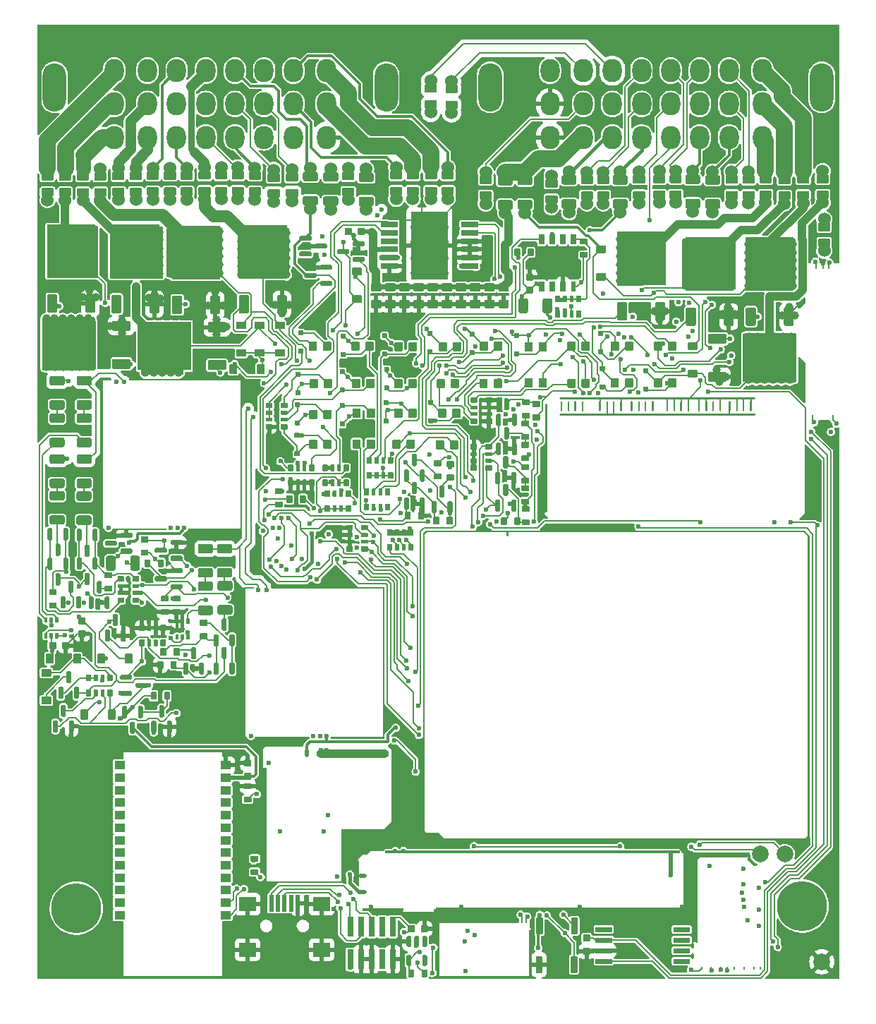
<source format=gtl>
G04 #@! TF.GenerationSoftware,KiCad,Pcbnew,(6.0.1)*
G04 #@! TF.CreationDate,2022-06-11T20:25:15+03:00*
G04 #@! TF.ProjectId,alphax_4ch,616c7068-6178-45f3-9463-682e6b696361,a*
G04 #@! TF.SameCoordinates,PX141f5e0PYa2cace0*
G04 #@! TF.FileFunction,Copper,L1,Top*
G04 #@! TF.FilePolarity,Positive*
%FSLAX46Y46*%
G04 Gerber Fmt 4.6, Leading zero omitted, Abs format (unit mm)*
G04 Created by KiCad (PCBNEW (6.0.1)) date 2022-06-11 20:25:15*
%MOMM*%
%LPD*%
G01*
G04 APERTURE LIST*
G04 #@! TA.AperFunction,SMDPad,CuDef*
%ADD10O,0.250000X10.200000*%
G04 #@! TD*
G04 #@! TA.AperFunction,SMDPad,CuDef*
%ADD11O,5.800001X0.250000*%
G04 #@! TD*
G04 #@! TA.AperFunction,SMDPad,CuDef*
%ADD12O,0.200000X0.399999*%
G04 #@! TD*
G04 #@! TA.AperFunction,ComponentPad*
%ADD13C,0.599999*%
G04 #@! TD*
G04 #@! TA.AperFunction,ComponentPad*
%ADD14C,1.524000*%
G04 #@! TD*
G04 #@! TA.AperFunction,ComponentPad*
%ADD15C,6.000000*%
G04 #@! TD*
G04 #@! TA.AperFunction,SMDPad,CuDef*
%ADD16C,2.000000*%
G04 #@! TD*
G04 #@! TA.AperFunction,SMDPad,CuDef*
%ADD17R,5.800000X6.400000*%
G04 #@! TD*
G04 #@! TA.AperFunction,ComponentPad*
%ADD18O,2.800000X5.800000*%
G04 #@! TD*
G04 #@! TA.AperFunction,ComponentPad*
%ADD19O,2.300000X2.800000*%
G04 #@! TD*
G04 #@! TA.AperFunction,SMDPad,CuDef*
%ADD20R,0.500000X2.000000*%
G04 #@! TD*
G04 #@! TA.AperFunction,SMDPad,CuDef*
%ADD21R,2.000000X1.700000*%
G04 #@! TD*
G04 #@! TA.AperFunction,SMDPad,CuDef*
%ADD22R,6.400000X5.800000*%
G04 #@! TD*
G04 #@! TA.AperFunction,SMDPad,CuDef*
%ADD23R,2.000000X0.650000*%
G04 #@! TD*
G04 #@! TA.AperFunction,SMDPad,CuDef*
%ADD24R,4.500000X8.100000*%
G04 #@! TD*
G04 #@! TA.AperFunction,SMDPad,CuDef*
%ADD25O,0.250000X0.499999*%
G04 #@! TD*
G04 #@! TA.AperFunction,SMDPad,CuDef*
%ADD26O,0.200000X5.669999*%
G04 #@! TD*
G04 #@! TA.AperFunction,SMDPad,CuDef*
%ADD27O,11.100001X0.200000*%
G04 #@! TD*
G04 #@! TA.AperFunction,SMDPad,CuDef*
%ADD28O,0.499999X0.250000*%
G04 #@! TD*
G04 #@! TA.AperFunction,SMDPad,CuDef*
%ADD29O,0.200000X6.799999*%
G04 #@! TD*
G04 #@! TA.AperFunction,SMDPad,CuDef*
%ADD30O,9.800001X0.399999*%
G04 #@! TD*
G04 #@! TA.AperFunction,SMDPad,CuDef*
%ADD31O,0.499999X1.000001*%
G04 #@! TD*
G04 #@! TA.AperFunction,SMDPad,CuDef*
%ADD32O,8.744829X1.000001*%
G04 #@! TD*
G04 #@! TA.AperFunction,SMDPad,CuDef*
%ADD33O,0.399999X9.000000*%
G04 #@! TD*
G04 #@! TA.AperFunction,SMDPad,CuDef*
%ADD34O,5.399999X0.399999*%
G04 #@! TD*
G04 #@! TA.AperFunction,SMDPad,CuDef*
%ADD35O,0.200000X6.500000*%
G04 #@! TD*
G04 #@! TA.AperFunction,SMDPad,CuDef*
%ADD36O,0.200000X13.800000*%
G04 #@! TD*
G04 #@! TA.AperFunction,SMDPad,CuDef*
%ADD37O,0.499999X0.200000*%
G04 #@! TD*
G04 #@! TA.AperFunction,SMDPad,CuDef*
%ADD38O,9.199999X0.200000*%
G04 #@! TD*
G04 #@! TA.AperFunction,SMDPad,CuDef*
%ADD39R,0.250000X18.200000*%
G04 #@! TD*
G04 #@! TA.AperFunction,SMDPad,CuDef*
%ADD40R,6.500000X0.250000*%
G04 #@! TD*
G04 #@! TA.AperFunction,SMDPad,CuDef*
%ADD41R,6.450000X0.250000*%
G04 #@! TD*
G04 #@! TA.AperFunction,SMDPad,CuDef*
%ADD42R,1.250000X0.250000*%
G04 #@! TD*
G04 #@! TA.AperFunction,SMDPad,CuDef*
%ADD43R,13.650000X0.250000*%
G04 #@! TD*
G04 #@! TA.AperFunction,SMDPad,CuDef*
%ADD44R,0.350000X0.250000*%
G04 #@! TD*
G04 #@! TA.AperFunction,SMDPad,CuDef*
%ADD45R,0.650000X1.310000*%
G04 #@! TD*
G04 #@! TA.AperFunction,SMDPad,CuDef*
%ADD46R,0.600000X1.310000*%
G04 #@! TD*
G04 #@! TA.AperFunction,SMDPad,CuDef*
%ADD47R,1.500000X1.325000*%
G04 #@! TD*
G04 #@! TA.AperFunction,SMDPad,CuDef*
%ADD48R,1.300000X1.000000*%
G04 #@! TD*
G04 #@! TA.AperFunction,SMDPad,CuDef*
%ADD49O,5.000000X0.399999*%
G04 #@! TD*
G04 #@! TA.AperFunction,SMDPad,CuDef*
%ADD50O,0.399999X7.200001*%
G04 #@! TD*
G04 #@! TA.AperFunction,SMDPad,CuDef*
%ADD51O,30.000001X0.399999*%
G04 #@! TD*
G04 #@! TA.AperFunction,SMDPad,CuDef*
%ADD52O,1.000001X0.499999*%
G04 #@! TD*
G04 #@! TA.AperFunction,SMDPad,CuDef*
%ADD53O,0.200000X3.099999*%
G04 #@! TD*
G04 #@! TA.AperFunction,SMDPad,CuDef*
%ADD54O,0.499999X2.999999*%
G04 #@! TD*
G04 #@! TA.AperFunction,SMDPad,CuDef*
%ADD55O,35.400000X0.399999*%
G04 #@! TD*
G04 #@! TA.AperFunction,SMDPad,CuDef*
%ADD56R,0.740000X2.400000*%
G04 #@! TD*
G04 #@! TA.AperFunction,ViaPad*
%ADD57C,1.500000*%
G04 #@! TD*
G04 #@! TA.AperFunction,ViaPad*
%ADD58C,0.600000*%
G04 #@! TD*
G04 #@! TA.AperFunction,ViaPad*
%ADD59C,1.000000*%
G04 #@! TD*
G04 #@! TA.AperFunction,Conductor*
%ADD60C,0.200000*%
G04 #@! TD*
G04 #@! TA.AperFunction,Conductor*
%ADD61C,0.400000*%
G04 #@! TD*
G04 #@! TA.AperFunction,Conductor*
%ADD62C,1.000000*%
G04 #@! TD*
G04 #@! TA.AperFunction,Conductor*
%ADD63C,0.600000*%
G04 #@! TD*
G04 #@! TA.AperFunction,Conductor*
%ADD64C,0.500000*%
G04 #@! TD*
G04 #@! TA.AperFunction,Conductor*
%ADD65C,0.300000*%
G04 #@! TD*
G04 #@! TA.AperFunction,Conductor*
%ADD66C,0.203200*%
G04 #@! TD*
G04 #@! TA.AperFunction,Conductor*
%ADD67C,2.000000*%
G04 #@! TD*
G04 #@! TA.AperFunction,Conductor*
%ADD68C,1.400000*%
G04 #@! TD*
G04 #@! TA.AperFunction,Conductor*
%ADD69C,1.300000*%
G04 #@! TD*
G04 #@! TA.AperFunction,Conductor*
%ADD70C,1.800000*%
G04 #@! TD*
G04 #@! TA.AperFunction,Conductor*
%ADD71C,0.800000*%
G04 #@! TD*
G04 #@! TA.AperFunction,Conductor*
%ADD72C,1.200000*%
G04 #@! TD*
G04 APERTURE END LIST*
D10*
G04 #@! TO.P,M4,G,GND*
G04 #@! TO.N,GND*
X79279889Y9500001D03*
D11*
X82392389Y14749996D03*
G04 #@! TA.AperFunction,SMDPad,CuDef*
G36*
G01*
X79200084Y14370187D02*
X79200084Y14370187D01*
G75*
G02*
X79200084Y14546963I88388J88388D01*
G01*
X79482926Y14829805D01*
G75*
G02*
X79659702Y14829805I88388J-88388D01*
G01*
X79659702Y14829805D01*
G75*
G02*
X79659702Y14653029I-88388J-88388D01*
G01*
X79376860Y14370187D01*
G75*
G02*
X79200084Y14370187I-88388J88388D01*
G01*
G37*
G04 #@! TD.AperFunction*
D12*
G04 #@! TO.P,M4,S1,OUT_IGN8*
G04 #@! TO.N,unconnected-(M4-PadS1)*
X86904837Y1375379D03*
G04 #@! TO.P,M4,S2,OUT_IGN7*
G04 #@! TO.N,unconnected-(M4-PadS2)*
X86144858Y1375379D03*
G04 #@! TO.P,M4,S3,OUT_IGN6*
G04 #@! TO.N,unconnected-(M4-PadS3)*
X84969865Y1375379D03*
G04 #@! TO.P,M4,S4,OUT_IGN5*
G04 #@! TO.N,unconnected-(M4-PadS4)*
X83794878Y1375379D03*
G04 #@! TO.P,M4,S5,OUT_IGN4*
G04 #@! TO.N,/OUT_IGN4*
X82954966Y1375379D03*
G04 #@! TO.P,M4,S6,OUT_IGN3*
G04 #@! TO.N,/OUT_IGN3*
X82204894Y1375379D03*
G04 #@! TO.P,M4,S7,OUT_IGN2*
G04 #@! TO.N,/OUT_IGN2*
X81029883Y1375379D03*
G04 #@! TO.P,M4,S8,OUT_IGN1*
G04 #@! TO.N,/OUT_IGN1*
X79854886Y1375379D03*
D13*
G04 #@! TO.P,M4,V1,IGN8*
G04 #@! TO.N,GND*
X84894889Y11474986D03*
G04 #@! TO.P,M4,V2,IGN7*
X86729899Y11049978D03*
G04 #@! TO.P,M4,V3,IGN6*
X84679891Y10499981D03*
G04 #@! TO.P,M4,V4,IGN5*
X84894886Y9625022D03*
G04 #@! TO.P,M4,V5,IGN4*
G04 #@! TO.N,/IGN4*
X84969893Y8774999D03*
G04 #@! TO.P,M4,V6,IGN3*
G04 #@! TO.N,/IGN3*
X86729899Y8449983D03*
G04 #@! TO.P,M4,V7,IGN2*
G04 #@! TO.N,/IGN2*
X85419899Y7150016D03*
G04 #@! TO.P,M4,V8,IGN1*
G04 #@! TO.N,/IGN1*
X86729899Y6499999D03*
G04 #@! TO.P,M4,V9,VCC*
G04 #@! TO.N,+5V_IGN*
X80804884Y13675002D03*
G04 #@! TO.P,M4,V10,V33*
G04 #@! TO.N,+3V3_IGN*
X84879890Y13375000D03*
G04 #@! TD*
G04 #@! TO.P,D53,1,K*
G04 #@! TO.N,+12V_RAW*
G04 #@! TA.AperFunction,SMDPad,CuDef*
G36*
G01*
X25110000Y74805000D02*
X24090000Y74805000D01*
G75*
G02*
X24000000Y74895000I0J90000D01*
G01*
X24000000Y75615000D01*
G75*
G02*
X24090000Y75705000I90000J0D01*
G01*
X25110000Y75705000D01*
G75*
G02*
X25200000Y75615000I0J-90000D01*
G01*
X25200000Y74895000D01*
G75*
G02*
X25110000Y74805000I-90000J0D01*
G01*
G37*
G04 #@! TD.AperFunction*
G04 #@! TO.P,D53,2,A*
G04 #@! TO.N,/OUT_VVT1*
G04 #@! TA.AperFunction,SMDPad,CuDef*
G36*
G01*
X25110000Y78105000D02*
X24090000Y78105000D01*
G75*
G02*
X24000000Y78195000I0J90000D01*
G01*
X24000000Y78915000D01*
G75*
G02*
X24090000Y79005000I90000J0D01*
G01*
X25110000Y79005000D01*
G75*
G02*
X25200000Y78915000I0J-90000D01*
G01*
X25200000Y78195000D01*
G75*
G02*
X25110000Y78105000I-90000J0D01*
G01*
G37*
G04 #@! TD.AperFunction*
G04 #@! TD*
G04 #@! TO.P,R8,1,1*
G04 #@! TO.N,/CAN-*
G04 #@! TA.AperFunction,SMDPad,CuDef*
G36*
G01*
X77375000Y93699999D02*
X76125000Y93699999D01*
G75*
G02*
X76025000Y93799999I0J100000D01*
G01*
X76025000Y94599999D01*
G75*
G02*
X76125000Y94699999I100000J0D01*
G01*
X77375000Y94699999D01*
G75*
G02*
X77475000Y94599999I0J-100000D01*
G01*
X77475000Y93799999D01*
G75*
G02*
X77375000Y93699999I-100000J0D01*
G01*
G37*
G04 #@! TD.AperFunction*
D14*
X76750000Y93245000D03*
G04 #@! TO.P,R8,2,2*
G04 #@! TO.N,/C6*
G04 #@! TA.AperFunction,SMDPad,CuDef*
G36*
G01*
X77375000Y95600021D02*
X76125000Y95600021D01*
G75*
G02*
X76025000Y95700021I0J100000D01*
G01*
X76025000Y96500021D01*
G75*
G02*
X76125000Y96600021I100000J0D01*
G01*
X77375000Y96600021D01*
G75*
G02*
X77475000Y96500021I0J-100000D01*
G01*
X77475000Y95700021D01*
G75*
G02*
X77375000Y95600021I-100000J0D01*
G01*
G37*
G04 #@! TD.AperFunction*
X76750000Y97055000D03*
G04 #@! TD*
G04 #@! TO.P,R29,1*
G04 #@! TO.N,Net-(Q20-Pad2)*
G04 #@! TA.AperFunction,SMDPad,CuDef*
G36*
G01*
X12610000Y53200010D02*
X13390000Y53200010D01*
G75*
G02*
X13460000Y53130010I0J-70000D01*
G01*
X13460000Y52570010D01*
G75*
G02*
X13390000Y52500010I-70000J0D01*
G01*
X12610000Y52500010D01*
G75*
G02*
X12540000Y52570010I0J70000D01*
G01*
X12540000Y53130010D01*
G75*
G02*
X12610000Y53200010I70000J0D01*
G01*
G37*
G04 #@! TD.AperFunction*
G04 #@! TO.P,R29,2*
G04 #@! TO.N,+5VAS*
G04 #@! TA.AperFunction,SMDPad,CuDef*
G36*
G01*
X12610000Y51600010D02*
X13390000Y51600010D01*
G75*
G02*
X13460000Y51530010I0J-70000D01*
G01*
X13460000Y50970010D01*
G75*
G02*
X13390000Y50900010I-70000J0D01*
G01*
X12610000Y50900010D01*
G75*
G02*
X12540000Y50970010I0J70000D01*
G01*
X12540000Y51530010D01*
G75*
G02*
X12610000Y51600010I70000J0D01*
G01*
G37*
G04 #@! TD.AperFunction*
G04 #@! TD*
G04 #@! TO.P,R90,1*
G04 #@! TO.N,+3V3*
G04 #@! TA.AperFunction,SMDPad,CuDef*
G36*
G01*
X25810000Y14900000D02*
X26590000Y14900000D01*
G75*
G02*
X26660000Y14830000I0J-70000D01*
G01*
X26660000Y14270000D01*
G75*
G02*
X26590000Y14200000I-70000J0D01*
G01*
X25810000Y14200000D01*
G75*
G02*
X25740000Y14270000I0J70000D01*
G01*
X25740000Y14830000D01*
G75*
G02*
X25810000Y14900000I70000J0D01*
G01*
G37*
G04 #@! TD.AperFunction*
G04 #@! TO.P,R90,2*
G04 #@! TO.N,/ETB_DIS*
G04 #@! TA.AperFunction,SMDPad,CuDef*
G36*
G01*
X25810000Y13300000D02*
X26590000Y13300000D01*
G75*
G02*
X26660000Y13230000I0J-70000D01*
G01*
X26660000Y12670000D01*
G75*
G02*
X26590000Y12600000I-70000J0D01*
G01*
X25810000Y12600000D01*
G75*
G02*
X25740000Y12670000I0J70000D01*
G01*
X25740000Y13230000D01*
G75*
G02*
X25810000Y13300000I70000J0D01*
G01*
G37*
G04 #@! TD.AperFunction*
G04 #@! TD*
G04 #@! TO.P,R2,1*
G04 #@! TO.N,+12V*
G04 #@! TA.AperFunction,SMDPad,CuDef*
G36*
G01*
X34600000Y56215000D02*
X34600000Y56885000D01*
G75*
G02*
X34665000Y56950000I65000J0D01*
G01*
X35185000Y56950000D01*
G75*
G02*
X35250000Y56885000I0J-65000D01*
G01*
X35250000Y56215000D01*
G75*
G02*
X35185000Y56150000I-65000J0D01*
G01*
X34665000Y56150000D01*
G75*
G02*
X34600000Y56215000I0J65000D01*
G01*
G37*
G04 #@! TD.AperFunction*
G04 #@! TO.P,R2,2*
G04 #@! TA.AperFunction,SMDPad,CuDef*
G36*
G01*
X35575000Y56195000D02*
X35575000Y56905000D01*
G75*
G02*
X35620000Y56950000I45000J0D01*
G01*
X35980000Y56950000D01*
G75*
G02*
X36025000Y56905000I0J-45000D01*
G01*
X36025000Y56195000D01*
G75*
G02*
X35980000Y56150000I-45000J0D01*
G01*
X35620000Y56150000D01*
G75*
G02*
X35575000Y56195000I0J45000D01*
G01*
G37*
G04 #@! TD.AperFunction*
G04 #@! TO.P,R2,3*
G04 #@! TA.AperFunction,SMDPad,CuDef*
G36*
G01*
X36375000Y56195000D02*
X36375000Y56905000D01*
G75*
G02*
X36420000Y56950000I45000J0D01*
G01*
X36780000Y56950000D01*
G75*
G02*
X36825000Y56905000I0J-45000D01*
G01*
X36825000Y56195000D01*
G75*
G02*
X36780000Y56150000I-45000J0D01*
G01*
X36420000Y56150000D01*
G75*
G02*
X36375000Y56195000I0J45000D01*
G01*
G37*
G04 #@! TD.AperFunction*
G04 #@! TO.P,R2,4*
G04 #@! TA.AperFunction,SMDPad,CuDef*
G36*
G01*
X37150000Y56215000D02*
X37150000Y56885000D01*
G75*
G02*
X37215000Y56950000I65000J0D01*
G01*
X37735000Y56950000D01*
G75*
G02*
X37800000Y56885000I0J-65000D01*
G01*
X37800000Y56215000D01*
G75*
G02*
X37735000Y56150000I-65000J0D01*
G01*
X37215000Y56150000D01*
G75*
G02*
X37150000Y56215000I0J65000D01*
G01*
G37*
G04 #@! TD.AperFunction*
G04 #@! TO.P,R2,5*
G04 #@! TO.N,Net-(D3-Pad1)*
G04 #@! TA.AperFunction,SMDPad,CuDef*
G36*
G01*
X37150000Y58015000D02*
X37150000Y58685000D01*
G75*
G02*
X37215000Y58750000I65000J0D01*
G01*
X37735000Y58750000D01*
G75*
G02*
X37800000Y58685000I0J-65000D01*
G01*
X37800000Y58015000D01*
G75*
G02*
X37735000Y57950000I-65000J0D01*
G01*
X37215000Y57950000D01*
G75*
G02*
X37150000Y58015000I0J65000D01*
G01*
G37*
G04 #@! TD.AperFunction*
G04 #@! TO.P,R2,6*
G04 #@! TO.N,Net-(D2-Pad1)*
G04 #@! TA.AperFunction,SMDPad,CuDef*
G36*
G01*
X36375000Y57995000D02*
X36375000Y58705000D01*
G75*
G02*
X36420000Y58750000I45000J0D01*
G01*
X36780000Y58750000D01*
G75*
G02*
X36825000Y58705000I0J-45000D01*
G01*
X36825000Y57995000D01*
G75*
G02*
X36780000Y57950000I-45000J0D01*
G01*
X36420000Y57950000D01*
G75*
G02*
X36375000Y57995000I0J45000D01*
G01*
G37*
G04 #@! TD.AperFunction*
G04 #@! TO.P,R2,7*
G04 #@! TO.N,Net-(D14-Pad1)*
G04 #@! TA.AperFunction,SMDPad,CuDef*
G36*
G01*
X35575000Y57995000D02*
X35575000Y58705000D01*
G75*
G02*
X35620000Y58750000I45000J0D01*
G01*
X35980000Y58750000D01*
G75*
G02*
X36025000Y58705000I0J-45000D01*
G01*
X36025000Y57995000D01*
G75*
G02*
X35980000Y57950000I-45000J0D01*
G01*
X35620000Y57950000D01*
G75*
G02*
X35575000Y57995000I0J45000D01*
G01*
G37*
G04 #@! TD.AperFunction*
G04 #@! TO.P,R2,8*
G04 #@! TO.N,Net-(D13-Pad1)*
G04 #@! TA.AperFunction,SMDPad,CuDef*
G36*
G01*
X34600000Y58015000D02*
X34600000Y58685000D01*
G75*
G02*
X34665000Y58750000I65000J0D01*
G01*
X35185000Y58750000D01*
G75*
G02*
X35250000Y58685000I0J-65000D01*
G01*
X35250000Y58015000D01*
G75*
G02*
X35185000Y57950000I-65000J0D01*
G01*
X34665000Y57950000D01*
G75*
G02*
X34600000Y58015000I0J65000D01*
G01*
G37*
G04 #@! TD.AperFunction*
G04 #@! TD*
G04 #@! TO.P,D36,1,A*
G04 #@! TO.N,Net-(D36-Pad1)*
G04 #@! TA.AperFunction,SMDPad,CuDef*
G36*
G01*
X50649999Y64649998D02*
X50649999Y63749998D01*
G75*
G02*
X50549999Y63649998I-100000J0D01*
G01*
X49749999Y63649998D01*
G75*
G02*
X49649999Y63749998I0J100000D01*
G01*
X49649999Y64649998D01*
G75*
G02*
X49749999Y64749998I100000J0D01*
G01*
X50549999Y64749998D01*
G75*
G02*
X50649999Y64649998I0J-100000D01*
G01*
G37*
G04 #@! TD.AperFunction*
G04 #@! TO.P,D36,2,K*
G04 #@! TO.N,/HALL3*
G04 #@! TA.AperFunction,SMDPad,CuDef*
G36*
G01*
X48949999Y64649998D02*
X48949999Y63749998D01*
G75*
G02*
X48849999Y63649998I-100000J0D01*
G01*
X48049999Y63649998D01*
G75*
G02*
X47949999Y63749998I0J100000D01*
G01*
X47949999Y64649998D01*
G75*
G02*
X48049999Y64749998I100000J0D01*
G01*
X48849999Y64749998D01*
G75*
G02*
X48949999Y64649998I0J-100000D01*
G01*
G37*
G04 #@! TD.AperFunction*
G04 #@! TD*
G04 #@! TO.P,R4,1*
G04 #@! TO.N,GND*
G04 #@! TA.AperFunction,SMDPad,CuDef*
G36*
G01*
X54685000Y66700000D02*
X54015000Y66700000D01*
G75*
G02*
X53950000Y66765000I0J65000D01*
G01*
X53950000Y67285000D01*
G75*
G02*
X54015000Y67350000I65000J0D01*
G01*
X54685000Y67350000D01*
G75*
G02*
X54750000Y67285000I0J-65000D01*
G01*
X54750000Y66765000D01*
G75*
G02*
X54685000Y66700000I-65000J0D01*
G01*
G37*
G04 #@! TD.AperFunction*
G04 #@! TO.P,R4,2*
G04 #@! TA.AperFunction,SMDPad,CuDef*
G36*
G01*
X54705000Y67675000D02*
X53995000Y67675000D01*
G75*
G02*
X53950000Y67720000I0J45000D01*
G01*
X53950000Y68080000D01*
G75*
G02*
X53995000Y68125000I45000J0D01*
G01*
X54705000Y68125000D01*
G75*
G02*
X54750000Y68080000I0J-45000D01*
G01*
X54750000Y67720000D01*
G75*
G02*
X54705000Y67675000I-45000J0D01*
G01*
G37*
G04 #@! TD.AperFunction*
G04 #@! TO.P,R4,3*
G04 #@! TA.AperFunction,SMDPad,CuDef*
G36*
G01*
X54705000Y68475000D02*
X53995000Y68475000D01*
G75*
G02*
X53950000Y68520000I0J45000D01*
G01*
X53950000Y68880000D01*
G75*
G02*
X53995000Y68925000I45000J0D01*
G01*
X54705000Y68925000D01*
G75*
G02*
X54750000Y68880000I0J-45000D01*
G01*
X54750000Y68520000D01*
G75*
G02*
X54705000Y68475000I-45000J0D01*
G01*
G37*
G04 #@! TD.AperFunction*
G04 #@! TO.P,R4,4*
G04 #@! TA.AperFunction,SMDPad,CuDef*
G36*
G01*
X54685000Y69250000D02*
X54015000Y69250000D01*
G75*
G02*
X53950000Y69315000I0J65000D01*
G01*
X53950000Y69835000D01*
G75*
G02*
X54015000Y69900000I65000J0D01*
G01*
X54685000Y69900000D01*
G75*
G02*
X54750000Y69835000I0J-65000D01*
G01*
X54750000Y69315000D01*
G75*
G02*
X54685000Y69250000I-65000J0D01*
G01*
G37*
G04 #@! TD.AperFunction*
G04 #@! TO.P,R4,5*
G04 #@! TO.N,Net-(D24-Pad2)*
G04 #@! TA.AperFunction,SMDPad,CuDef*
G36*
G01*
X52885000Y69250000D02*
X52215000Y69250000D01*
G75*
G02*
X52150000Y69315000I0J65000D01*
G01*
X52150000Y69835000D01*
G75*
G02*
X52215000Y69900000I65000J0D01*
G01*
X52885000Y69900000D01*
G75*
G02*
X52950000Y69835000I0J-65000D01*
G01*
X52950000Y69315000D01*
G75*
G02*
X52885000Y69250000I-65000J0D01*
G01*
G37*
G04 #@! TD.AperFunction*
G04 #@! TO.P,R4,6*
G04 #@! TO.N,Net-(D23-Pad2)*
G04 #@! TA.AperFunction,SMDPad,CuDef*
G36*
G01*
X52905000Y68475000D02*
X52195000Y68475000D01*
G75*
G02*
X52150000Y68520000I0J45000D01*
G01*
X52150000Y68880000D01*
G75*
G02*
X52195000Y68925000I45000J0D01*
G01*
X52905000Y68925000D01*
G75*
G02*
X52950000Y68880000I0J-45000D01*
G01*
X52950000Y68520000D01*
G75*
G02*
X52905000Y68475000I-45000J0D01*
G01*
G37*
G04 #@! TD.AperFunction*
G04 #@! TO.P,R4,7*
G04 #@! TO.N,Net-(D19-Pad2)*
G04 #@! TA.AperFunction,SMDPad,CuDef*
G36*
G01*
X52905000Y67675000D02*
X52195000Y67675000D01*
G75*
G02*
X52150000Y67720000I0J45000D01*
G01*
X52150000Y68080000D01*
G75*
G02*
X52195000Y68125000I45000J0D01*
G01*
X52905000Y68125000D01*
G75*
G02*
X52950000Y68080000I0J-45000D01*
G01*
X52950000Y67720000D01*
G75*
G02*
X52905000Y67675000I-45000J0D01*
G01*
G37*
G04 #@! TD.AperFunction*
G04 #@! TO.P,R4,8*
G04 #@! TO.N,Net-(D18-Pad2)*
G04 #@! TA.AperFunction,SMDPad,CuDef*
G36*
G01*
X52885000Y66700000D02*
X52215000Y66700000D01*
G75*
G02*
X52150000Y66765000I0J65000D01*
G01*
X52150000Y67285000D01*
G75*
G02*
X52215000Y67350000I65000J0D01*
G01*
X52885000Y67350000D01*
G75*
G02*
X52950000Y67285000I0J-65000D01*
G01*
X52950000Y66765000D01*
G75*
G02*
X52885000Y66700000I-65000J0D01*
G01*
G37*
G04 #@! TD.AperFunction*
G04 #@! TD*
G04 #@! TO.P,D30,1,K*
G04 #@! TO.N,Net-(D11-Pad1)*
G04 #@! TA.AperFunction,SMDPad,CuDef*
G36*
G01*
X67450000Y75111499D02*
X67450000Y75591499D01*
G75*
G02*
X67510000Y75651499I60000J0D01*
G01*
X67990000Y75651499D01*
G75*
G02*
X68050000Y75591499I0J-60000D01*
G01*
X68050000Y75111499D01*
G75*
G02*
X67990000Y75051499I-60000J0D01*
G01*
X67510000Y75051499D01*
G75*
G02*
X67450000Y75111499I0J60000D01*
G01*
G37*
G04 #@! TD.AperFunction*
G04 #@! TO.P,D30,2,A*
G04 #@! TO.N,/IN_CAM_HALL*
G04 #@! TA.AperFunction,SMDPad,CuDef*
G36*
G01*
X67450000Y77311499D02*
X67450000Y77791499D01*
G75*
G02*
X67510000Y77851499I60000J0D01*
G01*
X67990000Y77851499D01*
G75*
G02*
X68050000Y77791499I0J-60000D01*
G01*
X68050000Y77311499D01*
G75*
G02*
X67990000Y77251499I-60000J0D01*
G01*
X67510000Y77251499D01*
G75*
G02*
X67450000Y77311499I0J60000D01*
G01*
G37*
G04 #@! TD.AperFunction*
G04 #@! TD*
G04 #@! TO.P,C3,1*
G04 #@! TO.N,GND*
G04 #@! TA.AperFunction,SMDPad,CuDef*
G36*
G01*
X25060000Y26435001D02*
X25740000Y26435001D01*
G75*
G02*
X25825000Y26350001I0J-85000D01*
G01*
X25825000Y25670001D01*
G75*
G02*
X25740000Y25585001I-85000J0D01*
G01*
X25060000Y25585001D01*
G75*
G02*
X24975000Y25670001I0J85000D01*
G01*
X24975000Y26350001D01*
G75*
G02*
X25060000Y26435001I85000J0D01*
G01*
G37*
G04 #@! TD.AperFunction*
G04 #@! TO.P,C3,2*
G04 #@! TO.N,/BT_3V3*
G04 #@! TA.AperFunction,SMDPad,CuDef*
G36*
G01*
X25060000Y24854999D02*
X25740000Y24854999D01*
G75*
G02*
X25825000Y24769999I0J-85000D01*
G01*
X25825000Y24089999D01*
G75*
G02*
X25740000Y24004999I-85000J0D01*
G01*
X25060000Y24004999D01*
G75*
G02*
X24975000Y24089999I0J85000D01*
G01*
X24975000Y24769999D01*
G75*
G02*
X25060000Y24854999I85000J0D01*
G01*
G37*
G04 #@! TD.AperFunction*
G04 #@! TD*
G04 #@! TO.P,D46,1,K*
G04 #@! TO.N,Net-(D40-Pad1)*
G04 #@! TA.AperFunction,SMDPad,CuDef*
G36*
G01*
X31650000Y69290000D02*
X31650000Y68810000D01*
G75*
G02*
X31590000Y68750000I-60000J0D01*
G01*
X31110000Y68750000D01*
G75*
G02*
X31050000Y68810000I0J60000D01*
G01*
X31050000Y69290000D01*
G75*
G02*
X31110000Y69350000I60000J0D01*
G01*
X31590000Y69350000D01*
G75*
G02*
X31650000Y69290000I0J-60000D01*
G01*
G37*
G04 #@! TD.AperFunction*
G04 #@! TO.P,D46,2,A*
G04 #@! TO.N,/OUT_VVT2*
G04 #@! TA.AperFunction,SMDPad,CuDef*
G36*
G01*
X31650000Y67090000D02*
X31650000Y66610000D01*
G75*
G02*
X31590000Y66550000I-60000J0D01*
G01*
X31110000Y66550000D01*
G75*
G02*
X31050000Y66610000I0J60000D01*
G01*
X31050000Y67090000D01*
G75*
G02*
X31110000Y67150000I60000J0D01*
G01*
X31590000Y67150000D01*
G75*
G02*
X31650000Y67090000I0J-60000D01*
G01*
G37*
G04 #@! TD.AperFunction*
G04 #@! TD*
G04 #@! TO.P,R87,1*
G04 #@! TO.N,/IN_D3*
G04 #@! TA.AperFunction,SMDPad,CuDef*
G36*
G01*
X58310000Y61850000D02*
X59090000Y61850000D01*
G75*
G02*
X59160000Y61780000I0J-70000D01*
G01*
X59160000Y61220000D01*
G75*
G02*
X59090000Y61150000I-70000J0D01*
G01*
X58310000Y61150000D01*
G75*
G02*
X58240000Y61220000I0J70000D01*
G01*
X58240000Y61780000D01*
G75*
G02*
X58310000Y61850000I70000J0D01*
G01*
G37*
G04 #@! TD.AperFunction*
G04 #@! TO.P,R87,2*
G04 #@! TO.N,Net-(Q34-Pad2)*
G04 #@! TA.AperFunction,SMDPad,CuDef*
G36*
G01*
X58310000Y60250000D02*
X59090000Y60250000D01*
G75*
G02*
X59160000Y60180000I0J-70000D01*
G01*
X59160000Y59620000D01*
G75*
G02*
X59090000Y59550000I-70000J0D01*
G01*
X58310000Y59550000D01*
G75*
G02*
X58240000Y59620000I0J70000D01*
G01*
X58240000Y60180000D01*
G75*
G02*
X58310000Y60250000I70000J0D01*
G01*
G37*
G04 #@! TD.AperFunction*
G04 #@! TD*
G04 #@! TO.P,R93,1*
G04 #@! TO.N,Net-(Q25-Pad2)*
G04 #@! TA.AperFunction,SMDPad,CuDef*
G36*
G01*
X17200000Y39740000D02*
X17200000Y38960000D01*
G75*
G02*
X17130000Y38890000I-70000J0D01*
G01*
X16570000Y38890000D01*
G75*
G02*
X16500000Y38960000I0J70000D01*
G01*
X16500000Y39740000D01*
G75*
G02*
X16570000Y39810000I70000J0D01*
G01*
X17130000Y39810000D01*
G75*
G02*
X17200000Y39740000I0J-70000D01*
G01*
G37*
G04 #@! TD.AperFunction*
G04 #@! TO.P,R93,2*
G04 #@! TO.N,Net-(Q31-Pad1)*
G04 #@! TA.AperFunction,SMDPad,CuDef*
G36*
G01*
X15600000Y39740000D02*
X15600000Y38960000D01*
G75*
G02*
X15530000Y38890000I-70000J0D01*
G01*
X14970000Y38890000D01*
G75*
G02*
X14900000Y38960000I0J70000D01*
G01*
X14900000Y39740000D01*
G75*
G02*
X14970000Y39810000I70000J0D01*
G01*
X15530000Y39810000D01*
G75*
G02*
X15600000Y39740000I0J-70000D01*
G01*
G37*
G04 #@! TD.AperFunction*
G04 #@! TD*
D15*
G04 #@! TO.P,J8,1,Pin_1*
G04 #@! TO.N,unconnected-(J8-Pad1)*
X4803000Y8619000D03*
G04 #@! TD*
G04 #@! TO.P,D34,1,A*
G04 #@! TO.N,Net-(D34-Pad1)*
G04 #@! TA.AperFunction,SMDPad,CuDef*
G36*
G01*
X40649999Y64749998D02*
X40649999Y63849998D01*
G75*
G02*
X40549999Y63749998I-100000J0D01*
G01*
X39749999Y63749998D01*
G75*
G02*
X39649999Y63849998I0J100000D01*
G01*
X39649999Y64749998D01*
G75*
G02*
X39749999Y64849998I100000J0D01*
G01*
X40549999Y64849998D01*
G75*
G02*
X40649999Y64749998I0J-100000D01*
G01*
G37*
G04 #@! TD.AperFunction*
G04 #@! TO.P,D34,2,K*
G04 #@! TO.N,/HALL1*
G04 #@! TA.AperFunction,SMDPad,CuDef*
G36*
G01*
X38949999Y64749998D02*
X38949999Y63849998D01*
G75*
G02*
X38849999Y63749998I-100000J0D01*
G01*
X38049999Y63749998D01*
G75*
G02*
X37949999Y63849998I0J100000D01*
G01*
X37949999Y64749998D01*
G75*
G02*
X38049999Y64849998I100000J0D01*
G01*
X38849999Y64849998D01*
G75*
G02*
X38949999Y64749998I0J-100000D01*
G01*
G37*
G04 #@! TD.AperFunction*
G04 #@! TD*
D14*
G04 #@! TO.P,R59,1,1*
G04 #@! TO.N,/E8*
X45200000Y97505000D03*
G04 #@! TA.AperFunction,SMDPad,CuDef*
G36*
G01*
X44575000Y97050001D02*
X45825000Y97050001D01*
G75*
G02*
X45925000Y96950001I0J-100000D01*
G01*
X45925000Y96150001D01*
G75*
G02*
X45825000Y96050001I-100000J0D01*
G01*
X44575000Y96050001D01*
G75*
G02*
X44475000Y96150001I0J100000D01*
G01*
X44475000Y96950001D01*
G75*
G02*
X44575000Y97050001I100000J0D01*
G01*
G37*
G04 #@! TD.AperFunction*
G04 #@! TO.P,R59,2,2*
G04 #@! TO.N,/OUT_ETB-*
X45200000Y93695000D03*
G04 #@! TA.AperFunction,SMDPad,CuDef*
G36*
G01*
X44575000Y95149979D02*
X45825000Y95149979D01*
G75*
G02*
X45925000Y95049979I0J-100000D01*
G01*
X45925000Y94249979D01*
G75*
G02*
X45825000Y94149979I-100000J0D01*
G01*
X44575000Y94149979D01*
G75*
G02*
X44475000Y94249979I0J100000D01*
G01*
X44475000Y95049979D01*
G75*
G02*
X44575000Y95149979I100000J0D01*
G01*
G37*
G04 #@! TD.AperFunction*
G04 #@! TD*
G04 #@! TO.P,R9,1,1*
G04 #@! TO.N,/CAN+*
X74800000Y93245000D03*
G04 #@! TA.AperFunction,SMDPad,CuDef*
G36*
G01*
X75425000Y93699999D02*
X74175000Y93699999D01*
G75*
G02*
X74075000Y93799999I0J100000D01*
G01*
X74075000Y94599999D01*
G75*
G02*
X74175000Y94699999I100000J0D01*
G01*
X75425000Y94699999D01*
G75*
G02*
X75525000Y94599999I0J-100000D01*
G01*
X75525000Y93799999D01*
G75*
G02*
X75425000Y93699999I-100000J0D01*
G01*
G37*
G04 #@! TD.AperFunction*
G04 #@! TO.P,R9,2,2*
G04 #@! TO.N,/C5*
X74800000Y97055000D03*
G04 #@! TA.AperFunction,SMDPad,CuDef*
G36*
G01*
X75425000Y95600021D02*
X74175000Y95600021D01*
G75*
G02*
X74075000Y95700021I0J100000D01*
G01*
X74075000Y96500021D01*
G75*
G02*
X74175000Y96600021I100000J0D01*
G01*
X75425000Y96600021D01*
G75*
G02*
X75525000Y96500021I0J-100000D01*
G01*
X75525000Y95700021D01*
G75*
G02*
X75425000Y95600021I-100000J0D01*
G01*
G37*
G04 #@! TD.AperFunction*
G04 #@! TD*
G04 #@! TO.P,R68,1,1*
G04 #@! TO.N,/IN_TPS2*
G04 #@! TA.AperFunction,SMDPad,CuDef*
G36*
G01*
X24825000Y94149999D02*
X23575000Y94149999D01*
G75*
G02*
X23475000Y94249999I0J100000D01*
G01*
X23475000Y95049999D01*
G75*
G02*
X23575000Y95149999I100000J0D01*
G01*
X24825000Y95149999D01*
G75*
G02*
X24925000Y95049999I0J-100000D01*
G01*
X24925000Y94249999D01*
G75*
G02*
X24825000Y94149999I-100000J0D01*
G01*
G37*
G04 #@! TD.AperFunction*
X24200000Y93695000D03*
G04 #@! TO.P,R68,2,2*
G04 #@! TO.N,/D4*
X24200000Y97505000D03*
G04 #@! TA.AperFunction,SMDPad,CuDef*
G36*
G01*
X24825000Y96050021D02*
X23575000Y96050021D01*
G75*
G02*
X23475000Y96150021I0J100000D01*
G01*
X23475000Y96950021D01*
G75*
G02*
X23575000Y97050021I100000J0D01*
G01*
X24825000Y97050021D01*
G75*
G02*
X24925000Y96950021I0J-100000D01*
G01*
X24925000Y96150021D01*
G75*
G02*
X24825000Y96050021I-100000J0D01*
G01*
G37*
G04 #@! TD.AperFunction*
G04 #@! TD*
G04 #@! TO.P,R21,1*
G04 #@! TO.N,Net-(R21-Pad1)*
G04 #@! TA.AperFunction,SMDPad,CuDef*
G36*
G01*
X3400000Y59945000D02*
X3400000Y59255000D01*
G75*
G02*
X3170000Y59025000I-230000J0D01*
G01*
X1830000Y59025000D01*
G75*
G02*
X1600000Y59255000I0J230000D01*
G01*
X1600000Y59945000D01*
G75*
G02*
X1830000Y60175000I230000J0D01*
G01*
X3170000Y60175000D01*
G75*
G02*
X3400000Y59945000I0J-230000D01*
G01*
G37*
G04 #@! TD.AperFunction*
G04 #@! TO.P,R21,2*
G04 #@! TO.N,/IN_CRANK+*
G04 #@! TA.AperFunction,SMDPad,CuDef*
G36*
G01*
X3400000Y62845020D02*
X3400000Y62155020D01*
G75*
G02*
X3170000Y61925020I-230000J0D01*
G01*
X1830000Y61925020D01*
G75*
G02*
X1600000Y62155020I0J230000D01*
G01*
X1600000Y62845020D01*
G75*
G02*
X1830000Y63075020I230000J0D01*
G01*
X3170000Y63075020D01*
G75*
G02*
X3400000Y62845020I0J-230000D01*
G01*
G37*
G04 #@! TD.AperFunction*
G04 #@! TD*
D16*
G04 #@! TO.P,J5,1,Pin_1*
G04 #@! TO.N,/CAN_RX*
X89900000Y15110000D03*
G04 #@! TD*
G04 #@! TO.P,R82,1*
G04 #@! TO.N,Net-(Q36-Pad2)*
G04 #@! TA.AperFunction,SMDPad,CuDef*
G36*
G01*
X58410000Y69650000D02*
X59190000Y69650000D01*
G75*
G02*
X59260000Y69580000I0J-70000D01*
G01*
X59260000Y69020000D01*
G75*
G02*
X59190000Y68950000I-70000J0D01*
G01*
X58410000Y68950000D01*
G75*
G02*
X58340000Y69020000I0J70000D01*
G01*
X58340000Y69580000D01*
G75*
G02*
X58410000Y69650000I70000J0D01*
G01*
G37*
G04 #@! TD.AperFunction*
G04 #@! TO.P,R82,2*
G04 #@! TO.N,+5VAS*
G04 #@! TA.AperFunction,SMDPad,CuDef*
G36*
G01*
X58410000Y68050000D02*
X59190000Y68050000D01*
G75*
G02*
X59260000Y67980000I0J-70000D01*
G01*
X59260000Y67420000D01*
G75*
G02*
X59190000Y67350000I-70000J0D01*
G01*
X58410000Y67350000D01*
G75*
G02*
X58340000Y67420000I0J70000D01*
G01*
X58340000Y67980000D01*
G75*
G02*
X58410000Y68050000I70000J0D01*
G01*
G37*
G04 #@! TD.AperFunction*
G04 #@! TD*
G04 #@! TO.P,D49,1*
G04 #@! TO.N,/OUT_MAIN*
G04 #@! TA.AperFunction,SMDPad,CuDef*
G36*
G01*
X31575000Y88850000D02*
X31575000Y89150000D01*
G75*
G02*
X31725000Y89300000I150000J0D01*
G01*
X32900000Y89300000D01*
G75*
G02*
X33050000Y89150000I0J-150000D01*
G01*
X33050000Y88850000D01*
G75*
G02*
X32900000Y88700000I-150000J0D01*
G01*
X31725000Y88700000D01*
G75*
G02*
X31575000Y88850000I0J150000D01*
G01*
G37*
G04 #@! TD.AperFunction*
G04 #@! TO.P,D49,2*
G04 #@! TO.N,GND*
G04 #@! TA.AperFunction,SMDPad,CuDef*
G36*
G01*
X33450000Y87900000D02*
X33450000Y88200000D01*
G75*
G02*
X33600000Y88350000I150000J0D01*
G01*
X34775000Y88350000D01*
G75*
G02*
X34925000Y88200000I0J-150000D01*
G01*
X34925000Y87900000D01*
G75*
G02*
X34775000Y87750000I-150000J0D01*
G01*
X33600000Y87750000D01*
G75*
G02*
X33450000Y87900000I0J150000D01*
G01*
G37*
G04 #@! TD.AperFunction*
G04 #@! TO.P,D49,3*
G04 #@! TO.N,unconnected-(D49-Pad3)*
G04 #@! TA.AperFunction,SMDPad,CuDef*
G36*
G01*
X31575000Y86950000D02*
X31575000Y87250000D01*
G75*
G02*
X31725000Y87400000I150000J0D01*
G01*
X32900000Y87400000D01*
G75*
G02*
X33050000Y87250000I0J-150000D01*
G01*
X33050000Y86950000D01*
G75*
G02*
X32900000Y86800000I-150000J0D01*
G01*
X31725000Y86800000D01*
G75*
G02*
X31575000Y86950000I0J150000D01*
G01*
G37*
G04 #@! TD.AperFunction*
G04 #@! TD*
D14*
G04 #@! TO.P,F4,1,1*
G04 #@! TO.N,/A3*
X63950000Y97000000D03*
G04 #@! TA.AperFunction,SMDPad,CuDef*
G36*
G01*
X63050000Y95655010D02*
X63050000Y96345010D01*
G75*
G02*
X63280000Y96575010I230000J0D01*
G01*
X64620000Y96575010D01*
G75*
G02*
X64850000Y96345010I0J-230000D01*
G01*
X64850000Y95655010D01*
G75*
G02*
X64620000Y95425010I-230000J0D01*
G01*
X63280000Y95425010D01*
G75*
G02*
X63050000Y95655010I0J230000D01*
G01*
G37*
G04 #@! TD.AperFunction*
G04 #@! TO.P,F4,2,2*
G04 #@! TO.N,/OUT_PUMP_RELAY*
X63950000Y92100000D03*
G04 #@! TA.AperFunction,SMDPad,CuDef*
G36*
G01*
X63050000Y92754990D02*
X63050000Y93444990D01*
G75*
G02*
X63280000Y93674990I230000J0D01*
G01*
X64620000Y93674990D01*
G75*
G02*
X64850000Y93444990I0J-230000D01*
G01*
X64850000Y92754990D01*
G75*
G02*
X64620000Y92524990I-230000J0D01*
G01*
X63280000Y92524990D01*
G75*
G02*
X63050000Y92754990I0J230000D01*
G01*
G37*
G04 #@! TD.AperFunction*
G04 #@! TD*
G04 #@! TO.P,Q13,1,G*
G04 #@! TO.N,Net-(Q12-Pad2)*
G04 #@! TA.AperFunction,SMDPad,CuDef*
G36*
G01*
X47910000Y55975000D02*
X47610000Y55975000D01*
G75*
G02*
X47460000Y56125000I0J150000D01*
G01*
X47460000Y57300000D01*
G75*
G02*
X47610000Y57450000I150000J0D01*
G01*
X47910000Y57450000D01*
G75*
G02*
X48060000Y57300000I0J-150000D01*
G01*
X48060000Y56125000D01*
G75*
G02*
X47910000Y55975000I-150000J0D01*
G01*
G37*
G04 #@! TD.AperFunction*
G04 #@! TO.P,Q13,2,D*
G04 #@! TO.N,Net-(Q13-Pad2)*
G04 #@! TA.AperFunction,SMDPad,CuDef*
G36*
G01*
X48860000Y57850000D02*
X48560000Y57850000D01*
G75*
G02*
X48410000Y58000000I0J150000D01*
G01*
X48410000Y59175000D01*
G75*
G02*
X48560000Y59325000I150000J0D01*
G01*
X48860000Y59325000D01*
G75*
G02*
X49010000Y59175000I0J-150000D01*
G01*
X49010000Y58000000D01*
G75*
G02*
X48860000Y57850000I-150000J0D01*
G01*
G37*
G04 #@! TD.AperFunction*
G04 #@! TO.P,Q13,3,S*
G04 #@! TO.N,+5VAS*
G04 #@! TA.AperFunction,SMDPad,CuDef*
G36*
G01*
X49810000Y55975000D02*
X49510000Y55975000D01*
G75*
G02*
X49360000Y56125000I0J150000D01*
G01*
X49360000Y57300000D01*
G75*
G02*
X49510000Y57450000I150000J0D01*
G01*
X49810000Y57450000D01*
G75*
G02*
X49960000Y57300000I0J-150000D01*
G01*
X49960000Y56125000D01*
G75*
G02*
X49810000Y55975000I-150000J0D01*
G01*
G37*
G04 #@! TD.AperFunction*
G04 #@! TD*
G04 #@! TO.P,R91,1,1*
G04 #@! TO.N,/IN_KNOCK_RAW*
X94580000Y87485000D03*
G04 #@! TA.AperFunction,SMDPad,CuDef*
G36*
G01*
X95205000Y87939999D02*
X93955000Y87939999D01*
G75*
G02*
X93855000Y88039999I0J100000D01*
G01*
X93855000Y88839999D01*
G75*
G02*
X93955000Y88939999I100000J0D01*
G01*
X95205000Y88939999D01*
G75*
G02*
X95305000Y88839999I0J-100000D01*
G01*
X95305000Y88039999D01*
G75*
G02*
X95205000Y87939999I-100000J0D01*
G01*
G37*
G04 #@! TD.AperFunction*
G04 #@! TO.P,R91,2,2*
G04 #@! TO.N,/F3*
G04 #@! TA.AperFunction,SMDPad,CuDef*
G36*
G01*
X95205000Y89840021D02*
X93955000Y89840021D01*
G75*
G02*
X93855000Y89940021I0J100000D01*
G01*
X93855000Y90740021D01*
G75*
G02*
X93955000Y90840021I100000J0D01*
G01*
X95205000Y90840021D01*
G75*
G02*
X95305000Y90740021I0J-100000D01*
G01*
X95305000Y89940021D01*
G75*
G02*
X95205000Y89840021I-100000J0D01*
G01*
G37*
G04 #@! TD.AperFunction*
X94580000Y91295000D03*
G04 #@! TD*
G04 #@! TO.P,M5,E1,GND*
G04 #@! TO.N,GND*
G04 #@! TA.AperFunction,SMDPad,CuDef*
G36*
G01*
X61125000Y56234672D02*
X61125000Y69034672D01*
G75*
G02*
X61225000Y69134672I100000J0D01*
G01*
X61225000Y69134672D01*
G75*
G02*
X61325000Y69034672I0J-100000D01*
G01*
X61325000Y56234672D01*
G75*
G02*
X61225000Y56134672I-100000J0D01*
G01*
X61225000Y56134672D01*
G75*
G02*
X61125000Y56234672I0J100000D01*
G01*
G37*
G04 #@! TD.AperFunction*
G04 #@! TO.P,M5,J1,PULL_V5A*
G04 #@! TO.N,+5VA*
G04 #@! TA.AperFunction,SMDPad,CuDef*
G36*
G01*
X62905000Y67979681D02*
X86255000Y67979681D01*
G75*
G02*
X86380000Y67854681I0J-125000D01*
G01*
X86380000Y67854681D01*
G75*
G02*
X86255000Y67729681I-125000J0D01*
G01*
X62905000Y67729681D01*
G75*
G02*
X62780000Y67854681I0J125000D01*
G01*
X62780000Y67854681D01*
G75*
G02*
X62905000Y67979681I125000J0D01*
G01*
G37*
G04 #@! TD.AperFunction*
G04 #@! TO.P,M5,J2,PULL_GNDA*
G04 #@! TO.N,GNDA*
G04 #@! TA.AperFunction,SMDPad,CuDef*
G36*
G01*
X86230000Y69654644D02*
X62880000Y69654644D01*
G75*
G02*
X62755000Y69779644I0J125000D01*
G01*
X62755000Y69779644D01*
G75*
G02*
X62880000Y69904644I125000J0D01*
G01*
X86230000Y69904644D01*
G75*
G02*
X86355000Y69779644I0J-125000D01*
G01*
X86355000Y69779644D01*
G75*
G02*
X86230000Y69654644I-125000J0D01*
G01*
G37*
G04 #@! TD.AperFunction*
G04 #@! TO.P,M5,J3,PULL_RES2*
G04 #@! TA.AperFunction,SMDPad,CuDef*
G36*
G01*
X85879983Y69354663D02*
X85879983Y68304663D01*
G75*
G02*
X85779983Y68204663I-100000J0D01*
G01*
X85779983Y68204663D01*
G75*
G02*
X85679983Y68304663I0J100000D01*
G01*
X85679983Y69354663D01*
G75*
G02*
X85779983Y69454663I100000J0D01*
G01*
X85779983Y69454663D01*
G75*
G02*
X85879983Y69354663I0J-100000D01*
G01*
G37*
G04 #@! TD.AperFunction*
G04 #@! TO.P,M5,J4,PULL_O2S2*
G04 #@! TA.AperFunction,SMDPad,CuDef*
G36*
G01*
X85004984Y69354663D02*
X85004984Y68304663D01*
G75*
G02*
X84904984Y68204663I-100000J0D01*
G01*
X84904984Y68204663D01*
G75*
G02*
X84804984Y68304663I0J100000D01*
G01*
X84804984Y69354663D01*
G75*
G02*
X84904984Y69454663I100000J0D01*
G01*
X84904984Y69454663D01*
G75*
G02*
X85004984Y69354663I0J-100000D01*
G01*
G37*
G04 #@! TD.AperFunction*
G04 #@! TO.P,M5,J5,PULL_PPS*
G04 #@! TA.AperFunction,SMDPad,CuDef*
G36*
G01*
X84204958Y69354674D02*
X84204958Y68304674D01*
G75*
G02*
X84104958Y68204674I-100000J0D01*
G01*
X84104958Y68204674D01*
G75*
G02*
X84004958Y68304674I0J100000D01*
G01*
X84004958Y69354674D01*
G75*
G02*
X84104958Y69454674I100000J0D01*
G01*
X84104958Y69454674D01*
G75*
G02*
X84204958Y69354674I0J-100000D01*
G01*
G37*
G04 #@! TD.AperFunction*
G04 #@! TO.P,M5,J6,PULL_RES1*
G04 #@! TO.N,+5VA*
G04 #@! TA.AperFunction,SMDPad,CuDef*
G36*
G01*
X83329955Y69354674D02*
X83329955Y68304674D01*
G75*
G02*
X83229955Y68204674I-100000J0D01*
G01*
X83229955Y68204674D01*
G75*
G02*
X83129955Y68304674I0J100000D01*
G01*
X83129955Y69354674D01*
G75*
G02*
X83229955Y69454674I100000J0D01*
G01*
X83229955Y69454674D01*
G75*
G02*
X83329955Y69354674I0J-100000D01*
G01*
G37*
G04 #@! TD.AperFunction*
G04 #@! TO.P,M5,J7,PULL_AUX4*
G04 #@! TO.N,GNDA*
G04 #@! TA.AperFunction,SMDPad,CuDef*
G36*
G01*
X82204997Y69354674D02*
X82204997Y68304674D01*
G75*
G02*
X82104997Y68204674I-100000J0D01*
G01*
X82104997Y68204674D01*
G75*
G02*
X82004997Y68304674I0J100000D01*
G01*
X82004997Y69354674D01*
G75*
G02*
X82104997Y69454674I100000J0D01*
G01*
X82104997Y69454674D01*
G75*
G02*
X82204997Y69354674I0J-100000D01*
G01*
G37*
G04 #@! TD.AperFunction*
G04 #@! TO.P,M5,J8,PULL_AUX3*
G04 #@! TO.N,unconnected-(M5-PadJ8)*
G04 #@! TA.AperFunction,SMDPad,CuDef*
G36*
G01*
X81329995Y69354674D02*
X81329995Y68304674D01*
G75*
G02*
X81229995Y68204674I-100000J0D01*
G01*
X81229995Y68204674D01*
G75*
G02*
X81129995Y68304674I0J100000D01*
G01*
X81129995Y69354674D01*
G75*
G02*
X81229995Y69454674I100000J0D01*
G01*
X81229995Y69454674D01*
G75*
G02*
X81329995Y69354674I0J-100000D01*
G01*
G37*
G04 #@! TD.AperFunction*
G04 #@! TO.P,M5,J9,PULL_AUX2*
G04 #@! TO.N,GNDA*
G04 #@! TA.AperFunction,SMDPad,CuDef*
G36*
G01*
X80529997Y69354674D02*
X80529997Y68304674D01*
G75*
G02*
X80429997Y68204674I-100000J0D01*
G01*
X80429997Y68204674D01*
G75*
G02*
X80329997Y68304674I0J100000D01*
G01*
X80329997Y69354674D01*
G75*
G02*
X80429997Y69454674I100000J0D01*
G01*
X80429997Y69454674D01*
G75*
G02*
X80529997Y69354674I0J-100000D01*
G01*
G37*
G04 #@! TD.AperFunction*
G04 #@! TO.P,M5,J10,PULL_AUX1*
G04 #@! TA.AperFunction,SMDPad,CuDef*
G36*
G01*
X79654995Y69354674D02*
X79654995Y68304674D01*
G75*
G02*
X79554995Y68204674I-100000J0D01*
G01*
X79554995Y68204674D01*
G75*
G02*
X79454995Y68304674I0J100000D01*
G01*
X79454995Y69354674D01*
G75*
G02*
X79554995Y69454674I100000J0D01*
G01*
X79554995Y69454674D01*
G75*
G02*
X79654995Y69354674I0J-100000D01*
G01*
G37*
G04 #@! TD.AperFunction*
G04 #@! TO.P,M5,J11,PULL_RES3*
G04 #@! TA.AperFunction,SMDPad,CuDef*
G36*
G01*
X78379998Y69354674D02*
X78379998Y68304674D01*
G75*
G02*
X78279998Y68204674I-100000J0D01*
G01*
X78279998Y68204674D01*
G75*
G02*
X78179998Y68304674I0J100000D01*
G01*
X78179998Y69354674D01*
G75*
G02*
X78279998Y69454674I100000J0D01*
G01*
X78279998Y69454674D01*
G75*
G02*
X78379998Y69354674I0J-100000D01*
G01*
G37*
G04 #@! TD.AperFunction*
G04 #@! TO.P,M5,J12,PULL_MAP3*
G04 #@! TA.AperFunction,SMDPad,CuDef*
G36*
G01*
X77504996Y69354674D02*
X77504996Y68304674D01*
G75*
G02*
X77404996Y68204674I-100000J0D01*
G01*
X77404996Y68204674D01*
G75*
G02*
X77304996Y68304674I0J100000D01*
G01*
X77304996Y69354674D01*
G75*
G02*
X77404996Y69454674I100000J0D01*
G01*
X77404996Y69454674D01*
G75*
G02*
X77504996Y69354674I0J-100000D01*
G01*
G37*
G04 #@! TD.AperFunction*
G04 #@! TO.P,M5,J13,PULL_MAP2*
G04 #@! TA.AperFunction,SMDPad,CuDef*
G36*
G01*
X76704998Y69354674D02*
X76704998Y68304674D01*
G75*
G02*
X76604998Y68204674I-100000J0D01*
G01*
X76604998Y68204674D01*
G75*
G02*
X76504998Y68304674I0J100000D01*
G01*
X76504998Y69354674D01*
G75*
G02*
X76604998Y69454674I100000J0D01*
G01*
X76604998Y69454674D01*
G75*
G02*
X76704998Y69354674I0J-100000D01*
G01*
G37*
G04 #@! TD.AperFunction*
G04 #@! TO.P,M5,J14,PULL_MAP1*
G04 #@! TA.AperFunction,SMDPad,CuDef*
G36*
G01*
X75829996Y69354674D02*
X75829996Y68304674D01*
G75*
G02*
X75729996Y68204674I-100000J0D01*
G01*
X75729996Y68204674D01*
G75*
G02*
X75629996Y68304674I0J100000D01*
G01*
X75629996Y69354674D01*
G75*
G02*
X75729996Y69454674I100000J0D01*
G01*
X75729996Y69454674D01*
G75*
G02*
X75829996Y69354674I0J-100000D01*
G01*
G37*
G04 #@! TD.AperFunction*
G04 #@! TO.P,M5,J15,PULL_IAT*
G04 #@! TO.N,unconnected-(M5-PadJ15)*
G04 #@! TA.AperFunction,SMDPad,CuDef*
G36*
G01*
X74104993Y69354674D02*
X74104993Y68304674D01*
G75*
G02*
X74004993Y68204674I-100000J0D01*
G01*
X74004993Y68204674D01*
G75*
G02*
X73904993Y68304674I0J100000D01*
G01*
X73904993Y69354674D01*
G75*
G02*
X74004993Y69454674I100000J0D01*
G01*
X74004993Y69454674D01*
G75*
G02*
X74104993Y69354674I0J-100000D01*
G01*
G37*
G04 #@! TD.AperFunction*
G04 #@! TO.P,M5,J16,PULL_CLT*
G04 #@! TO.N,unconnected-(M5-PadJ16)*
G04 #@! TA.AperFunction,SMDPad,CuDef*
G36*
G01*
X73229991Y69354674D02*
X73229991Y68304674D01*
G75*
G02*
X73129991Y68204674I-100000J0D01*
G01*
X73129991Y68204674D01*
G75*
G02*
X73029991Y68304674I0J100000D01*
G01*
X73029991Y69354674D01*
G75*
G02*
X73129991Y69454674I100000J0D01*
G01*
X73129991Y69454674D01*
G75*
G02*
X73229991Y69354674I0J-100000D01*
G01*
G37*
G04 #@! TD.AperFunction*
G04 #@! TO.P,M5,J17,PULL_CAM*
G04 #@! TO.N,unconnected-(M5-PadJ17)*
G04 #@! TA.AperFunction,SMDPad,CuDef*
G36*
G01*
X72429992Y69354674D02*
X72429992Y68304674D01*
G75*
G02*
X72329992Y68204674I-100000J0D01*
G01*
X72329992Y68204674D01*
G75*
G02*
X72229992Y68304674I0J100000D01*
G01*
X72229992Y69354674D01*
G75*
G02*
X72329992Y69454674I100000J0D01*
G01*
X72329992Y69454674D01*
G75*
G02*
X72429992Y69354674I0J-100000D01*
G01*
G37*
G04 #@! TD.AperFunction*
G04 #@! TO.P,M5,J18,PULL_VSS*
G04 #@! TO.N,unconnected-(M5-PadJ18)*
G04 #@! TA.AperFunction,SMDPad,CuDef*
G36*
G01*
X71554990Y69354674D02*
X71554990Y68304674D01*
G75*
G02*
X71454990Y68204674I-100000J0D01*
G01*
X71454990Y68204674D01*
G75*
G02*
X71354990Y68304674I0J100000D01*
G01*
X71354990Y69354674D01*
G75*
G02*
X71454990Y69454674I100000J0D01*
G01*
X71454990Y69454674D01*
G75*
G02*
X71554990Y69354674I0J-100000D01*
G01*
G37*
G04 #@! TD.AperFunction*
G04 #@! TO.P,M5,J19,PULL_TPS*
G04 #@! TO.N,GNDA*
G04 #@! TA.AperFunction,SMDPad,CuDef*
G36*
G01*
X70305003Y69354674D02*
X70305003Y68304674D01*
G75*
G02*
X70205003Y68204674I-100000J0D01*
G01*
X70205003Y68204674D01*
G75*
G02*
X70105003Y68304674I0J100000D01*
G01*
X70105003Y69354674D01*
G75*
G02*
X70205003Y69454674I100000J0D01*
G01*
X70205003Y69454674D01*
G75*
G02*
X70305003Y69354674I0J-100000D01*
G01*
G37*
G04 #@! TD.AperFunction*
G04 #@! TO.P,M5,J20,PULL_O2S*
G04 #@! TO.N,+5VA*
G04 #@! TA.AperFunction,SMDPad,CuDef*
G36*
G01*
X69430000Y69354674D02*
X69430000Y68304674D01*
G75*
G02*
X69330000Y68204674I-100000J0D01*
G01*
X69330000Y68204674D01*
G75*
G02*
X69230000Y68304674I0J100000D01*
G01*
X69230000Y69354674D01*
G75*
G02*
X69330000Y69454674I100000J0D01*
G01*
X69330000Y69454674D01*
G75*
G02*
X69430000Y69354674I0J-100000D01*
G01*
G37*
G04 #@! TD.AperFunction*
G04 #@! TO.P,M5,J21,PULL_CRANK*
G04 #@! TA.AperFunction,SMDPad,CuDef*
G36*
G01*
X68630003Y69354674D02*
X68630003Y68304674D01*
G75*
G02*
X68530003Y68204674I-100000J0D01*
G01*
X68530003Y68204674D01*
G75*
G02*
X68430003Y68304674I0J100000D01*
G01*
X68430003Y69354674D01*
G75*
G02*
X68530003Y69454674I100000J0D01*
G01*
X68530003Y69454674D01*
G75*
G02*
X68630003Y69354674I0J-100000D01*
G01*
G37*
G04 #@! TD.AperFunction*
G04 #@! TO.P,M5,J22,PULL_KNOCK*
G04 #@! TO.N,GNDA*
G04 #@! TA.AperFunction,SMDPad,CuDef*
G36*
G01*
X67755000Y69354674D02*
X67755000Y68304674D01*
G75*
G02*
X67655000Y68204674I-100000J0D01*
G01*
X67655000Y68204674D01*
G75*
G02*
X67555000Y68304674I0J100000D01*
G01*
X67555000Y69354674D01*
G75*
G02*
X67655000Y69454674I100000J0D01*
G01*
X67655000Y69454674D01*
G75*
G02*
X67755000Y69354674I0J-100000D01*
G01*
G37*
G04 #@! TD.AperFunction*
G04 #@! TO.P,M5,J23,PULL_SENS4*
G04 #@! TO.N,unconnected-(M5-PadJ23)*
G04 #@! TA.AperFunction,SMDPad,CuDef*
G36*
G01*
X65674989Y69354679D02*
X65674989Y68304679D01*
G75*
G02*
X65574989Y68204679I-100000J0D01*
G01*
X65574989Y68204679D01*
G75*
G02*
X65474989Y68304679I0J100000D01*
G01*
X65474989Y69354679D01*
G75*
G02*
X65574989Y69454679I100000J0D01*
G01*
X65574989Y69454679D01*
G75*
G02*
X65674989Y69354679I0J-100000D01*
G01*
G37*
G04 #@! TD.AperFunction*
G04 #@! TO.P,M5,J24,PULL_SENS3*
G04 #@! TO.N,unconnected-(M5-PadJ24)*
G04 #@! TA.AperFunction,SMDPad,CuDef*
G36*
G01*
X64799987Y69354679D02*
X64799987Y68304679D01*
G75*
G02*
X64699987Y68204679I-100000J0D01*
G01*
X64699987Y68204679D01*
G75*
G02*
X64599987Y68304679I0J100000D01*
G01*
X64599987Y69354679D01*
G75*
G02*
X64699987Y69454679I100000J0D01*
G01*
X64699987Y69454679D01*
G75*
G02*
X64799987Y69354679I0J-100000D01*
G01*
G37*
G04 #@! TD.AperFunction*
G04 #@! TO.P,M5,J25,PULL_SENS2*
G04 #@! TO.N,unconnected-(M5-PadJ25)*
G04 #@! TA.AperFunction,SMDPad,CuDef*
G36*
G01*
X63999989Y69354679D02*
X63999989Y68304679D01*
G75*
G02*
X63899989Y68204679I-100000J0D01*
G01*
X63899989Y68204679D01*
G75*
G02*
X63799989Y68304679I0J100000D01*
G01*
X63799989Y69354679D01*
G75*
G02*
X63899989Y69454679I100000J0D01*
G01*
X63899989Y69454679D01*
G75*
G02*
X63999989Y69354679I0J-100000D01*
G01*
G37*
G04 #@! TD.AperFunction*
G04 #@! TO.P,M5,J26,PULL_SENS1*
G04 #@! TO.N,unconnected-(M5-PadJ26)*
G04 #@! TA.AperFunction,SMDPad,CuDef*
G36*
G01*
X63124987Y69354679D02*
X63124987Y68304679D01*
G75*
G02*
X63024987Y68204679I-100000J0D01*
G01*
X63024987Y68204679D01*
G75*
G02*
X62924987Y68304679I0J100000D01*
G01*
X62924987Y69354679D01*
G75*
G02*
X63024987Y69454679I100000J0D01*
G01*
X63024987Y69454679D01*
G75*
G02*
X63124987Y69354679I0J-100000D01*
G01*
G37*
G04 #@! TD.AperFunction*
G04 #@! TD*
G04 #@! TO.P,D1,1,K*
G04 #@! TO.N,Net-(D1-Pad1)*
G04 #@! TA.AperFunction,SMDPad,CuDef*
G36*
G01*
X67650000Y70910000D02*
X67650000Y71390000D01*
G75*
G02*
X67710000Y71450000I60000J0D01*
G01*
X68190000Y71450000D01*
G75*
G02*
X68250000Y71390000I0J-60000D01*
G01*
X68250000Y70910000D01*
G75*
G02*
X68190000Y70850000I-60000J0D01*
G01*
X67710000Y70850000D01*
G75*
G02*
X67650000Y70910000I0J60000D01*
G01*
G37*
G04 #@! TD.AperFunction*
G04 #@! TO.P,D1,2,A*
G04 #@! TO.N,/OUT_TACH*
G04 #@! TA.AperFunction,SMDPad,CuDef*
G36*
G01*
X67650000Y73110000D02*
X67650000Y73590000D01*
G75*
G02*
X67710000Y73650000I60000J0D01*
G01*
X68190000Y73650000D01*
G75*
G02*
X68250000Y73590000I0J-60000D01*
G01*
X68250000Y73110000D01*
G75*
G02*
X68190000Y73050000I-60000J0D01*
G01*
X67710000Y73050000D01*
G75*
G02*
X67650000Y73110000I0J60000D01*
G01*
G37*
G04 #@! TD.AperFunction*
G04 #@! TD*
G04 #@! TO.P,D15,1,A*
G04 #@! TO.N,Net-(D15-Pad1)*
G04 #@! TA.AperFunction,SMDPad,CuDef*
G36*
G01*
X40499999Y76499998D02*
X40499999Y75599998D01*
G75*
G02*
X40399999Y75499998I-100000J0D01*
G01*
X39599999Y75499998D01*
G75*
G02*
X39499999Y75599998I0J100000D01*
G01*
X39499999Y76499998D01*
G75*
G02*
X39599999Y76599998I100000J0D01*
G01*
X40399999Y76599998D01*
G75*
G02*
X40499999Y76499998I0J-100000D01*
G01*
G37*
G04 #@! TD.AperFunction*
G04 #@! TO.P,D15,2,K*
G04 #@! TO.N,/OUT_INJ1*
G04 #@! TA.AperFunction,SMDPad,CuDef*
G36*
G01*
X38799999Y76499998D02*
X38799999Y75599998D01*
G75*
G02*
X38699999Y75499998I-100000J0D01*
G01*
X37899999Y75499998D01*
G75*
G02*
X37799999Y75599998I0J100000D01*
G01*
X37799999Y76499998D01*
G75*
G02*
X37899999Y76599998I100000J0D01*
G01*
X38699999Y76599998D01*
G75*
G02*
X38799999Y76499998I0J-100000D01*
G01*
G37*
G04 #@! TD.AperFunction*
G04 #@! TD*
G04 #@! TO.P,C1,1*
G04 #@! TO.N,GND*
G04 #@! TA.AperFunction,SMDPad,CuDef*
G36*
G01*
X58860000Y84765001D02*
X59540000Y84765001D01*
G75*
G02*
X59625000Y84680001I0J-85000D01*
G01*
X59625000Y84000001D01*
G75*
G02*
X59540000Y83915001I-85000J0D01*
G01*
X58860000Y83915001D01*
G75*
G02*
X58775000Y84000001I0J85000D01*
G01*
X58775000Y84680001D01*
G75*
G02*
X58860000Y84765001I85000J0D01*
G01*
G37*
G04 #@! TD.AperFunction*
G04 #@! TO.P,C1,2*
G04 #@! TO.N,+5VAS*
G04 #@! TA.AperFunction,SMDPad,CuDef*
G36*
G01*
X58860000Y83184999D02*
X59540000Y83184999D01*
G75*
G02*
X59625000Y83099999I0J-85000D01*
G01*
X59625000Y82419999D01*
G75*
G02*
X59540000Y82334999I-85000J0D01*
G01*
X58860000Y82334999D01*
G75*
G02*
X58775000Y82419999I0J85000D01*
G01*
X58775000Y83099999D01*
G75*
G02*
X58860000Y83184999I85000J0D01*
G01*
G37*
G04 #@! TD.AperFunction*
G04 #@! TD*
G04 #@! TO.P,Q29,1,IN*
G04 #@! TO.N,/VVT2*
G04 #@! TA.AperFunction,SMDPad,CuDef*
G36*
G01*
X25400000Y79950000D02*
X24440000Y79950000D01*
G75*
G02*
X24320000Y80070000I0J120000D01*
G01*
X24320000Y82030000D01*
G75*
G02*
X24440000Y82150000I120000J0D01*
G01*
X25400000Y82150000D01*
G75*
G02*
X25520000Y82030000I0J-120000D01*
G01*
X25520000Y80070000D01*
G75*
G02*
X25400000Y79950000I-120000J0D01*
G01*
G37*
G04 #@! TD.AperFunction*
D17*
G04 #@! TO.P,Q29,2,D*
G04 #@! TO.N,/OUT_VVT2*
X27200000Y87350000D03*
G04 #@! TO.P,Q29,3,S*
G04 #@! TO.N,GND*
G04 #@! TA.AperFunction,SMDPad,CuDef*
G36*
G01*
X29960000Y79950000D02*
X29000000Y79950000D01*
G75*
G02*
X28880000Y80070000I0J120000D01*
G01*
X28880000Y82030000D01*
G75*
G02*
X29000000Y82150000I120000J0D01*
G01*
X29960000Y82150000D01*
G75*
G02*
X30080000Y82030000I0J-120000D01*
G01*
X30080000Y80070000D01*
G75*
G02*
X29960000Y79950000I-120000J0D01*
G01*
G37*
G04 #@! TD.AperFunction*
G04 #@! TD*
G04 #@! TO.P,S1,1*
G04 #@! TO.N,/NRESET*
G04 #@! TA.AperFunction,SMDPad,CuDef*
G36*
G01*
X64950001Y2770000D02*
X64950001Y930000D01*
G75*
G02*
X64870001Y850000I-80000J0D01*
G01*
X64230001Y850000D01*
G75*
G02*
X64150001Y930000I0J80000D01*
G01*
X64150001Y2770000D01*
G75*
G02*
X64230001Y2850000I80000J0D01*
G01*
X64870001Y2850000D01*
G75*
G02*
X64950001Y2770000I0J-80000D01*
G01*
G37*
G04 #@! TD.AperFunction*
G04 #@! TO.P,S1,2*
G04 #@! TO.N,GND*
G04 #@! TA.AperFunction,SMDPad,CuDef*
G36*
G01*
X60750000Y2770000D02*
X60750000Y930000D01*
G75*
G02*
X60670000Y850000I-80000J0D01*
G01*
X60030000Y850000D01*
G75*
G02*
X59950000Y930000I0J80000D01*
G01*
X59950000Y2770000D01*
G75*
G02*
X60030000Y2850000I80000J0D01*
G01*
X60670000Y2850000D01*
G75*
G02*
X60750000Y2770000I0J-80000D01*
G01*
G37*
G04 #@! TD.AperFunction*
G04 #@! TD*
G04 #@! TO.P,D6,1,K*
G04 #@! TO.N,Net-(D14-Pad1)*
G04 #@! TA.AperFunction,SMDPad,CuDef*
G36*
G01*
X41750000Y70810000D02*
X41750000Y71290000D01*
G75*
G02*
X41810000Y71350000I60000J0D01*
G01*
X42290000Y71350000D01*
G75*
G02*
X42350000Y71290000I0J-60000D01*
G01*
X42350000Y70810000D01*
G75*
G02*
X42290000Y70750000I-60000J0D01*
G01*
X41810000Y70750000D01*
G75*
G02*
X41750000Y70810000I0J60000D01*
G01*
G37*
G04 #@! TD.AperFunction*
G04 #@! TO.P,D6,2,A*
G04 #@! TO.N,/OUT_IDLE1*
G04 #@! TA.AperFunction,SMDPad,CuDef*
G36*
G01*
X41750000Y73010000D02*
X41750000Y73490000D01*
G75*
G02*
X41810000Y73550000I60000J0D01*
G01*
X42290000Y73550000D01*
G75*
G02*
X42350000Y73490000I0J-60000D01*
G01*
X42350000Y73010000D01*
G75*
G02*
X42290000Y72950000I-60000J0D01*
G01*
X41810000Y72950000D01*
G75*
G02*
X41750000Y73010000I0J60000D01*
G01*
G37*
G04 #@! TD.AperFunction*
G04 #@! TD*
G04 #@! TO.P,C4,1*
G04 #@! TO.N,GND*
G04 #@! TA.AperFunction,SMDPad,CuDef*
G36*
G01*
X47015001Y6490000D02*
X47015001Y5810000D01*
G75*
G02*
X46930001Y5725000I-85000J0D01*
G01*
X46250001Y5725000D01*
G75*
G02*
X46165001Y5810000I0J85000D01*
G01*
X46165001Y6490000D01*
G75*
G02*
X46250001Y6575000I85000J0D01*
G01*
X46930001Y6575000D01*
G75*
G02*
X47015001Y6490000I0J-85000D01*
G01*
G37*
G04 #@! TD.AperFunction*
G04 #@! TO.P,C4,2*
G04 #@! TO.N,/NRESET*
G04 #@! TA.AperFunction,SMDPad,CuDef*
G36*
G01*
X45434999Y6490000D02*
X45434999Y5810000D01*
G75*
G02*
X45349999Y5725000I-85000J0D01*
G01*
X44669999Y5725000D01*
G75*
G02*
X44584999Y5810000I0J85000D01*
G01*
X44584999Y6490000D01*
G75*
G02*
X44669999Y6575000I85000J0D01*
G01*
X45349999Y6575000D01*
G75*
G02*
X45434999Y6490000I0J-85000D01*
G01*
G37*
G04 #@! TD.AperFunction*
G04 #@! TD*
G04 #@! TO.P,Q1,1,G*
G04 #@! TO.N,/TACH_PULLUP*
G04 #@! TA.AperFunction,SMDPad,CuDef*
G36*
G01*
X2450000Y29675010D02*
X2150000Y29675010D01*
G75*
G02*
X2000000Y29825010I0J150000D01*
G01*
X2000000Y31000010D01*
G75*
G02*
X2150000Y31150010I150000J0D01*
G01*
X2450000Y31150010D01*
G75*
G02*
X2600000Y31000010I0J-150000D01*
G01*
X2600000Y29825010D01*
G75*
G02*
X2450000Y29675010I-150000J0D01*
G01*
G37*
G04 #@! TD.AperFunction*
G04 #@! TO.P,Q1,2,D*
G04 #@! TO.N,Net-(Q1-Pad2)*
G04 #@! TA.AperFunction,SMDPad,CuDef*
G36*
G01*
X3400000Y31550010D02*
X3100000Y31550010D01*
G75*
G02*
X2950000Y31700010I0J150000D01*
G01*
X2950000Y32875010D01*
G75*
G02*
X3100000Y33025010I150000J0D01*
G01*
X3400000Y33025010D01*
G75*
G02*
X3550000Y32875010I0J-150000D01*
G01*
X3550000Y31700010D01*
G75*
G02*
X3400000Y31550010I-150000J0D01*
G01*
G37*
G04 #@! TD.AperFunction*
G04 #@! TO.P,Q1,3,S*
G04 #@! TO.N,GND*
G04 #@! TA.AperFunction,SMDPad,CuDef*
G36*
G01*
X4350000Y29675010D02*
X4050000Y29675010D01*
G75*
G02*
X3900000Y29825010I0J150000D01*
G01*
X3900000Y31000010D01*
G75*
G02*
X4050000Y31150010I150000J0D01*
G01*
X4350000Y31150010D01*
G75*
G02*
X4500000Y31000010I0J-150000D01*
G01*
X4500000Y29825010D01*
G75*
G02*
X4350000Y29675010I-150000J0D01*
G01*
G37*
G04 #@! TD.AperFunction*
G04 #@! TD*
G04 #@! TO.P,R24,1*
G04 #@! TO.N,Net-(R24-Pad1)*
G04 #@! TA.AperFunction,SMDPad,CuDef*
G36*
G01*
X3400000Y64845000D02*
X3400000Y64155000D01*
G75*
G02*
X3170000Y63925000I-230000J0D01*
G01*
X1830000Y63925000D01*
G75*
G02*
X1600000Y64155000I0J230000D01*
G01*
X1600000Y64845000D01*
G75*
G02*
X1830000Y65075000I230000J0D01*
G01*
X3170000Y65075000D01*
G75*
G02*
X3400000Y64845000I0J-230000D01*
G01*
G37*
G04 #@! TD.AperFunction*
G04 #@! TO.P,R24,2*
G04 #@! TO.N,Net-(R22-Pad1)*
G04 #@! TA.AperFunction,SMDPad,CuDef*
G36*
G01*
X3400000Y67745020D02*
X3400000Y67055020D01*
G75*
G02*
X3170000Y66825020I-230000J0D01*
G01*
X1830000Y66825020D01*
G75*
G02*
X1600000Y67055020I0J230000D01*
G01*
X1600000Y67745020D01*
G75*
G02*
X1830000Y67975020I230000J0D01*
G01*
X3170000Y67975020D01*
G75*
G02*
X3400000Y67745020I0J-230000D01*
G01*
G37*
G04 #@! TD.AperFunction*
G04 #@! TD*
G04 #@! TO.P,R50,1*
G04 #@! TO.N,+5V*
G04 #@! TA.AperFunction,SMDPad,CuDef*
G36*
G01*
X34350000Y59315000D02*
X34350000Y59985000D01*
G75*
G02*
X34415000Y60050000I65000J0D01*
G01*
X34935000Y60050000D01*
G75*
G02*
X35000000Y59985000I0J-65000D01*
G01*
X35000000Y59315000D01*
G75*
G02*
X34935000Y59250000I-65000J0D01*
G01*
X34415000Y59250000D01*
G75*
G02*
X34350000Y59315000I0J65000D01*
G01*
G37*
G04 #@! TD.AperFunction*
G04 #@! TO.P,R50,2*
G04 #@! TA.AperFunction,SMDPad,CuDef*
G36*
G01*
X35325000Y59295000D02*
X35325000Y60005000D01*
G75*
G02*
X35370000Y60050000I45000J0D01*
G01*
X35730000Y60050000D01*
G75*
G02*
X35775000Y60005000I0J-45000D01*
G01*
X35775000Y59295000D01*
G75*
G02*
X35730000Y59250000I-45000J0D01*
G01*
X35370000Y59250000D01*
G75*
G02*
X35325000Y59295000I0J45000D01*
G01*
G37*
G04 #@! TD.AperFunction*
G04 #@! TO.P,R50,3*
G04 #@! TO.N,+12V*
G04 #@! TA.AperFunction,SMDPad,CuDef*
G36*
G01*
X36125000Y59295000D02*
X36125000Y60005000D01*
G75*
G02*
X36170000Y60050000I45000J0D01*
G01*
X36530000Y60050000D01*
G75*
G02*
X36575000Y60005000I0J-45000D01*
G01*
X36575000Y59295000D01*
G75*
G02*
X36530000Y59250000I-45000J0D01*
G01*
X36170000Y59250000D01*
G75*
G02*
X36125000Y59295000I0J45000D01*
G01*
G37*
G04 #@! TD.AperFunction*
G04 #@! TO.P,R50,4*
G04 #@! TA.AperFunction,SMDPad,CuDef*
G36*
G01*
X36900000Y59315000D02*
X36900000Y59985000D01*
G75*
G02*
X36965000Y60050000I65000J0D01*
G01*
X37485000Y60050000D01*
G75*
G02*
X37550000Y59985000I0J-65000D01*
G01*
X37550000Y59315000D01*
G75*
G02*
X37485000Y59250000I-65000J0D01*
G01*
X36965000Y59250000D01*
G75*
G02*
X36900000Y59315000I0J65000D01*
G01*
G37*
G04 #@! TD.AperFunction*
G04 #@! TO.P,R50,5*
G04 #@! TO.N,Net-(D38-Pad1)*
G04 #@! TA.AperFunction,SMDPad,CuDef*
G36*
G01*
X36900000Y61115000D02*
X36900000Y61785000D01*
G75*
G02*
X36965000Y61850000I65000J0D01*
G01*
X37485000Y61850000D01*
G75*
G02*
X37550000Y61785000I0J-65000D01*
G01*
X37550000Y61115000D01*
G75*
G02*
X37485000Y61050000I-65000J0D01*
G01*
X36965000Y61050000D01*
G75*
G02*
X36900000Y61115000I0J65000D01*
G01*
G37*
G04 #@! TD.AperFunction*
G04 #@! TO.P,R50,6*
G04 #@! TO.N,Net-(D37-Pad1)*
G04 #@! TA.AperFunction,SMDPad,CuDef*
G36*
G01*
X36125000Y61095000D02*
X36125000Y61805000D01*
G75*
G02*
X36170000Y61850000I45000J0D01*
G01*
X36530000Y61850000D01*
G75*
G02*
X36575000Y61805000I0J-45000D01*
G01*
X36575000Y61095000D01*
G75*
G02*
X36530000Y61050000I-45000J0D01*
G01*
X36170000Y61050000D01*
G75*
G02*
X36125000Y61095000I0J45000D01*
G01*
G37*
G04 #@! TD.AperFunction*
G04 #@! TO.P,R50,7*
G04 #@! TO.N,Net-(D1-Pad1)*
G04 #@! TA.AperFunction,SMDPad,CuDef*
G36*
G01*
X35325000Y61095000D02*
X35325000Y61805000D01*
G75*
G02*
X35370000Y61850000I45000J0D01*
G01*
X35730000Y61850000D01*
G75*
G02*
X35775000Y61805000I0J-45000D01*
G01*
X35775000Y61095000D01*
G75*
G02*
X35730000Y61050000I-45000J0D01*
G01*
X35370000Y61050000D01*
G75*
G02*
X35325000Y61095000I0J45000D01*
G01*
G37*
G04 #@! TD.AperFunction*
G04 #@! TO.P,R50,8*
G04 #@! TA.AperFunction,SMDPad,CuDef*
G36*
G01*
X34350000Y61115000D02*
X34350000Y61785000D01*
G75*
G02*
X34415000Y61850000I65000J0D01*
G01*
X34935000Y61850000D01*
G75*
G02*
X35000000Y61785000I0J-65000D01*
G01*
X35000000Y61115000D01*
G75*
G02*
X34935000Y61050000I-65000J0D01*
G01*
X34415000Y61050000D01*
G75*
G02*
X34350000Y61115000I0J65000D01*
G01*
G37*
G04 #@! TD.AperFunction*
G04 #@! TD*
G04 #@! TO.P,U5,1*
G04 #@! TO.N,Net-(R73-Pad1)*
G04 #@! TA.AperFunction,SMDPad,CuDef*
G36*
G01*
X18040000Y43375000D02*
X18360000Y43375000D01*
G75*
G02*
X18400000Y43335000I0J-40000D01*
G01*
X18400000Y42765000D01*
G75*
G02*
X18360000Y42725000I-40000J0D01*
G01*
X18040000Y42725000D01*
G75*
G02*
X18000000Y42765000I0J40000D01*
G01*
X18000000Y43335000D01*
G75*
G02*
X18040000Y43375000I40000J0D01*
G01*
G37*
G04 #@! TD.AperFunction*
G04 #@! TO.P,U5,2,GND*
G04 #@! TO.N,GND*
G04 #@! TA.AperFunction,SMDPad,CuDef*
G36*
G01*
X17390000Y43375000D02*
X17710000Y43375000D01*
G75*
G02*
X17750000Y43335000I0J-40000D01*
G01*
X17750000Y42765000D01*
G75*
G02*
X17710000Y42725000I-40000J0D01*
G01*
X17390000Y42725000D01*
G75*
G02*
X17350000Y42765000I0J40000D01*
G01*
X17350000Y43335000D01*
G75*
G02*
X17390000Y43375000I40000J0D01*
G01*
G37*
G04 #@! TD.AperFunction*
G04 #@! TO.P,U5,3*
G04 #@! TA.AperFunction,SMDPad,CuDef*
G36*
G01*
X16740000Y43375000D02*
X17060000Y43375000D01*
G75*
G02*
X17100000Y43335000I0J-40000D01*
G01*
X17100000Y42765000D01*
G75*
G02*
X17060000Y42725000I-40000J0D01*
G01*
X16740000Y42725000D01*
G75*
G02*
X16700000Y42765000I0J40000D01*
G01*
X16700000Y43335000D01*
G75*
G02*
X16740000Y43375000I40000J0D01*
G01*
G37*
G04 #@! TD.AperFunction*
G04 #@! TO.P,U5,4*
G04 #@! TO.N,unconnected-(U5-Pad4)*
G04 #@! TA.AperFunction,SMDPad,CuDef*
G36*
G01*
X16740000Y41475000D02*
X17060000Y41475000D01*
G75*
G02*
X17100000Y41435000I0J-40000D01*
G01*
X17100000Y40865000D01*
G75*
G02*
X17060000Y40825000I-40000J0D01*
G01*
X16740000Y40825000D01*
G75*
G02*
X16700000Y40865000I0J40000D01*
G01*
X16700000Y41435000D01*
G75*
G02*
X16740000Y41475000I40000J0D01*
G01*
G37*
G04 #@! TD.AperFunction*
G04 #@! TO.P,U5,5,VCC*
G04 #@! TO.N,+5V*
G04 #@! TA.AperFunction,SMDPad,CuDef*
G36*
G01*
X17390000Y41475000D02*
X17710000Y41475000D01*
G75*
G02*
X17750000Y41435000I0J-40000D01*
G01*
X17750000Y40865000D01*
G75*
G02*
X17710000Y40825000I-40000J0D01*
G01*
X17390000Y40825000D01*
G75*
G02*
X17350000Y40865000I0J40000D01*
G01*
X17350000Y41435000D01*
G75*
G02*
X17390000Y41475000I40000J0D01*
G01*
G37*
G04 #@! TD.AperFunction*
G04 #@! TO.P,U5,6*
G04 #@! TO.N,/HALL3*
G04 #@! TA.AperFunction,SMDPad,CuDef*
G36*
G01*
X18040000Y41475000D02*
X18360000Y41475000D01*
G75*
G02*
X18400000Y41435000I0J-40000D01*
G01*
X18400000Y40865000D01*
G75*
G02*
X18360000Y40825000I-40000J0D01*
G01*
X18040000Y40825000D01*
G75*
G02*
X18000000Y40865000I0J40000D01*
G01*
X18000000Y41435000D01*
G75*
G02*
X18040000Y41475000I40000J0D01*
G01*
G37*
G04 #@! TD.AperFunction*
G04 #@! TD*
G04 #@! TO.P,D28,1,K*
G04 #@! TO.N,Net-(D28-Pad1)*
G04 #@! TA.AperFunction,SMDPad,CuDef*
G36*
G01*
X5350000Y39060010D02*
X5350000Y38040010D01*
G75*
G02*
X5260000Y37950010I-90000J0D01*
G01*
X4540000Y37950010D01*
G75*
G02*
X4450000Y38040010I0J90000D01*
G01*
X4450000Y39060010D01*
G75*
G02*
X4540000Y39150010I90000J0D01*
G01*
X5260000Y39150010D01*
G75*
G02*
X5350000Y39060010I0J-90000D01*
G01*
G37*
G04 #@! TD.AperFunction*
G04 #@! TO.P,D28,2,A*
G04 #@! TO.N,+5V*
G04 #@! TA.AperFunction,SMDPad,CuDef*
G36*
G01*
X2050000Y39060010D02*
X2050000Y38040010D01*
G75*
G02*
X1960000Y37950010I-90000J0D01*
G01*
X1240000Y37950010D01*
G75*
G02*
X1150000Y38040010I0J90000D01*
G01*
X1150000Y39060010D01*
G75*
G02*
X1240000Y39150010I90000J0D01*
G01*
X1960000Y39150010D01*
G75*
G02*
X2050000Y39060010I0J-90000D01*
G01*
G37*
G04 #@! TD.AperFunction*
G04 #@! TD*
G04 #@! TO.P,D12,1,A*
G04 #@! TO.N,Net-(D12-Pad1)*
G04 #@! TA.AperFunction,SMDPad,CuDef*
G36*
G01*
X61300000Y76400000D02*
X61300000Y75500000D01*
G75*
G02*
X61200000Y75400000I-100000J0D01*
G01*
X60400000Y75400000D01*
G75*
G02*
X60300000Y75500000I0J100000D01*
G01*
X60300000Y76400000D01*
G75*
G02*
X60400000Y76500000I100000J0D01*
G01*
X61200000Y76500000D01*
G75*
G02*
X61300000Y76400000I0J-100000D01*
G01*
G37*
G04 #@! TD.AperFunction*
G04 #@! TO.P,D12,2,K*
G04 #@! TO.N,/IN_2STEP*
G04 #@! TA.AperFunction,SMDPad,CuDef*
G36*
G01*
X59600000Y76400000D02*
X59600000Y75500000D01*
G75*
G02*
X59500000Y75400000I-100000J0D01*
G01*
X58700000Y75400000D01*
G75*
G02*
X58600000Y75500000I0J100000D01*
G01*
X58600000Y76400000D01*
G75*
G02*
X58700000Y76500000I100000J0D01*
G01*
X59500000Y76500000D01*
G75*
G02*
X59600000Y76400000I0J-100000D01*
G01*
G37*
G04 #@! TD.AperFunction*
G04 #@! TD*
D18*
G04 #@! TO.P,P2,*
G04 #@! TO.N,*
X42000000Y107100000D03*
X2200000Y107100000D03*
D19*
G04 #@! TO.P,P2,1,D1*
G04 #@! TO.N,/D1*
X9350000Y101100000D03*
G04 #@! TO.P,P2,2,D2*
G04 #@! TO.N,/D2*
X13350000Y101100000D03*
G04 #@! TO.P,P2,3,D3*
G04 #@! TO.N,/D3*
X16850000Y101100000D03*
G04 #@! TO.P,P2,4,D4*
G04 #@! TO.N,/D4*
X20350000Y101100000D03*
G04 #@! TO.P,P2,5,D5*
G04 #@! TO.N,/D5*
X23850000Y101100000D03*
G04 #@! TO.P,P2,6,D6*
G04 #@! TO.N,/D6*
X27350000Y101100000D03*
G04 #@! TO.P,P2,7,D7*
G04 #@! TO.N,/D7*
X30850000Y101100000D03*
G04 #@! TO.P,P2,8,D8*
G04 #@! TO.N,GND*
X34850000Y101100000D03*
G04 #@! TO.P,P2,9,E1*
G04 #@! TO.N,/E1*
X9350000Y105100000D03*
G04 #@! TO.P,P2,10,E2*
G04 #@! TO.N,/E2*
X13350000Y105100000D03*
G04 #@! TO.P,P2,11,E3*
G04 #@! TO.N,/E3*
X16850000Y105100000D03*
G04 #@! TO.P,P2,12,E4*
G04 #@! TO.N,/E4*
X20350000Y105100000D03*
G04 #@! TO.P,P2,13,E5*
G04 #@! TO.N,/E5*
X23850000Y105100000D03*
G04 #@! TO.P,P2,14,E6*
G04 #@! TO.N,/E6*
X27350000Y105100000D03*
G04 #@! TO.P,P2,15,E7*
G04 #@! TO.N,/E7*
X30850000Y105100000D03*
G04 #@! TO.P,P2,16,E8*
G04 #@! TO.N,/E8*
X34850000Y105100000D03*
G04 #@! TO.P,P2,17,F1*
G04 #@! TO.N,/F1*
X9350000Y109100000D03*
G04 #@! TO.P,P2,18,F2*
G04 #@! TO.N,/F2*
X13350000Y109100000D03*
G04 #@! TO.P,P2,19,F3*
G04 #@! TO.N,/F3*
X16850000Y109100000D03*
G04 #@! TO.P,P2,20,F4*
G04 #@! TO.N,/F4*
X20350000Y109100000D03*
G04 #@! TO.P,P2,21,F5*
G04 #@! TO.N,/F5*
X23850000Y109100000D03*
G04 #@! TO.P,P2,22,F6*
G04 #@! TO.N,/F6*
X27350000Y109100000D03*
G04 #@! TO.P,P2,23,F7*
G04 #@! TO.N,/F7*
X30850000Y109100000D03*
G04 #@! TO.P,P2,24,F8*
G04 #@! TO.N,/F8*
X34850000Y109100000D03*
G04 #@! TD*
G04 #@! TO.P,R38,1*
G04 #@! TO.N,/PWR_EN*
G04 #@! TA.AperFunction,SMDPad,CuDef*
G36*
G01*
X25760000Y21310000D02*
X24980000Y21310000D01*
G75*
G02*
X24910000Y21380000I0J70000D01*
G01*
X24910000Y21940000D01*
G75*
G02*
X24980000Y22010000I70000J0D01*
G01*
X25760000Y22010000D01*
G75*
G02*
X25830000Y21940000I0J-70000D01*
G01*
X25830000Y21380000D01*
G75*
G02*
X25760000Y21310000I-70000J0D01*
G01*
G37*
G04 #@! TD.AperFunction*
G04 #@! TO.P,R38,2*
G04 #@! TO.N,GND*
G04 #@! TA.AperFunction,SMDPad,CuDef*
G36*
G01*
X25760000Y22910000D02*
X24980000Y22910000D01*
G75*
G02*
X24910000Y22980000I0J70000D01*
G01*
X24910000Y23540000D01*
G75*
G02*
X24980000Y23610000I70000J0D01*
G01*
X25760000Y23610000D01*
G75*
G02*
X25830000Y23540000I0J-70000D01*
G01*
X25830000Y22980000D01*
G75*
G02*
X25760000Y22910000I-70000J0D01*
G01*
G37*
G04 #@! TD.AperFunction*
G04 #@! TD*
G04 #@! TO.P,D22,1,K*
G04 #@! TO.N,+12V_RAW*
G04 #@! TA.AperFunction,SMDPad,CuDef*
G36*
G01*
X31587498Y65591499D02*
X31587498Y65111499D01*
G75*
G02*
X31527498Y65051499I-60000J0D01*
G01*
X31047498Y65051499D01*
G75*
G02*
X30987498Y65111499I0J60000D01*
G01*
X30987498Y65591499D01*
G75*
G02*
X31047498Y65651499I60000J0D01*
G01*
X31527498Y65651499D01*
G75*
G02*
X31587498Y65591499I0J-60000D01*
G01*
G37*
G04 #@! TD.AperFunction*
G04 #@! TO.P,D22,2,A*
G04 #@! TO.N,Net-(D20-Pad2)*
G04 #@! TA.AperFunction,SMDPad,CuDef*
G36*
G01*
X31587498Y63391499D02*
X31587498Y62911499D01*
G75*
G02*
X31527498Y62851499I-60000J0D01*
G01*
X31047498Y62851499D01*
G75*
G02*
X30987498Y62911499I0J60000D01*
G01*
X30987498Y63391499D01*
G75*
G02*
X31047498Y63451499I60000J0D01*
G01*
X31527498Y63451499D01*
G75*
G02*
X31587498Y63391499I0J-60000D01*
G01*
G37*
G04 #@! TD.AperFunction*
G04 #@! TD*
G04 #@! TO.P,R32,1*
G04 #@! TO.N,Net-(Q14-Pad2)*
G04 #@! TA.AperFunction,SMDPad,CuDef*
G36*
G01*
X48590000Y60050000D02*
X47810000Y60050000D01*
G75*
G02*
X47740000Y60120000I0J70000D01*
G01*
X47740000Y60680000D01*
G75*
G02*
X47810000Y60750000I70000J0D01*
G01*
X48590000Y60750000D01*
G75*
G02*
X48660000Y60680000I0J-70000D01*
G01*
X48660000Y60120000D01*
G75*
G02*
X48590000Y60050000I-70000J0D01*
G01*
G37*
G04 #@! TD.AperFunction*
G04 #@! TO.P,R32,2*
G04 #@! TO.N,/IN_CLT*
G04 #@! TA.AperFunction,SMDPad,CuDef*
G36*
G01*
X48590000Y61650000D02*
X47810000Y61650000D01*
G75*
G02*
X47740000Y61720000I0J70000D01*
G01*
X47740000Y62280000D01*
G75*
G02*
X47810000Y62350000I70000J0D01*
G01*
X48590000Y62350000D01*
G75*
G02*
X48660000Y62280000I0J-70000D01*
G01*
X48660000Y61720000D01*
G75*
G02*
X48590000Y61650000I-70000J0D01*
G01*
G37*
G04 #@! TD.AperFunction*
G04 #@! TD*
G04 #@! TO.P,D11,1,A*
G04 #@! TO.N,Net-(D11-Pad1)*
G04 #@! TA.AperFunction,SMDPad,CuDef*
G36*
G01*
X71649999Y76499998D02*
X71649999Y75599998D01*
G75*
G02*
X71549999Y75499998I-100000J0D01*
G01*
X70749999Y75499998D01*
G75*
G02*
X70649999Y75599998I0J100000D01*
G01*
X70649999Y76499998D01*
G75*
G02*
X70749999Y76599998I100000J0D01*
G01*
X71549999Y76599998D01*
G75*
G02*
X71649999Y76499998I0J-100000D01*
G01*
G37*
G04 #@! TD.AperFunction*
G04 #@! TO.P,D11,2,K*
G04 #@! TO.N,/IN_CAM_HALL*
G04 #@! TA.AperFunction,SMDPad,CuDef*
G36*
G01*
X69949999Y76499998D02*
X69949999Y75599998D01*
G75*
G02*
X69849999Y75499998I-100000J0D01*
G01*
X69049999Y75499998D01*
G75*
G02*
X68949999Y75599998I0J100000D01*
G01*
X68949999Y76499998D01*
G75*
G02*
X69049999Y76599998I100000J0D01*
G01*
X69849999Y76599998D01*
G75*
G02*
X69949999Y76499998I0J-100000D01*
G01*
G37*
G04 #@! TD.AperFunction*
G04 #@! TD*
G04 #@! TO.P,D42,1,K*
G04 #@! TO.N,Net-(D42-Pad1)*
G04 #@! TA.AperFunction,SMDPad,CuDef*
G36*
G01*
X52000000Y75010000D02*
X52000000Y75490000D01*
G75*
G02*
X52060000Y75550000I60000J0D01*
G01*
X52540000Y75550000D01*
G75*
G02*
X52600000Y75490000I0J-60000D01*
G01*
X52600000Y75010000D01*
G75*
G02*
X52540000Y74950000I-60000J0D01*
G01*
X52060000Y74950000D01*
G75*
G02*
X52000000Y75010000I0J60000D01*
G01*
G37*
G04 #@! TD.AperFunction*
G04 #@! TO.P,D42,2,A*
G04 #@! TO.N,/OUT_INJ4*
G04 #@! TA.AperFunction,SMDPad,CuDef*
G36*
G01*
X52000000Y77210000D02*
X52000000Y77690000D01*
G75*
G02*
X52060000Y77750000I60000J0D01*
G01*
X52540000Y77750000D01*
G75*
G02*
X52600000Y77690000I0J-60000D01*
G01*
X52600000Y77210000D01*
G75*
G02*
X52540000Y77150000I-60000J0D01*
G01*
X52060000Y77150000D01*
G75*
G02*
X52000000Y77210000I0J60000D01*
G01*
G37*
G04 #@! TD.AperFunction*
G04 #@! TD*
G04 #@! TO.P,C7,1*
G04 #@! TO.N,+12V_ETB*
G04 #@! TA.AperFunction,SMDPad,CuDef*
G36*
G01*
X50475000Y83600000D02*
X51525000Y83600000D01*
G75*
G02*
X51625000Y83500000I0J-100000D01*
G01*
X51625000Y82700000D01*
G75*
G02*
X51525000Y82600000I-100000J0D01*
G01*
X50475000Y82600000D01*
G75*
G02*
X50375000Y82700000I0J100000D01*
G01*
X50375000Y83500000D01*
G75*
G02*
X50475000Y83600000I100000J0D01*
G01*
G37*
G04 #@! TD.AperFunction*
G04 #@! TO.P,C7,2*
G04 #@! TO.N,GND*
G04 #@! TA.AperFunction,SMDPad,CuDef*
G36*
G01*
X50475000Y81600000D02*
X51525000Y81600000D01*
G75*
G02*
X51625000Y81500000I0J-100000D01*
G01*
X51625000Y80700000D01*
G75*
G02*
X51525000Y80600000I-100000J0D01*
G01*
X50475000Y80600000D01*
G75*
G02*
X50375000Y80700000I0J100000D01*
G01*
X50375000Y81500000D01*
G75*
G02*
X50475000Y81600000I100000J0D01*
G01*
G37*
G04 #@! TD.AperFunction*
G04 #@! TD*
G04 #@! TO.P,R11,1,1*
G04 #@! TO.N,/IN_CRANK+*
G04 #@! TA.AperFunction,SMDPad,CuDef*
G36*
G01*
X47975000Y104549999D02*
X46725000Y104549999D01*
G75*
G02*
X46625000Y104649999I0J100000D01*
G01*
X46625000Y105449999D01*
G75*
G02*
X46725000Y105549999I100000J0D01*
G01*
X47975000Y105549999D01*
G75*
G02*
X48075000Y105449999I0J-100000D01*
G01*
X48075000Y104649999D01*
G75*
G02*
X47975000Y104549999I-100000J0D01*
G01*
G37*
G04 #@! TD.AperFunction*
D14*
X47350000Y104095000D03*
G04 #@! TO.P,R11,2,2*
G04 #@! TO.N,/C3*
G04 #@! TA.AperFunction,SMDPad,CuDef*
G36*
G01*
X47975000Y106450021D02*
X46725000Y106450021D01*
G75*
G02*
X46625000Y106550021I0J100000D01*
G01*
X46625000Y107350021D01*
G75*
G02*
X46725000Y107450021I100000J0D01*
G01*
X47975000Y107450021D01*
G75*
G02*
X48075000Y107350021I0J-100000D01*
G01*
X48075000Y106550021D01*
G75*
G02*
X47975000Y106450021I-100000J0D01*
G01*
G37*
G04 #@! TD.AperFunction*
X47350000Y107905000D03*
G04 #@! TD*
G04 #@! TO.P,R6,1,1*
G04 #@! TO.N,/OUT_IDLE1*
G04 #@! TA.AperFunction,SMDPad,CuDef*
G36*
G01*
X92675000Y93649999D02*
X91425000Y93649999D01*
G75*
G02*
X91325000Y93749999I0J100000D01*
G01*
X91325000Y94549999D01*
G75*
G02*
X91425000Y94649999I100000J0D01*
G01*
X92675000Y94649999D01*
G75*
G02*
X92775000Y94549999I0J-100000D01*
G01*
X92775000Y93749999D01*
G75*
G02*
X92675000Y93649999I-100000J0D01*
G01*
G37*
G04 #@! TD.AperFunction*
X92050000Y93195000D03*
G04 #@! TO.P,R6,2,2*
G04 #@! TO.N,/C8*
G04 #@! TA.AperFunction,SMDPad,CuDef*
G36*
G01*
X92675000Y95550021D02*
X91425000Y95550021D01*
G75*
G02*
X91325000Y95650021I0J100000D01*
G01*
X91325000Y96450021D01*
G75*
G02*
X91425000Y96550021I100000J0D01*
G01*
X92675000Y96550021D01*
G75*
G02*
X92775000Y96450021I0J-100000D01*
G01*
X92775000Y95650021D01*
G75*
G02*
X92675000Y95550021I-100000J0D01*
G01*
G37*
G04 #@! TD.AperFunction*
X92050000Y97005000D03*
G04 #@! TD*
G04 #@! TO.P,Q35,1,G*
G04 #@! TO.N,/D4_PULLDOWN*
G04 #@! TA.AperFunction,SMDPad,CuDef*
G36*
G01*
X55650000Y62975000D02*
X55350000Y62975000D01*
G75*
G02*
X55200000Y63125000I0J150000D01*
G01*
X55200000Y64300000D01*
G75*
G02*
X55350000Y64450000I150000J0D01*
G01*
X55650000Y64450000D01*
G75*
G02*
X55800000Y64300000I0J-150000D01*
G01*
X55800000Y63125000D01*
G75*
G02*
X55650000Y62975000I-150000J0D01*
G01*
G37*
G04 #@! TD.AperFunction*
G04 #@! TO.P,Q35,2,D*
G04 #@! TO.N,Net-(Q35-Pad2)*
G04 #@! TA.AperFunction,SMDPad,CuDef*
G36*
G01*
X56600000Y64850000D02*
X56300000Y64850000D01*
G75*
G02*
X56150000Y65000000I0J150000D01*
G01*
X56150000Y66175000D01*
G75*
G02*
X56300000Y66325000I150000J0D01*
G01*
X56600000Y66325000D01*
G75*
G02*
X56750000Y66175000I0J-150000D01*
G01*
X56750000Y65000000D01*
G75*
G02*
X56600000Y64850000I-150000J0D01*
G01*
G37*
G04 #@! TD.AperFunction*
G04 #@! TO.P,Q35,3,S*
G04 #@! TO.N,GND*
G04 #@! TA.AperFunction,SMDPad,CuDef*
G36*
G01*
X57550000Y62975000D02*
X57250000Y62975000D01*
G75*
G02*
X57100000Y63125000I0J150000D01*
G01*
X57100000Y64300000D01*
G75*
G02*
X57250000Y64450000I150000J0D01*
G01*
X57550000Y64450000D01*
G75*
G02*
X57700000Y64300000I0J-150000D01*
G01*
X57700000Y63125000D01*
G75*
G02*
X57550000Y62975000I-150000J0D01*
G01*
G37*
G04 #@! TD.AperFunction*
G04 #@! TD*
G04 #@! TO.P,R60,1,1*
G04 #@! TO.N,/IN_FLEX*
G04 #@! TA.AperFunction,SMDPad,CuDef*
G36*
G01*
X43825000Y94149999D02*
X42575000Y94149999D01*
G75*
G02*
X42475000Y94249999I0J100000D01*
G01*
X42475000Y95049999D01*
G75*
G02*
X42575000Y95149999I100000J0D01*
G01*
X43825000Y95149999D01*
G75*
G02*
X43925000Y95049999I0J-100000D01*
G01*
X43925000Y94249999D01*
G75*
G02*
X43825000Y94149999I-100000J0D01*
G01*
G37*
G04 #@! TD.AperFunction*
X43200000Y93695000D03*
G04 #@! TO.P,R60,2,2*
G04 #@! TO.N,/E7*
G04 #@! TA.AperFunction,SMDPad,CuDef*
G36*
G01*
X43825000Y96050021D02*
X42575000Y96050021D01*
G75*
G02*
X42475000Y96150021I0J100000D01*
G01*
X42475000Y96950021D01*
G75*
G02*
X42575000Y97050021I100000J0D01*
G01*
X43825000Y97050021D01*
G75*
G02*
X43925000Y96950021I0J-100000D01*
G01*
X43925000Y96150021D01*
G75*
G02*
X43825000Y96050021I-100000J0D01*
G01*
G37*
G04 #@! TD.AperFunction*
X43200000Y97505000D03*
G04 #@! TD*
D20*
G04 #@! TO.P,J1,1,VBUS*
G04 #@! TO.N,/VBUS*
X28200000Y9200000D03*
G04 #@! TO.P,J1,2,D-*
G04 #@! TO.N,/USB-*
X29000000Y9200000D03*
G04 #@! TO.P,J1,3,D+*
G04 #@! TO.N,/USB+*
X29800000Y9200000D03*
G04 #@! TO.P,J1,4,ID*
G04 #@! TO.N,unconnected-(J1-Pad4)*
X30600000Y9200000D03*
G04 #@! TO.P,J1,5,GND*
G04 #@! TO.N,GND*
X31400000Y9200000D03*
D21*
G04 #@! TO.P,J1,6,Shield*
X25350000Y9100000D03*
X34250000Y9100000D03*
X25350000Y3650000D03*
X34250000Y3650000D03*
G04 #@! TD*
G04 #@! TO.P,R36,1*
G04 #@! TO.N,Net-(Q17-Pad2)*
G04 #@! TA.AperFunction,SMDPad,CuDef*
G36*
G01*
X6622072Y55504990D02*
X6622072Y54814990D01*
G75*
G02*
X6392072Y54584990I-230000J0D01*
G01*
X5052072Y54584990D01*
G75*
G02*
X4822072Y54814990I0J230000D01*
G01*
X4822072Y55504990D01*
G75*
G02*
X5052072Y55734990I230000J0D01*
G01*
X6392072Y55734990D01*
G75*
G02*
X6622072Y55504990I0J-230000D01*
G01*
G37*
G04 #@! TD.AperFunction*
G04 #@! TO.P,R36,2*
G04 #@! TO.N,Net-(R34-Pad1)*
G04 #@! TA.AperFunction,SMDPad,CuDef*
G36*
G01*
X6622072Y58405010D02*
X6622072Y57715010D01*
G75*
G02*
X6392072Y57485010I-230000J0D01*
G01*
X5052072Y57485010D01*
G75*
G02*
X4822072Y57715010I0J230000D01*
G01*
X4822072Y58405010D01*
G75*
G02*
X5052072Y58635010I230000J0D01*
G01*
X6392072Y58635010D01*
G75*
G02*
X6622072Y58405010I0J-230000D01*
G01*
G37*
G04 #@! TD.AperFunction*
G04 #@! TD*
G04 #@! TO.P,R88,1*
G04 #@! TO.N,/IN_D4*
G04 #@! TA.AperFunction,SMDPad,CuDef*
G36*
G01*
X59090000Y62250000D02*
X58310000Y62250000D01*
G75*
G02*
X58240000Y62320000I0J70000D01*
G01*
X58240000Y62880000D01*
G75*
G02*
X58310000Y62950000I70000J0D01*
G01*
X59090000Y62950000D01*
G75*
G02*
X59160000Y62880000I0J-70000D01*
G01*
X59160000Y62320000D01*
G75*
G02*
X59090000Y62250000I-70000J0D01*
G01*
G37*
G04 #@! TD.AperFunction*
G04 #@! TO.P,R88,2*
G04 #@! TO.N,Net-(Q35-Pad2)*
G04 #@! TA.AperFunction,SMDPad,CuDef*
G36*
G01*
X59090000Y63850000D02*
X58310000Y63850000D01*
G75*
G02*
X58240000Y63920000I0J70000D01*
G01*
X58240000Y64480000D01*
G75*
G02*
X58310000Y64550000I70000J0D01*
G01*
X59090000Y64550000D01*
G75*
G02*
X59160000Y64480000I0J-70000D01*
G01*
X59160000Y63920000D01*
G75*
G02*
X59090000Y63850000I-70000J0D01*
G01*
G37*
G04 #@! TD.AperFunction*
G04 #@! TD*
G04 #@! TO.P,Q8,1,IN*
G04 #@! TO.N,/FAN_RELAY*
G04 #@! TA.AperFunction,SMDPad,CuDef*
G36*
G01*
X80650000Y76450000D02*
X80650000Y77410000D01*
G75*
G02*
X80770000Y77530000I120000J0D01*
G01*
X82730000Y77530000D01*
G75*
G02*
X82850000Y77410000I0J-120000D01*
G01*
X82850000Y76450000D01*
G75*
G02*
X82730000Y76330000I-120000J0D01*
G01*
X80770000Y76330000D01*
G75*
G02*
X80650000Y76450000I0J120000D01*
G01*
G37*
G04 #@! TD.AperFunction*
D22*
G04 #@! TO.P,Q8,2,D*
G04 #@! TO.N,/OUT_FAN_RELAY*
X88050000Y74650000D03*
G04 #@! TO.P,Q8,3,S*
G04 #@! TO.N,GND*
G04 #@! TA.AperFunction,SMDPad,CuDef*
G36*
G01*
X80650000Y71890000D02*
X80650000Y72850000D01*
G75*
G02*
X80770000Y72970000I120000J0D01*
G01*
X82730000Y72970000D01*
G75*
G02*
X82850000Y72850000I0J-120000D01*
G01*
X82850000Y71890000D01*
G75*
G02*
X82730000Y71770000I-120000J0D01*
G01*
X80770000Y71770000D01*
G75*
G02*
X80650000Y71890000I0J120000D01*
G01*
G37*
G04 #@! TD.AperFunction*
G04 #@! TD*
G04 #@! TO.P,Q4,1,G*
G04 #@! TO.N,Net-(Q4-Pad1)*
G04 #@! TA.AperFunction,SMDPad,CuDef*
G36*
G01*
X3400000Y50675010D02*
X3700000Y50675010D01*
G75*
G02*
X3850000Y50525010I0J-150000D01*
G01*
X3850000Y49350010D01*
G75*
G02*
X3700000Y49200010I-150000J0D01*
G01*
X3400000Y49200010D01*
G75*
G02*
X3250000Y49350010I0J150000D01*
G01*
X3250000Y50525010D01*
G75*
G02*
X3400000Y50675010I150000J0D01*
G01*
G37*
G04 #@! TD.AperFunction*
G04 #@! TO.P,Q4,2,D*
G04 #@! TO.N,/+12V_LIM*
G04 #@! TA.AperFunction,SMDPad,CuDef*
G36*
G01*
X2450000Y48800010D02*
X2750000Y48800010D01*
G75*
G02*
X2900000Y48650010I0J-150000D01*
G01*
X2900000Y47475010D01*
G75*
G02*
X2750000Y47325010I-150000J0D01*
G01*
X2450000Y47325010D01*
G75*
G02*
X2300000Y47475010I0J150000D01*
G01*
X2300000Y48650010D01*
G75*
G02*
X2450000Y48800010I150000J0D01*
G01*
G37*
G04 #@! TD.AperFunction*
G04 #@! TO.P,Q4,3,S*
G04 #@! TO.N,Net-(Q4-Pad3)*
G04 #@! TA.AperFunction,SMDPad,CuDef*
G36*
G01*
X1500000Y50675010D02*
X1800000Y50675010D01*
G75*
G02*
X1950000Y50525010I0J-150000D01*
G01*
X1950000Y49350010D01*
G75*
G02*
X1800000Y49200010I-150000J0D01*
G01*
X1500000Y49200010D01*
G75*
G02*
X1350000Y49350010I0J150000D01*
G01*
X1350000Y50525010D01*
G75*
G02*
X1500000Y50675010I150000J0D01*
G01*
G37*
G04 #@! TD.AperFunction*
G04 #@! TD*
G04 #@! TO.P,Q3,1,G*
G04 #@! TO.N,Net-(Q3-Pad1)*
G04 #@! TA.AperFunction,SMDPad,CuDef*
G36*
G01*
X3100000Y33725000D02*
X2800000Y33725000D01*
G75*
G02*
X2650000Y33875000I0J150000D01*
G01*
X2650000Y35050000D01*
G75*
G02*
X2800000Y35200000I150000J0D01*
G01*
X3100000Y35200000D01*
G75*
G02*
X3250000Y35050000I0J-150000D01*
G01*
X3250000Y33875000D01*
G75*
G02*
X3100000Y33725000I-150000J0D01*
G01*
G37*
G04 #@! TD.AperFunction*
G04 #@! TO.P,Q3,2,D*
G04 #@! TO.N,Net-(D56-Pad2)*
G04 #@! TA.AperFunction,SMDPad,CuDef*
G36*
G01*
X4050000Y35600000D02*
X3750000Y35600000D01*
G75*
G02*
X3600000Y35750000I0J150000D01*
G01*
X3600000Y36925000D01*
G75*
G02*
X3750000Y37075000I150000J0D01*
G01*
X4050000Y37075000D01*
G75*
G02*
X4200000Y36925000I0J-150000D01*
G01*
X4200000Y35750000D01*
G75*
G02*
X4050000Y35600000I-150000J0D01*
G01*
G37*
G04 #@! TD.AperFunction*
G04 #@! TO.P,Q3,3,S*
G04 #@! TO.N,/+12V_LIM*
G04 #@! TA.AperFunction,SMDPad,CuDef*
G36*
G01*
X5000000Y33725000D02*
X4700000Y33725000D01*
G75*
G02*
X4550000Y33875000I0J150000D01*
G01*
X4550000Y35050000D01*
G75*
G02*
X4700000Y35200000I150000J0D01*
G01*
X5000000Y35200000D01*
G75*
G02*
X5150000Y35050000I0J-150000D01*
G01*
X5150000Y33875000D01*
G75*
G02*
X5000000Y33725000I-150000J0D01*
G01*
G37*
G04 #@! TD.AperFunction*
G04 #@! TD*
D23*
G04 #@! TO.P,U6,1,DIR*
G04 #@! TO.N,/ETB_DIR*
X42400000Y90650000D03*
G04 #@! TO.P,U6,2,VSO*
G04 #@! TO.N,+3V3*
X42400000Y89650000D03*
G04 #@! TO.P,U6,3,SO*
G04 #@! TO.N,unconnected-(U6-Pad3)*
X42400000Y88650000D03*
G04 #@! TO.P,U6,4,VS*
G04 #@! TO.N,+12V_ETB*
X42400000Y87650000D03*
G04 #@! TO.P,U6,5,OUT1*
G04 #@! TO.N,/OUT_ETB-*
X42400000Y86650000D03*
G04 #@! TO.P,U6,6,GND*
G04 #@! TO.N,GND*
X42400000Y85650000D03*
G04 #@! TO.P,U6,7,OUT2*
G04 #@! TO.N,/OUT_ETB+*
X52000000Y85650000D03*
G04 #@! TO.P,U6,8,SI*
G04 #@! TO.N,GND*
X52000000Y86650000D03*
G04 #@! TO.P,U6,9,CSN*
X52000000Y87650000D03*
G04 #@! TO.P,U6,10,SCK*
X52000000Y88650000D03*
G04 #@! TO.P,U6,11,DIS*
G04 #@! TO.N,/ETB_DIS*
X52000000Y89650000D03*
G04 #@! TO.P,U6,12,PWM*
G04 #@! TO.N,/ETB_PWM*
X52000000Y90650000D03*
D24*
G04 #@! TO.P,U6,13,GND*
G04 #@! TO.N,GND*
X47200000Y88150000D03*
G04 #@! TD*
G04 #@! TO.P,Q31,1,G*
G04 #@! TO.N,Net-(Q31-Pad1)*
G04 #@! TA.AperFunction,SMDPad,CuDef*
G36*
G01*
X21750000Y36625000D02*
X21450000Y36625000D01*
G75*
G02*
X21300000Y36775000I0J150000D01*
G01*
X21300000Y37950000D01*
G75*
G02*
X21450000Y38100000I150000J0D01*
G01*
X21750000Y38100000D01*
G75*
G02*
X21900000Y37950000I0J-150000D01*
G01*
X21900000Y36775000D01*
G75*
G02*
X21750000Y36625000I-150000J0D01*
G01*
G37*
G04 #@! TD.AperFunction*
G04 #@! TO.P,Q31,2,D*
G04 #@! TO.N,/+12V_LIM*
G04 #@! TA.AperFunction,SMDPad,CuDef*
G36*
G01*
X22700000Y38500000D02*
X22400000Y38500000D01*
G75*
G02*
X22250000Y38650000I0J150000D01*
G01*
X22250000Y39825000D01*
G75*
G02*
X22400000Y39975000I150000J0D01*
G01*
X22700000Y39975000D01*
G75*
G02*
X22850000Y39825000I0J-150000D01*
G01*
X22850000Y38650000D01*
G75*
G02*
X22700000Y38500000I-150000J0D01*
G01*
G37*
G04 #@! TD.AperFunction*
G04 #@! TO.P,Q31,3,S*
G04 #@! TO.N,Net-(Q31-Pad3)*
G04 #@! TA.AperFunction,SMDPad,CuDef*
G36*
G01*
X23650000Y36625000D02*
X23350000Y36625000D01*
G75*
G02*
X23200000Y36775000I0J150000D01*
G01*
X23200000Y37950000D01*
G75*
G02*
X23350000Y38100000I150000J0D01*
G01*
X23650000Y38100000D01*
G75*
G02*
X23800000Y37950000I0J-150000D01*
G01*
X23800000Y36775000D01*
G75*
G02*
X23650000Y36625000I-150000J0D01*
G01*
G37*
G04 #@! TD.AperFunction*
G04 #@! TD*
G04 #@! TO.P,C16,1*
G04 #@! TO.N,GND*
G04 #@! TA.AperFunction,SMDPad,CuDef*
G36*
G01*
X56625000Y80600000D02*
X55575000Y80600000D01*
G75*
G02*
X55475000Y80700000I0J100000D01*
G01*
X55475000Y81500000D01*
G75*
G02*
X55575000Y81600000I100000J0D01*
G01*
X56625000Y81600000D01*
G75*
G02*
X56725000Y81500000I0J-100000D01*
G01*
X56725000Y80700000D01*
G75*
G02*
X56625000Y80600000I-100000J0D01*
G01*
G37*
G04 #@! TD.AperFunction*
G04 #@! TO.P,C16,2*
G04 #@! TO.N,+12V_ETB*
G04 #@! TA.AperFunction,SMDPad,CuDef*
G36*
G01*
X56625000Y82600000D02*
X55575000Y82600000D01*
G75*
G02*
X55475000Y82700000I0J100000D01*
G01*
X55475000Y83500000D01*
G75*
G02*
X55575000Y83600000I100000J0D01*
G01*
X56625000Y83600000D01*
G75*
G02*
X56725000Y83500000I0J-100000D01*
G01*
X56725000Y82700000D01*
G75*
G02*
X56625000Y82600000I-100000J0D01*
G01*
G37*
G04 #@! TD.AperFunction*
G04 #@! TD*
G04 #@! TO.P,R30,1*
G04 #@! TO.N,/TEMP_PULLUP*
G04 #@! TA.AperFunction,SMDPad,CuDef*
G36*
G01*
X44250000Y55310000D02*
X44250000Y56090000D01*
G75*
G02*
X44320000Y56160000I70000J0D01*
G01*
X44880000Y56160000D01*
G75*
G02*
X44950000Y56090000I0J-70000D01*
G01*
X44950000Y55310000D01*
G75*
G02*
X44880000Y55240000I-70000J0D01*
G01*
X44320000Y55240000D01*
G75*
G02*
X44250000Y55310000I0J70000D01*
G01*
G37*
G04 #@! TD.AperFunction*
G04 #@! TO.P,R30,2*
G04 #@! TO.N,GND*
G04 #@! TA.AperFunction,SMDPad,CuDef*
G36*
G01*
X45850000Y55310000D02*
X45850000Y56090000D01*
G75*
G02*
X45920000Y56160000I70000J0D01*
G01*
X46480000Y56160000D01*
G75*
G02*
X46550000Y56090000I0J-70000D01*
G01*
X46550000Y55310000D01*
G75*
G02*
X46480000Y55240000I-70000J0D01*
G01*
X45920000Y55240000D01*
G75*
G02*
X45850000Y55310000I0J70000D01*
G01*
G37*
G04 #@! TD.AperFunction*
G04 #@! TD*
G04 #@! TO.P,R41,1*
G04 #@! TO.N,/2STEP_PULLDOWN*
G04 #@! TA.AperFunction,SMDPad,CuDef*
G36*
G01*
X15060000Y46100000D02*
X15840000Y46100000D01*
G75*
G02*
X15910000Y46030000I0J-70000D01*
G01*
X15910000Y45470000D01*
G75*
G02*
X15840000Y45400000I-70000J0D01*
G01*
X15060000Y45400000D01*
G75*
G02*
X14990000Y45470000I0J70000D01*
G01*
X14990000Y46030000D01*
G75*
G02*
X15060000Y46100000I70000J0D01*
G01*
G37*
G04 #@! TD.AperFunction*
G04 #@! TO.P,R41,2*
G04 #@! TO.N,GND*
G04 #@! TA.AperFunction,SMDPad,CuDef*
G36*
G01*
X15060000Y44500000D02*
X15840000Y44500000D01*
G75*
G02*
X15910000Y44430000I0J-70000D01*
G01*
X15910000Y43870000D01*
G75*
G02*
X15840000Y43800000I-70000J0D01*
G01*
X15060000Y43800000D01*
G75*
G02*
X14990000Y43870000I0J70000D01*
G01*
X14990000Y44430000D01*
G75*
G02*
X15060000Y44500000I70000J0D01*
G01*
G37*
G04 #@! TD.AperFunction*
G04 #@! TD*
G04 #@! TO.P,U2,1*
G04 #@! TO.N,Net-(R24-Pad1)*
G04 #@! TA.AperFunction,SMDPad,CuDef*
G36*
G01*
X2290000Y43525010D02*
X2610000Y43525010D01*
G75*
G02*
X2650000Y43485010I0J-40000D01*
G01*
X2650000Y42915010D01*
G75*
G02*
X2610000Y42875010I-40000J0D01*
G01*
X2290000Y42875010D01*
G75*
G02*
X2250000Y42915010I0J40000D01*
G01*
X2250000Y43485010D01*
G75*
G02*
X2290000Y43525010I40000J0D01*
G01*
G37*
G04 #@! TD.AperFunction*
G04 #@! TO.P,U2,2,GND*
G04 #@! TO.N,GND*
G04 #@! TA.AperFunction,SMDPad,CuDef*
G36*
G01*
X1640000Y43525010D02*
X1960000Y43525010D01*
G75*
G02*
X2000000Y43485010I0J-40000D01*
G01*
X2000000Y42915010D01*
G75*
G02*
X1960000Y42875010I-40000J0D01*
G01*
X1640000Y42875010D01*
G75*
G02*
X1600000Y42915010I0J40000D01*
G01*
X1600000Y43485010D01*
G75*
G02*
X1640000Y43525010I40000J0D01*
G01*
G37*
G04 #@! TD.AperFunction*
G04 #@! TO.P,U2,3*
G04 #@! TO.N,Net-(R37-Pad1)*
G04 #@! TA.AperFunction,SMDPad,CuDef*
G36*
G01*
X990000Y43525010D02*
X1310000Y43525010D01*
G75*
G02*
X1350000Y43485010I0J-40000D01*
G01*
X1350000Y42915010D01*
G75*
G02*
X1310000Y42875010I-40000J0D01*
G01*
X990000Y42875010D01*
G75*
G02*
X950000Y42915010I0J40000D01*
G01*
X950000Y43485010D01*
G75*
G02*
X990000Y43525010I40000J0D01*
G01*
G37*
G04 #@! TD.AperFunction*
G04 #@! TO.P,U2,4*
G04 #@! TO.N,/HALL2*
G04 #@! TA.AperFunction,SMDPad,CuDef*
G36*
G01*
X990000Y41625010D02*
X1310000Y41625010D01*
G75*
G02*
X1350000Y41585010I0J-40000D01*
G01*
X1350000Y41015010D01*
G75*
G02*
X1310000Y40975010I-40000J0D01*
G01*
X990000Y40975010D01*
G75*
G02*
X950000Y41015010I0J40000D01*
G01*
X950000Y41585010D01*
G75*
G02*
X990000Y41625010I40000J0D01*
G01*
G37*
G04 #@! TD.AperFunction*
G04 #@! TO.P,U2,5,VCC*
G04 #@! TO.N,+5V*
G04 #@! TA.AperFunction,SMDPad,CuDef*
G36*
G01*
X1640000Y41625010D02*
X1960000Y41625010D01*
G75*
G02*
X2000000Y41585010I0J-40000D01*
G01*
X2000000Y41015010D01*
G75*
G02*
X1960000Y40975010I-40000J0D01*
G01*
X1640000Y40975010D01*
G75*
G02*
X1600000Y41015010I0J40000D01*
G01*
X1600000Y41585010D01*
G75*
G02*
X1640000Y41625010I40000J0D01*
G01*
G37*
G04 #@! TD.AperFunction*
G04 #@! TO.P,U2,6*
G04 #@! TO.N,/HALL1*
G04 #@! TA.AperFunction,SMDPad,CuDef*
G36*
G01*
X2290000Y41625010D02*
X2610000Y41625010D01*
G75*
G02*
X2650000Y41585010I0J-40000D01*
G01*
X2650000Y41015010D01*
G75*
G02*
X2610000Y40975010I-40000J0D01*
G01*
X2290000Y40975010D01*
G75*
G02*
X2250000Y41015010I0J40000D01*
G01*
X2250000Y41585010D01*
G75*
G02*
X2290000Y41625010I40000J0D01*
G01*
G37*
G04 #@! TD.AperFunction*
G04 #@! TD*
G04 #@! TO.P,R66,1,1*
G04 #@! TO.N,/OUT_INJ4*
G04 #@! TA.AperFunction,SMDPad,CuDef*
G36*
G01*
X4075000Y94016700D02*
X2825000Y94016700D01*
G75*
G02*
X2725000Y94116700I0J100000D01*
G01*
X2725000Y94916700D01*
G75*
G02*
X2825000Y95016700I100000J0D01*
G01*
X4075000Y95016700D01*
G75*
G02*
X4175000Y94916700I0J-100000D01*
G01*
X4175000Y94116700D01*
G75*
G02*
X4075000Y94016700I-100000J0D01*
G01*
G37*
G04 #@! TD.AperFunction*
D14*
X3450000Y93561701D03*
G04 #@! TO.P,R66,2,2*
G04 #@! TO.N,/E1*
G04 #@! TA.AperFunction,SMDPad,CuDef*
G36*
G01*
X4075000Y95916722D02*
X2825000Y95916722D01*
G75*
G02*
X2725000Y96016722I0J100000D01*
G01*
X2725000Y96816722D01*
G75*
G02*
X2825000Y96916722I100000J0D01*
G01*
X4075000Y96916722D01*
G75*
G02*
X4175000Y96816722I0J-100000D01*
G01*
X4175000Y96016722D01*
G75*
G02*
X4075000Y95916722I-100000J0D01*
G01*
G37*
G04 #@! TD.AperFunction*
X3450000Y97371701D03*
G04 #@! TD*
G04 #@! TO.P,Q15,1,G*
G04 #@! TO.N,/CRANK_N_PULLUP*
G04 #@! TA.AperFunction,SMDPad,CuDef*
G36*
G01*
X6750000Y44525000D02*
X6450000Y44525000D01*
G75*
G02*
X6300000Y44675000I0J150000D01*
G01*
X6300000Y45850000D01*
G75*
G02*
X6450000Y46000000I150000J0D01*
G01*
X6750000Y46000000D01*
G75*
G02*
X6900000Y45850000I0J-150000D01*
G01*
X6900000Y44675000D01*
G75*
G02*
X6750000Y44525000I-150000J0D01*
G01*
G37*
G04 #@! TD.AperFunction*
G04 #@! TO.P,Q15,2,D*
G04 #@! TO.N,Net-(Q15-Pad2)*
G04 #@! TA.AperFunction,SMDPad,CuDef*
G36*
G01*
X7700000Y46400000D02*
X7400000Y46400000D01*
G75*
G02*
X7250000Y46550000I0J150000D01*
G01*
X7250000Y47725000D01*
G75*
G02*
X7400000Y47875000I150000J0D01*
G01*
X7700000Y47875000D01*
G75*
G02*
X7850000Y47725000I0J-150000D01*
G01*
X7850000Y46550000D01*
G75*
G02*
X7700000Y46400000I-150000J0D01*
G01*
G37*
G04 #@! TD.AperFunction*
G04 #@! TO.P,Q15,3,S*
G04 #@! TO.N,GND*
G04 #@! TA.AperFunction,SMDPad,CuDef*
G36*
G01*
X8650000Y44525000D02*
X8350000Y44525000D01*
G75*
G02*
X8200000Y44675000I0J150000D01*
G01*
X8200000Y45850000D01*
G75*
G02*
X8350000Y46000000I150000J0D01*
G01*
X8650000Y46000000D01*
G75*
G02*
X8800000Y45850000I0J-150000D01*
G01*
X8800000Y44675000D01*
G75*
G02*
X8650000Y44525000I-150000J0D01*
G01*
G37*
G04 #@! TD.AperFunction*
G04 #@! TD*
G04 #@! TO.P,R17,1,1*
G04 #@! TO.N,/IN_AFR*
G04 #@! TA.AperFunction,SMDPad,CuDef*
G36*
G01*
X68675000Y93599999D02*
X67425000Y93599999D01*
G75*
G02*
X67325000Y93699999I0J100000D01*
G01*
X67325000Y94499999D01*
G75*
G02*
X67425000Y94599999I100000J0D01*
G01*
X68675000Y94599999D01*
G75*
G02*
X68775000Y94499999I0J-100000D01*
G01*
X68775000Y93699999D01*
G75*
G02*
X68675000Y93599999I-100000J0D01*
G01*
G37*
G04 #@! TD.AperFunction*
X68050000Y93145000D03*
G04 #@! TO.P,R17,2,2*
G04 #@! TO.N,/B4*
X68050000Y96955000D03*
G04 #@! TA.AperFunction,SMDPad,CuDef*
G36*
G01*
X68675000Y95500021D02*
X67425000Y95500021D01*
G75*
G02*
X67325000Y95600021I0J100000D01*
G01*
X67325000Y96400021D01*
G75*
G02*
X67425000Y96500021I100000J0D01*
G01*
X68675000Y96500021D01*
G75*
G02*
X68775000Y96400021I0J-100000D01*
G01*
X68775000Y95600021D01*
G75*
G02*
X68675000Y95500021I-100000J0D01*
G01*
G37*
G04 #@! TD.AperFunction*
G04 #@! TD*
G04 #@! TO.P,R79,1*
G04 #@! TO.N,Net-(Q33-Pad2)*
G04 #@! TA.AperFunction,SMDPad,CuDef*
G36*
G01*
X59140000Y54550000D02*
X58360000Y54550000D01*
G75*
G02*
X58290000Y54620000I0J70000D01*
G01*
X58290000Y55180000D01*
G75*
G02*
X58360000Y55250000I70000J0D01*
G01*
X59140000Y55250000D01*
G75*
G02*
X59210000Y55180000I0J-70000D01*
G01*
X59210000Y54620000D01*
G75*
G02*
X59140000Y54550000I-70000J0D01*
G01*
G37*
G04 #@! TD.AperFunction*
G04 #@! TO.P,R79,2*
G04 #@! TO.N,+5VAS*
G04 #@! TA.AperFunction,SMDPad,CuDef*
G36*
G01*
X59140000Y56150000D02*
X58360000Y56150000D01*
G75*
G02*
X58290000Y56220000I0J70000D01*
G01*
X58290000Y56780000D01*
G75*
G02*
X58360000Y56850000I70000J0D01*
G01*
X59140000Y56850000D01*
G75*
G02*
X59210000Y56780000I0J-70000D01*
G01*
X59210000Y56220000D01*
G75*
G02*
X59140000Y56150000I-70000J0D01*
G01*
G37*
G04 #@! TD.AperFunction*
G04 #@! TD*
G04 #@! TO.P,R33,1*
G04 #@! TO.N,Net-(Q13-Pad2)*
G04 #@! TA.AperFunction,SMDPad,CuDef*
G36*
G01*
X50114000Y59950000D02*
X49334000Y59950000D01*
G75*
G02*
X49264000Y60020000I0J70000D01*
G01*
X49264000Y60580000D01*
G75*
G02*
X49334000Y60650000I70000J0D01*
G01*
X50114000Y60650000D01*
G75*
G02*
X50184000Y60580000I0J-70000D01*
G01*
X50184000Y60020000D01*
G75*
G02*
X50114000Y59950000I-70000J0D01*
G01*
G37*
G04 #@! TD.AperFunction*
G04 #@! TO.P,R33,2*
G04 #@! TO.N,/IN_IAT*
G04 #@! TA.AperFunction,SMDPad,CuDef*
G36*
G01*
X50114000Y61550000D02*
X49334000Y61550000D01*
G75*
G02*
X49264000Y61620000I0J70000D01*
G01*
X49264000Y62180000D01*
G75*
G02*
X49334000Y62250000I70000J0D01*
G01*
X50114000Y62250000D01*
G75*
G02*
X50184000Y62180000I0J-70000D01*
G01*
X50184000Y61620000D01*
G75*
G02*
X50114000Y61550000I-70000J0D01*
G01*
G37*
G04 #@! TD.AperFunction*
G04 #@! TD*
G04 #@! TO.P,R81,1*
G04 #@! TO.N,Net-(Q35-Pad2)*
G04 #@! TA.AperFunction,SMDPad,CuDef*
G36*
G01*
X59090000Y64800000D02*
X58310000Y64800000D01*
G75*
G02*
X58240000Y64870000I0J70000D01*
G01*
X58240000Y65430000D01*
G75*
G02*
X58310000Y65500000I70000J0D01*
G01*
X59090000Y65500000D01*
G75*
G02*
X59160000Y65430000I0J-70000D01*
G01*
X59160000Y64870000D01*
G75*
G02*
X59090000Y64800000I-70000J0D01*
G01*
G37*
G04 #@! TD.AperFunction*
G04 #@! TO.P,R81,2*
G04 #@! TO.N,+5VAS*
G04 #@! TA.AperFunction,SMDPad,CuDef*
G36*
G01*
X59090000Y66400000D02*
X58310000Y66400000D01*
G75*
G02*
X58240000Y66470000I0J70000D01*
G01*
X58240000Y67030000D01*
G75*
G02*
X58310000Y67100000I70000J0D01*
G01*
X59090000Y67100000D01*
G75*
G02*
X59160000Y67030000I0J-70000D01*
G01*
X59160000Y66470000D01*
G75*
G02*
X59090000Y66400000I-70000J0D01*
G01*
G37*
G04 #@! TD.AperFunction*
G04 #@! TD*
G04 #@! TO.P,Q33,1,G*
G04 #@! TO.N,/D2_PULLDOWN*
G04 #@! TA.AperFunction,SMDPad,CuDef*
G36*
G01*
X55550000Y56175000D02*
X55250000Y56175000D01*
G75*
G02*
X55100000Y56325000I0J150000D01*
G01*
X55100000Y57500000D01*
G75*
G02*
X55250000Y57650000I150000J0D01*
G01*
X55550000Y57650000D01*
G75*
G02*
X55700000Y57500000I0J-150000D01*
G01*
X55700000Y56325000D01*
G75*
G02*
X55550000Y56175000I-150000J0D01*
G01*
G37*
G04 #@! TD.AperFunction*
G04 #@! TO.P,Q33,2,D*
G04 #@! TO.N,Net-(Q33-Pad2)*
G04 #@! TA.AperFunction,SMDPad,CuDef*
G36*
G01*
X56500000Y58050000D02*
X56200000Y58050000D01*
G75*
G02*
X56050000Y58200000I0J150000D01*
G01*
X56050000Y59375000D01*
G75*
G02*
X56200000Y59525000I150000J0D01*
G01*
X56500000Y59525000D01*
G75*
G02*
X56650000Y59375000I0J-150000D01*
G01*
X56650000Y58200000D01*
G75*
G02*
X56500000Y58050000I-150000J0D01*
G01*
G37*
G04 #@! TD.AperFunction*
G04 #@! TO.P,Q33,3,S*
G04 #@! TO.N,GND*
G04 #@! TA.AperFunction,SMDPad,CuDef*
G36*
G01*
X57450000Y56175000D02*
X57150000Y56175000D01*
G75*
G02*
X57000000Y56325000I0J150000D01*
G01*
X57000000Y57500000D01*
G75*
G02*
X57150000Y57650000I150000J0D01*
G01*
X57450000Y57650000D01*
G75*
G02*
X57600000Y57500000I0J-150000D01*
G01*
X57600000Y56325000D01*
G75*
G02*
X57450000Y56175000I-150000J0D01*
G01*
G37*
G04 #@! TD.AperFunction*
G04 #@! TD*
G04 #@! TO.P,Q19,1,G*
G04 #@! TO.N,/PWR_EN*
G04 #@! TA.AperFunction,SMDPad,CuDef*
G36*
G01*
X14250000Y29625000D02*
X13950000Y29625000D01*
G75*
G02*
X13800000Y29775000I0J150000D01*
G01*
X13800000Y30950000D01*
G75*
G02*
X13950000Y31100000I150000J0D01*
G01*
X14250000Y31100000D01*
G75*
G02*
X14400000Y30950000I0J-150000D01*
G01*
X14400000Y29775000D01*
G75*
G02*
X14250000Y29625000I-150000J0D01*
G01*
G37*
G04 #@! TD.AperFunction*
G04 #@! TO.P,Q19,2,D*
G04 #@! TO.N,Net-(Q18-Pad1)*
G04 #@! TA.AperFunction,SMDPad,CuDef*
G36*
G01*
X15200000Y31500000D02*
X14900000Y31500000D01*
G75*
G02*
X14750000Y31650000I0J150000D01*
G01*
X14750000Y32825000D01*
G75*
G02*
X14900000Y32975000I150000J0D01*
G01*
X15200000Y32975000D01*
G75*
G02*
X15350000Y32825000I0J-150000D01*
G01*
X15350000Y31650000D01*
G75*
G02*
X15200000Y31500000I-150000J0D01*
G01*
G37*
G04 #@! TD.AperFunction*
G04 #@! TO.P,Q19,3,S*
G04 #@! TO.N,GND*
G04 #@! TA.AperFunction,SMDPad,CuDef*
G36*
G01*
X16150000Y29625000D02*
X15850000Y29625000D01*
G75*
G02*
X15700000Y29775000I0J150000D01*
G01*
X15700000Y30950000D01*
G75*
G02*
X15850000Y31100000I150000J0D01*
G01*
X16150000Y31100000D01*
G75*
G02*
X16300000Y30950000I0J-150000D01*
G01*
X16300000Y29775000D01*
G75*
G02*
X16150000Y29625000I-150000J0D01*
G01*
G37*
G04 #@! TD.AperFunction*
G04 #@! TD*
G04 #@! TO.P,S2,1*
G04 #@! TO.N,/BOOT0*
G04 #@! TA.AperFunction,SMDPad,CuDef*
G36*
G01*
X65000001Y7420000D02*
X65000001Y5580000D01*
G75*
G02*
X64920001Y5500000I-80000J0D01*
G01*
X64280001Y5500000D01*
G75*
G02*
X64200001Y5580000I0J80000D01*
G01*
X64200001Y7420000D01*
G75*
G02*
X64280001Y7500000I80000J0D01*
G01*
X64920001Y7500000D01*
G75*
G02*
X65000001Y7420000I0J-80000D01*
G01*
G37*
G04 #@! TD.AperFunction*
G04 #@! TO.P,S2,2*
G04 #@! TO.N,+3V3*
G04 #@! TA.AperFunction,SMDPad,CuDef*
G36*
G01*
X60800000Y7420000D02*
X60800000Y5580000D01*
G75*
G02*
X60720000Y5500000I-80000J0D01*
G01*
X60080000Y5500000D01*
G75*
G02*
X60000000Y5580000I0J80000D01*
G01*
X60000000Y7420000D01*
G75*
G02*
X60080000Y7500000I80000J0D01*
G01*
X60720000Y7500000D01*
G75*
G02*
X60800000Y7420000I0J-80000D01*
G01*
G37*
G04 #@! TD.AperFunction*
G04 #@! TD*
G04 #@! TO.P,D47,1,A*
G04 #@! TO.N,Net-(D41-Pad1)*
G04 #@! TA.AperFunction,SMDPad,CuDef*
G36*
G01*
X50999999Y76449998D02*
X50999999Y75549998D01*
G75*
G02*
X50899999Y75449998I-100000J0D01*
G01*
X50099999Y75449998D01*
G75*
G02*
X49999999Y75549998I0J100000D01*
G01*
X49999999Y76449998D01*
G75*
G02*
X50099999Y76549998I100000J0D01*
G01*
X50899999Y76549998D01*
G75*
G02*
X50999999Y76449998I0J-100000D01*
G01*
G37*
G04 #@! TD.AperFunction*
G04 #@! TO.P,D47,2,K*
G04 #@! TO.N,/OUT_INJ3*
G04 #@! TA.AperFunction,SMDPad,CuDef*
G36*
G01*
X49299999Y76449998D02*
X49299999Y75549998D01*
G75*
G02*
X49199999Y75449998I-100000J0D01*
G01*
X48399999Y75449998D01*
G75*
G02*
X48299999Y75549998I0J100000D01*
G01*
X48299999Y76449998D01*
G75*
G02*
X48399999Y76549998I100000J0D01*
G01*
X49199999Y76549998D01*
G75*
G02*
X49299999Y76449998I0J-100000D01*
G01*
G37*
G04 #@! TD.AperFunction*
G04 #@! TD*
G04 #@! TO.P,Q32,1,G*
G04 #@! TO.N,Net-(Q31-Pad1)*
G04 #@! TA.AperFunction,SMDPad,CuDef*
G36*
G01*
X21750000Y40025000D02*
X21450000Y40025000D01*
G75*
G02*
X21300000Y40175000I0J150000D01*
G01*
X21300000Y41350000D01*
G75*
G02*
X21450000Y41500000I150000J0D01*
G01*
X21750000Y41500000D01*
G75*
G02*
X21900000Y41350000I0J-150000D01*
G01*
X21900000Y40175000D01*
G75*
G02*
X21750000Y40025000I-150000J0D01*
G01*
G37*
G04 #@! TD.AperFunction*
G04 #@! TO.P,Q32,2,D*
G04 #@! TO.N,Net-(Q32-Pad2)*
G04 #@! TA.AperFunction,SMDPad,CuDef*
G36*
G01*
X22700000Y41900000D02*
X22400000Y41900000D01*
G75*
G02*
X22250000Y42050000I0J150000D01*
G01*
X22250000Y43225000D01*
G75*
G02*
X22400000Y43375000I150000J0D01*
G01*
X22700000Y43375000D01*
G75*
G02*
X22850000Y43225000I0J-150000D01*
G01*
X22850000Y42050000D01*
G75*
G02*
X22700000Y41900000I-150000J0D01*
G01*
G37*
G04 #@! TD.AperFunction*
G04 #@! TO.P,Q32,3,S*
G04 #@! TO.N,Net-(Q31-Pad3)*
G04 #@! TA.AperFunction,SMDPad,CuDef*
G36*
G01*
X23650000Y40025000D02*
X23350000Y40025000D01*
G75*
G02*
X23200000Y40175000I0J150000D01*
G01*
X23200000Y41350000D01*
G75*
G02*
X23350000Y41500000I150000J0D01*
G01*
X23650000Y41500000D01*
G75*
G02*
X23800000Y41350000I0J-150000D01*
G01*
X23800000Y40175000D01*
G75*
G02*
X23650000Y40025000I-150000J0D01*
G01*
G37*
G04 #@! TD.AperFunction*
G04 #@! TD*
G04 #@! TO.P,D39,1,A*
G04 #@! TO.N,Net-(D39-Pad1)*
G04 #@! TA.AperFunction,SMDPad,CuDef*
G36*
G01*
X35499999Y71999998D02*
X35499999Y71099998D01*
G75*
G02*
X35399999Y70999998I-100000J0D01*
G01*
X34599999Y70999998D01*
G75*
G02*
X34499999Y71099998I0J100000D01*
G01*
X34499999Y71999998D01*
G75*
G02*
X34599999Y72099998I100000J0D01*
G01*
X35399999Y72099998D01*
G75*
G02*
X35499999Y71999998I0J-100000D01*
G01*
G37*
G04 #@! TD.AperFunction*
G04 #@! TO.P,D39,2,K*
G04 #@! TO.N,/OUT_VVT1*
G04 #@! TA.AperFunction,SMDPad,CuDef*
G36*
G01*
X33799999Y71999998D02*
X33799999Y71099998D01*
G75*
G02*
X33699999Y70999998I-100000J0D01*
G01*
X32899999Y70999998D01*
G75*
G02*
X32799999Y71099998I0J100000D01*
G01*
X32799999Y71999998D01*
G75*
G02*
X32899999Y72099998I100000J0D01*
G01*
X33699999Y72099998D01*
G75*
G02*
X33799999Y71999998I0J-100000D01*
G01*
G37*
G04 #@! TD.AperFunction*
G04 #@! TD*
G04 #@! TO.P,R63,1,1*
G04 #@! TO.N,/IN_D4*
G04 #@! TA.AperFunction,SMDPad,CuDef*
G36*
G01*
X22825000Y94149999D02*
X21575000Y94149999D01*
G75*
G02*
X21475000Y94249999I0J100000D01*
G01*
X21475000Y95049999D01*
G75*
G02*
X21575000Y95149999I100000J0D01*
G01*
X22825000Y95149999D01*
G75*
G02*
X22925000Y95049999I0J-100000D01*
G01*
X22925000Y94249999D01*
G75*
G02*
X22825000Y94149999I-100000J0D01*
G01*
G37*
G04 #@! TD.AperFunction*
X22200000Y93695000D03*
G04 #@! TO.P,R63,2,2*
G04 #@! TO.N,/E4*
G04 #@! TA.AperFunction,SMDPad,CuDef*
G36*
G01*
X22825000Y96050021D02*
X21575000Y96050021D01*
G75*
G02*
X21475000Y96150021I0J100000D01*
G01*
X21475000Y96950021D01*
G75*
G02*
X21575000Y97050021I100000J0D01*
G01*
X22825000Y97050021D01*
G75*
G02*
X22925000Y96950021I0J-100000D01*
G01*
X22925000Y96150021D01*
G75*
G02*
X22825000Y96050021I-100000J0D01*
G01*
G37*
G04 #@! TD.AperFunction*
X22200000Y97505000D03*
G04 #@! TD*
G04 #@! TO.P,Q18,1,G*
G04 #@! TO.N,Net-(Q18-Pad1)*
G04 #@! TA.AperFunction,SMDPad,CuDef*
G36*
G01*
X12350000Y32875000D02*
X12650000Y32875000D01*
G75*
G02*
X12800000Y32725000I0J-150000D01*
G01*
X12800000Y31550000D01*
G75*
G02*
X12650000Y31400000I-150000J0D01*
G01*
X12350000Y31400000D01*
G75*
G02*
X12200000Y31550000I0J150000D01*
G01*
X12200000Y32725000D01*
G75*
G02*
X12350000Y32875000I150000J0D01*
G01*
G37*
G04 #@! TD.AperFunction*
G04 #@! TO.P,Q18,2,D*
G04 #@! TO.N,/BT_3V3*
G04 #@! TA.AperFunction,SMDPad,CuDef*
G36*
G01*
X11400000Y31000000D02*
X11700000Y31000000D01*
G75*
G02*
X11850000Y30850000I0J-150000D01*
G01*
X11850000Y29675000D01*
G75*
G02*
X11700000Y29525000I-150000J0D01*
G01*
X11400000Y29525000D01*
G75*
G02*
X11250000Y29675000I0J150000D01*
G01*
X11250000Y30850000D01*
G75*
G02*
X11400000Y31000000I150000J0D01*
G01*
G37*
G04 #@! TD.AperFunction*
G04 #@! TO.P,Q18,3,S*
G04 #@! TO.N,+3V3*
G04 #@! TA.AperFunction,SMDPad,CuDef*
G36*
G01*
X10450000Y32875000D02*
X10750000Y32875000D01*
G75*
G02*
X10900000Y32725000I0J-150000D01*
G01*
X10900000Y31550000D01*
G75*
G02*
X10750000Y31400000I-150000J0D01*
G01*
X10450000Y31400000D01*
G75*
G02*
X10300000Y31550000I0J150000D01*
G01*
X10300000Y32725000D01*
G75*
G02*
X10450000Y32875000I150000J0D01*
G01*
G37*
G04 #@! TD.AperFunction*
G04 #@! TD*
G04 #@! TO.P,R74,1*
G04 #@! TO.N,/CAM_VR_PULLUP*
G04 #@! TA.AperFunction,SMDPad,CuDef*
G36*
G01*
X16850000Y38190000D02*
X16850000Y37410000D01*
G75*
G02*
X16780000Y37340000I-70000J0D01*
G01*
X16220000Y37340000D01*
G75*
G02*
X16150000Y37410000I0J70000D01*
G01*
X16150000Y38190000D01*
G75*
G02*
X16220000Y38260000I70000J0D01*
G01*
X16780000Y38260000D01*
G75*
G02*
X16850000Y38190000I0J-70000D01*
G01*
G37*
G04 #@! TD.AperFunction*
G04 #@! TO.P,R74,2*
G04 #@! TO.N,GND*
G04 #@! TA.AperFunction,SMDPad,CuDef*
G36*
G01*
X15250000Y38190000D02*
X15250000Y37410000D01*
G75*
G02*
X15180000Y37340000I-70000J0D01*
G01*
X14620000Y37340000D01*
G75*
G02*
X14550000Y37410000I0J70000D01*
G01*
X14550000Y38190000D01*
G75*
G02*
X14620000Y38260000I70000J0D01*
G01*
X15180000Y38260000D01*
G75*
G02*
X15250000Y38190000I0J-70000D01*
G01*
G37*
G04 #@! TD.AperFunction*
G04 #@! TD*
G04 #@! TO.P,D48,1,A*
G04 #@! TO.N,Net-(D42-Pad1)*
G04 #@! TA.AperFunction,SMDPad,CuDef*
G36*
G01*
X55949999Y76499998D02*
X55949999Y75599998D01*
G75*
G02*
X55849999Y75499998I-100000J0D01*
G01*
X55049999Y75499998D01*
G75*
G02*
X54949999Y75599998I0J100000D01*
G01*
X54949999Y76499998D01*
G75*
G02*
X55049999Y76599998I100000J0D01*
G01*
X55849999Y76599998D01*
G75*
G02*
X55949999Y76499998I0J-100000D01*
G01*
G37*
G04 #@! TD.AperFunction*
G04 #@! TO.P,D48,2,K*
G04 #@! TO.N,/OUT_INJ4*
G04 #@! TA.AperFunction,SMDPad,CuDef*
G36*
G01*
X54249999Y76499998D02*
X54249999Y75599998D01*
G75*
G02*
X54149999Y75499998I-100000J0D01*
G01*
X53349999Y75499998D01*
G75*
G02*
X53249999Y75599998I0J100000D01*
G01*
X53249999Y76499998D01*
G75*
G02*
X53349999Y76599998I100000J0D01*
G01*
X54149999Y76599998D01*
G75*
G02*
X54249999Y76499998I0J-100000D01*
G01*
G37*
G04 #@! TD.AperFunction*
G04 #@! TD*
D25*
G04 #@! TO.P,M9,E1,V5A*
G04 #@! TO.N,+5VA*
X93570000Y85469999D03*
G04 #@! TO.P,M9,E2,GND*
G04 #@! TO.N,GND*
X94445000Y85469999D03*
G04 #@! TO.P,M9,E3,OUT_KNOCK*
G04 #@! TO.N,/IN_KNOCK*
X95145001Y85469999D03*
G04 #@! TO.P,M9,W1,IN_KNOCK*
G04 #@! TO.N,/IN_KNOCK_RAW*
X95595000Y67645001D03*
G04 #@! TO.P,M9,W2,VREF*
G04 #@! TO.N,/VREF2*
X93194997Y67645001D03*
G04 #@! TD*
G04 #@! TO.P,R34,1*
G04 #@! TO.N,Net-(R34-Pad1)*
G04 #@! TA.AperFunction,SMDPad,CuDef*
G36*
G01*
X6650000Y59945000D02*
X6650000Y59255000D01*
G75*
G02*
X6420000Y59025000I-230000J0D01*
G01*
X5080000Y59025000D01*
G75*
G02*
X4850000Y59255000I0J230000D01*
G01*
X4850000Y59945000D01*
G75*
G02*
X5080000Y60175000I230000J0D01*
G01*
X6420000Y60175000D01*
G75*
G02*
X6650000Y59945000I0J-230000D01*
G01*
G37*
G04 #@! TD.AperFunction*
G04 #@! TO.P,R34,2*
G04 #@! TO.N,/IN_CRANK-*
G04 #@! TA.AperFunction,SMDPad,CuDef*
G36*
G01*
X6650000Y62845020D02*
X6650000Y62155020D01*
G75*
G02*
X6420000Y61925020I-230000J0D01*
G01*
X5080000Y61925020D01*
G75*
G02*
X4850000Y62155020I0J230000D01*
G01*
X4850000Y62845020D01*
G75*
G02*
X5080000Y63075020I230000J0D01*
G01*
X6420000Y63075020D01*
G75*
G02*
X6650000Y62845020I0J-230000D01*
G01*
G37*
G04 #@! TD.AperFunction*
G04 #@! TD*
G04 #@! TO.P,D26,1,K*
G04 #@! TO.N,+12V_RAW*
G04 #@! TA.AperFunction,SMDPad,CuDef*
G36*
G01*
X67290000Y88105000D02*
X68310000Y88105000D01*
G75*
G02*
X68400000Y88015000I0J-90000D01*
G01*
X68400000Y87295000D01*
G75*
G02*
X68310000Y87205000I-90000J0D01*
G01*
X67290000Y87205000D01*
G75*
G02*
X67200000Y87295000I0J90000D01*
G01*
X67200000Y88015000D01*
G75*
G02*
X67290000Y88105000I90000J0D01*
G01*
G37*
G04 #@! TD.AperFunction*
G04 #@! TO.P,D26,2,A*
G04 #@! TO.N,/OUT_IDLE1*
G04 #@! TA.AperFunction,SMDPad,CuDef*
G36*
G01*
X67290000Y84805000D02*
X68310000Y84805000D01*
G75*
G02*
X68400000Y84715000I0J-90000D01*
G01*
X68400000Y83995000D01*
G75*
G02*
X68310000Y83905000I-90000J0D01*
G01*
X67290000Y83905000D01*
G75*
G02*
X67200000Y83995000I0J90000D01*
G01*
X67200000Y84715000D01*
G75*
G02*
X67290000Y84805000I90000J0D01*
G01*
G37*
G04 #@! TD.AperFunction*
G04 #@! TD*
D14*
G04 #@! TO.P,R16,1,1*
G04 #@! TO.N,/IN_TPS1*
X72350000Y93195000D03*
G04 #@! TA.AperFunction,SMDPad,CuDef*
G36*
G01*
X72975000Y93649999D02*
X71725000Y93649999D01*
G75*
G02*
X71625000Y93749999I0J100000D01*
G01*
X71625000Y94549999D01*
G75*
G02*
X71725000Y94649999I100000J0D01*
G01*
X72975000Y94649999D01*
G75*
G02*
X73075000Y94549999I0J-100000D01*
G01*
X73075000Y93749999D01*
G75*
G02*
X72975000Y93649999I-100000J0D01*
G01*
G37*
G04 #@! TD.AperFunction*
G04 #@! TO.P,R16,2,2*
G04 #@! TO.N,/B5*
X72350000Y97005000D03*
G04 #@! TA.AperFunction,SMDPad,CuDef*
G36*
G01*
X72975000Y95550021D02*
X71725000Y95550021D01*
G75*
G02*
X71625000Y95650021I0J100000D01*
G01*
X71625000Y96450021D01*
G75*
G02*
X71725000Y96550021I100000J0D01*
G01*
X72975000Y96550021D01*
G75*
G02*
X73075000Y96450021I0J-100000D01*
G01*
X73075000Y95650021D01*
G75*
G02*
X72975000Y95550021I-100000J0D01*
G01*
G37*
G04 #@! TD.AperFunction*
G04 #@! TD*
G04 #@! TO.P,R70,1,1*
G04 #@! TO.N,/OUT_BOOST*
X11950000Y93595000D03*
G04 #@! TA.AperFunction,SMDPad,CuDef*
G36*
G01*
X12575000Y94049999D02*
X11325000Y94049999D01*
G75*
G02*
X11225000Y94149999I0J100000D01*
G01*
X11225000Y94949999D01*
G75*
G02*
X11325000Y95049999I100000J0D01*
G01*
X12575000Y95049999D01*
G75*
G02*
X12675000Y94949999I0J-100000D01*
G01*
X12675000Y94149999D01*
G75*
G02*
X12575000Y94049999I-100000J0D01*
G01*
G37*
G04 #@! TD.AperFunction*
G04 #@! TO.P,R70,2,2*
G04 #@! TO.N,/D2*
X11950000Y97405000D03*
G04 #@! TA.AperFunction,SMDPad,CuDef*
G36*
G01*
X12575000Y95950021D02*
X11325000Y95950021D01*
G75*
G02*
X11225000Y96050021I0J100000D01*
G01*
X11225000Y96850021D01*
G75*
G02*
X11325000Y96950021I100000J0D01*
G01*
X12575000Y96950021D01*
G75*
G02*
X12675000Y96850021I0J-100000D01*
G01*
X12675000Y96050021D01*
G75*
G02*
X12575000Y95950021I-100000J0D01*
G01*
G37*
G04 #@! TD.AperFunction*
G04 #@! TD*
G04 #@! TO.P,D33,1,A*
G04 #@! TO.N,Net-(D33-Pad1)*
G04 #@! TA.AperFunction,SMDPad,CuDef*
G36*
G01*
X76849999Y76499998D02*
X76849999Y75599998D01*
G75*
G02*
X76749999Y75499998I-100000J0D01*
G01*
X75949999Y75499998D01*
G75*
G02*
X75849999Y75599998I0J100000D01*
G01*
X75849999Y76499998D01*
G75*
G02*
X75949999Y76599998I100000J0D01*
G01*
X76749999Y76599998D01*
G75*
G02*
X76849999Y76499998I0J-100000D01*
G01*
G37*
G04 #@! TD.AperFunction*
G04 #@! TO.P,D33,2,K*
G04 #@! TO.N,/IN_CAM_VR*
G04 #@! TA.AperFunction,SMDPad,CuDef*
G36*
G01*
X75149999Y76499998D02*
X75149999Y75599998D01*
G75*
G02*
X75049999Y75499998I-100000J0D01*
G01*
X74249999Y75499998D01*
G75*
G02*
X74149999Y75599998I0J100000D01*
G01*
X74149999Y76499998D01*
G75*
G02*
X74249999Y76599998I100000J0D01*
G01*
X75049999Y76599998D01*
G75*
G02*
X75149999Y76499998I0J-100000D01*
G01*
G37*
G04 #@! TD.AperFunction*
G04 #@! TD*
D26*
G04 #@! TO.P,M7,E1,GND*
G04 #@! TO.N,GND*
X59250003Y3162500D03*
D27*
X53775002Y425000D03*
D28*
X48450007Y7024997D03*
D29*
X48275003Y3762499D03*
D30*
X53075001Y7024997D03*
D25*
G04 #@! TO.P,M7,S1,CANL*
G04 #@! TO.N,/CAN-*
X58800001Y6974999D03*
G04 #@! TO.P,M7,S2,CANH*
G04 #@! TO.N,/CAN+*
X58300000Y6974999D03*
D13*
G04 #@! TO.P,M7,V1,V5*
G04 #@! TO.N,+5V*
X51750003Y5925001D03*
G04 #@! TO.P,M7,V2,CAN_VIO*
G04 #@! TO.N,/CAN_VIO*
X52625005Y5400001D03*
G04 #@! TO.P,M7,V5,CAN_TX*
G04 #@! TO.N,/CAN_TX*
X51450001Y4650003D03*
G04 #@! TO.P,M7,V6,CAN_RX*
G04 #@! TO.N,/CAN_RX*
X51525004Y1100002D03*
G04 #@! TD*
G04 #@! TO.P,D9,1,A*
G04 #@! TO.N,Net-(D1-Pad1)*
G04 #@! TA.AperFunction,SMDPad,CuDef*
G36*
G01*
X71638000Y72074000D02*
X71638000Y71174000D01*
G75*
G02*
X71538000Y71074000I-100000J0D01*
G01*
X70738000Y71074000D01*
G75*
G02*
X70638000Y71174000I0J100000D01*
G01*
X70638000Y72074000D01*
G75*
G02*
X70738000Y72174000I100000J0D01*
G01*
X71538000Y72174000D01*
G75*
G02*
X71638000Y72074000I0J-100000D01*
G01*
G37*
G04 #@! TD.AperFunction*
G04 #@! TO.P,D9,2,K*
G04 #@! TO.N,/OUT_TACH*
G04 #@! TA.AperFunction,SMDPad,CuDef*
G36*
G01*
X69938000Y72074000D02*
X69938000Y71174000D01*
G75*
G02*
X69838000Y71074000I-100000J0D01*
G01*
X69038000Y71074000D01*
G75*
G02*
X68938000Y71174000I0J100000D01*
G01*
X68938000Y72074000D01*
G75*
G02*
X69038000Y72174000I100000J0D01*
G01*
X69838000Y72174000D01*
G75*
G02*
X69938000Y72074000I0J-100000D01*
G01*
G37*
G04 #@! TD.AperFunction*
G04 #@! TD*
G04 #@! TO.P,D44,1,A*
G04 #@! TO.N,Net-(D38-Pad2)*
G04 #@! TA.AperFunction,SMDPad,CuDef*
G36*
G01*
X35399999Y76499998D02*
X35399999Y75599998D01*
G75*
G02*
X35299999Y75499998I-100000J0D01*
G01*
X34499999Y75499998D01*
G75*
G02*
X34399999Y75599998I0J100000D01*
G01*
X34399999Y76499998D01*
G75*
G02*
X34499999Y76599998I100000J0D01*
G01*
X35299999Y76599998D01*
G75*
G02*
X35399999Y76499998I0J-100000D01*
G01*
G37*
G04 #@! TD.AperFunction*
G04 #@! TO.P,D44,2,K*
G04 #@! TO.N,/OUT_MAIN*
G04 #@! TA.AperFunction,SMDPad,CuDef*
G36*
G01*
X33699999Y76499998D02*
X33699999Y75599998D01*
G75*
G02*
X33599999Y75499998I-100000J0D01*
G01*
X32799999Y75499998D01*
G75*
G02*
X32699999Y75599998I0J100000D01*
G01*
X32699999Y76499998D01*
G75*
G02*
X32799999Y76599998I100000J0D01*
G01*
X33599999Y76599998D01*
G75*
G02*
X33699999Y76499998I0J-100000D01*
G01*
G37*
G04 #@! TD.AperFunction*
G04 #@! TD*
G04 #@! TO.P,Q30,1,IN*
G04 #@! TO.N,/INJ4*
G04 #@! TA.AperFunction,SMDPad,CuDef*
G36*
G01*
X2400000Y80050000D02*
X1440000Y80050000D01*
G75*
G02*
X1320000Y80170000I0J120000D01*
G01*
X1320000Y82130000D01*
G75*
G02*
X1440000Y82250000I120000J0D01*
G01*
X2400000Y82250000D01*
G75*
G02*
X2520000Y82130000I0J-120000D01*
G01*
X2520000Y80170000D01*
G75*
G02*
X2400000Y80050000I-120000J0D01*
G01*
G37*
G04 #@! TD.AperFunction*
D17*
G04 #@! TO.P,Q30,2,D*
G04 #@! TO.N,/OUT_INJ4*
X4200000Y87450000D03*
G04 #@! TO.P,Q30,3,S*
G04 #@! TO.N,GND*
G04 #@! TA.AperFunction,SMDPad,CuDef*
G36*
G01*
X6960000Y80050000D02*
X6000000Y80050000D01*
G75*
G02*
X5880000Y80170000I0J120000D01*
G01*
X5880000Y82130000D01*
G75*
G02*
X6000000Y82250000I120000J0D01*
G01*
X6960000Y82250000D01*
G75*
G02*
X7080000Y82130000I0J-120000D01*
G01*
X7080000Y80170000D01*
G75*
G02*
X6960000Y80050000I-120000J0D01*
G01*
G37*
G04 #@! TD.AperFunction*
G04 #@! TD*
G04 #@! TO.P,D8,1,K*
G04 #@! TO.N,Net-(D16-Pad1)*
G04 #@! TA.AperFunction,SMDPad,CuDef*
G36*
G01*
X41500000Y74860000D02*
X41500000Y75340000D01*
G75*
G02*
X41560000Y75400000I60000J0D01*
G01*
X42040000Y75400000D01*
G75*
G02*
X42100000Y75340000I0J-60000D01*
G01*
X42100000Y74860000D01*
G75*
G02*
X42040000Y74800000I-60000J0D01*
G01*
X41560000Y74800000D01*
G75*
G02*
X41500000Y74860000I0J60000D01*
G01*
G37*
G04 #@! TD.AperFunction*
G04 #@! TO.P,D8,2,A*
G04 #@! TO.N,/OUT_INJ2*
G04 #@! TA.AperFunction,SMDPad,CuDef*
G36*
G01*
X41500000Y77060000D02*
X41500000Y77540000D01*
G75*
G02*
X41560000Y77600000I60000J0D01*
G01*
X42040000Y77600000D01*
G75*
G02*
X42100000Y77540000I0J-60000D01*
G01*
X42100000Y77060000D01*
G75*
G02*
X42040000Y77000000I-60000J0D01*
G01*
X41560000Y77000000D01*
G75*
G02*
X41500000Y77060000I0J60000D01*
G01*
G37*
G04 #@! TD.AperFunction*
G04 #@! TD*
D16*
G04 #@! TO.P,J6,1,Pin_1*
G04 #@! TO.N,/CAN_TX*
X86890000Y15110000D03*
G04 #@! TD*
G04 #@! TO.P,R49,1*
G04 #@! TO.N,/CRANK_P_PULLUP*
G04 #@! TA.AperFunction,SMDPad,CuDef*
G36*
G01*
X39300000Y56415000D02*
X39300000Y57085000D01*
G75*
G02*
X39365000Y57150000I65000J0D01*
G01*
X39885000Y57150000D01*
G75*
G02*
X39950000Y57085000I0J-65000D01*
G01*
X39950000Y56415000D01*
G75*
G02*
X39885000Y56350000I-65000J0D01*
G01*
X39365000Y56350000D01*
G75*
G02*
X39300000Y56415000I0J65000D01*
G01*
G37*
G04 #@! TD.AperFunction*
G04 #@! TO.P,R49,2*
G04 #@! TO.N,/CRANK_N_PULLUP*
G04 #@! TA.AperFunction,SMDPad,CuDef*
G36*
G01*
X40275000Y56395000D02*
X40275000Y57105000D01*
G75*
G02*
X40320000Y57150000I45000J0D01*
G01*
X40680000Y57150000D01*
G75*
G02*
X40725000Y57105000I0J-45000D01*
G01*
X40725000Y56395000D01*
G75*
G02*
X40680000Y56350000I-45000J0D01*
G01*
X40320000Y56350000D01*
G75*
G02*
X40275000Y56395000I0J45000D01*
G01*
G37*
G04 #@! TD.AperFunction*
G04 #@! TO.P,R49,3*
G04 #@! TO.N,/CAM_VR_PULLUP*
G04 #@! TA.AperFunction,SMDPad,CuDef*
G36*
G01*
X41075000Y56395000D02*
X41075000Y57105000D01*
G75*
G02*
X41120000Y57150000I45000J0D01*
G01*
X41480000Y57150000D01*
G75*
G02*
X41525000Y57105000I0J-45000D01*
G01*
X41525000Y56395000D01*
G75*
G02*
X41480000Y56350000I-45000J0D01*
G01*
X41120000Y56350000D01*
G75*
G02*
X41075000Y56395000I0J45000D01*
G01*
G37*
G04 #@! TD.AperFunction*
G04 #@! TO.P,R49,4*
G04 #@! TO.N,unconnected-(R49-Pad4)*
G04 #@! TA.AperFunction,SMDPad,CuDef*
G36*
G01*
X41850000Y56415000D02*
X41850000Y57085000D01*
G75*
G02*
X41915000Y57150000I65000J0D01*
G01*
X42435000Y57150000D01*
G75*
G02*
X42500000Y57085000I0J-65000D01*
G01*
X42500000Y56415000D01*
G75*
G02*
X42435000Y56350000I-65000J0D01*
G01*
X41915000Y56350000D01*
G75*
G02*
X41850000Y56415000I0J65000D01*
G01*
G37*
G04 #@! TD.AperFunction*
G04 #@! TO.P,R49,5*
G04 #@! TO.N,unconnected-(R49-Pad5)*
G04 #@! TA.AperFunction,SMDPad,CuDef*
G36*
G01*
X41850000Y58215000D02*
X41850000Y58885000D01*
G75*
G02*
X41915000Y58950000I65000J0D01*
G01*
X42435000Y58950000D01*
G75*
G02*
X42500000Y58885000I0J-65000D01*
G01*
X42500000Y58215000D01*
G75*
G02*
X42435000Y58150000I-65000J0D01*
G01*
X41915000Y58150000D01*
G75*
G02*
X41850000Y58215000I0J65000D01*
G01*
G37*
G04 #@! TD.AperFunction*
G04 #@! TO.P,R49,6*
G04 #@! TO.N,Net-(D36-Pad1)*
G04 #@! TA.AperFunction,SMDPad,CuDef*
G36*
G01*
X41075000Y58195000D02*
X41075000Y58905000D01*
G75*
G02*
X41120000Y58950000I45000J0D01*
G01*
X41480000Y58950000D01*
G75*
G02*
X41525000Y58905000I0J-45000D01*
G01*
X41525000Y58195000D01*
G75*
G02*
X41480000Y58150000I-45000J0D01*
G01*
X41120000Y58150000D01*
G75*
G02*
X41075000Y58195000I0J45000D01*
G01*
G37*
G04 #@! TD.AperFunction*
G04 #@! TO.P,R49,7*
G04 #@! TO.N,Net-(D35-Pad1)*
G04 #@! TA.AperFunction,SMDPad,CuDef*
G36*
G01*
X40275000Y58195000D02*
X40275000Y58905000D01*
G75*
G02*
X40320000Y58950000I45000J0D01*
G01*
X40680000Y58950000D01*
G75*
G02*
X40725000Y58905000I0J-45000D01*
G01*
X40725000Y58195000D01*
G75*
G02*
X40680000Y58150000I-45000J0D01*
G01*
X40320000Y58150000D01*
G75*
G02*
X40275000Y58195000I0J45000D01*
G01*
G37*
G04 #@! TD.AperFunction*
G04 #@! TO.P,R49,8*
G04 #@! TO.N,Net-(D34-Pad1)*
G04 #@! TA.AperFunction,SMDPad,CuDef*
G36*
G01*
X39300000Y58215000D02*
X39300000Y58885000D01*
G75*
G02*
X39365000Y58950000I65000J0D01*
G01*
X39885000Y58950000D01*
G75*
G02*
X39950000Y58885000I0J-65000D01*
G01*
X39950000Y58215000D01*
G75*
G02*
X39885000Y58150000I-65000J0D01*
G01*
X39365000Y58150000D01*
G75*
G02*
X39300000Y58215000I0J65000D01*
G01*
G37*
G04 #@! TD.AperFunction*
G04 #@! TD*
G04 #@! TO.P,D14,1,A*
G04 #@! TO.N,Net-(D14-Pad1)*
G04 #@! TA.AperFunction,SMDPad,CuDef*
G36*
G01*
X45649999Y71999998D02*
X45649999Y71099998D01*
G75*
G02*
X45549999Y70999998I-100000J0D01*
G01*
X44749999Y70999998D01*
G75*
G02*
X44649999Y71099998I0J100000D01*
G01*
X44649999Y71999998D01*
G75*
G02*
X44749999Y72099998I100000J0D01*
G01*
X45549999Y72099998D01*
G75*
G02*
X45649999Y71999998I0J-100000D01*
G01*
G37*
G04 #@! TD.AperFunction*
G04 #@! TO.P,D14,2,K*
G04 #@! TO.N,/OUT_IDLE1*
G04 #@! TA.AperFunction,SMDPad,CuDef*
G36*
G01*
X43949999Y71999998D02*
X43949999Y71099998D01*
G75*
G02*
X43849999Y70999998I-100000J0D01*
G01*
X43049999Y70999998D01*
G75*
G02*
X42949999Y71099998I0J100000D01*
G01*
X42949999Y71999998D01*
G75*
G02*
X43049999Y72099998I100000J0D01*
G01*
X43849999Y72099998D01*
G75*
G02*
X43949999Y71999998I0J-100000D01*
G01*
G37*
G04 #@! TD.AperFunction*
G04 #@! TD*
D31*
G04 #@! TO.P,M1,E1,V5*
G04 #@! TO.N,+5V*
X32437887Y27258985D03*
D32*
G04 #@! TO.P,M1,E2,V12_RAW*
G04 #@! TO.N,+12V_RAW*
X37940452Y27173784D03*
D33*
G04 #@! TO.P,M1,S1,GND*
G04 #@! TO.N,GND*
X42837887Y23183979D03*
G04 #@! TA.AperFunction,SMDPad,CuDef*
G36*
G01*
X42928569Y18716832D02*
X42080041Y17868304D01*
G75*
G02*
X41797199Y17868304I-141421J141421D01*
G01*
X41797199Y17868304D01*
G75*
G02*
X41797199Y18151146I141421J141421D01*
G01*
X42645727Y18999674D01*
G75*
G02*
X42928569Y18999674I141421J-141421D01*
G01*
X42928569Y18999674D01*
G75*
G02*
X42928569Y18716832I-141421J-141421D01*
G01*
G37*
G04 #@! TD.AperFunction*
D34*
X39362887Y17933980D03*
D35*
X36712887Y14883988D03*
D36*
X27587887Y18577918D03*
D37*
X36487897Y11733985D03*
D38*
X32194321Y11733982D03*
D13*
G04 #@! TO.P,M1,V1,V12*
G04 #@! TO.N,+12V*
X27937888Y26083984D03*
G04 #@! TO.P,M1,V2,VBAT*
G04 #@! TO.N,unconnected-(M1-PadV2)*
X29262892Y17858984D03*
G04 #@! TO.P,M1,V3,IN_VIGN*
G04 #@! TO.N,/IN_VIGN*
X34495386Y17876489D03*
G04 #@! TO.P,M1,V4,V12_PERM*
G04 #@! TO.N,+12V_RAW*
X34987892Y19758985D03*
G04 #@! TO.P,M1,V5,VIGN*
G04 #@! TO.N,/VIGN*
X36112878Y12408992D03*
G04 #@! TD*
G04 #@! TO.P,R35,1*
G04 #@! TO.N,Net-(R35-Pad1)*
G04 #@! TA.AperFunction,SMDPad,CuDef*
G36*
G01*
X6650000Y69345000D02*
X6650000Y68655000D01*
G75*
G02*
X6420000Y68425000I-230000J0D01*
G01*
X5080000Y68425000D01*
G75*
G02*
X4850000Y68655000I0J230000D01*
G01*
X4850000Y69345000D01*
G75*
G02*
X5080000Y69575000I230000J0D01*
G01*
X6420000Y69575000D01*
G75*
G02*
X6650000Y69345000I0J-230000D01*
G01*
G37*
G04 #@! TD.AperFunction*
G04 #@! TO.P,R35,2*
G04 #@! TO.N,/IN_CRANK-*
G04 #@! TA.AperFunction,SMDPad,CuDef*
G36*
G01*
X6650000Y72245020D02*
X6650000Y71555020D01*
G75*
G02*
X6420000Y71325020I-230000J0D01*
G01*
X5080000Y71325020D01*
G75*
G02*
X4850000Y71555020I0J230000D01*
G01*
X4850000Y72245020D01*
G75*
G02*
X5080000Y72475020I230000J0D01*
G01*
X6420000Y72475020D01*
G75*
G02*
X6650000Y72245020I0J-230000D01*
G01*
G37*
G04 #@! TD.AperFunction*
G04 #@! TD*
G04 #@! TO.P,Q14,1,G*
G04 #@! TO.N,Net-(Q12-Pad2)*
G04 #@! TA.AperFunction,SMDPad,CuDef*
G36*
G01*
X44600000Y59775000D02*
X44300000Y59775000D01*
G75*
G02*
X44150000Y59925000I0J150000D01*
G01*
X44150000Y61100000D01*
G75*
G02*
X44300000Y61250000I150000J0D01*
G01*
X44600000Y61250000D01*
G75*
G02*
X44750000Y61100000I0J-150000D01*
G01*
X44750000Y59925000D01*
G75*
G02*
X44600000Y59775000I-150000J0D01*
G01*
G37*
G04 #@! TD.AperFunction*
G04 #@! TO.P,Q14,2,D*
G04 #@! TO.N,Net-(Q14-Pad2)*
G04 #@! TA.AperFunction,SMDPad,CuDef*
G36*
G01*
X45550000Y61650000D02*
X45250000Y61650000D01*
G75*
G02*
X45100000Y61800000I0J150000D01*
G01*
X45100000Y62975000D01*
G75*
G02*
X45250000Y63125000I150000J0D01*
G01*
X45550000Y63125000D01*
G75*
G02*
X45700000Y62975000I0J-150000D01*
G01*
X45700000Y61800000D01*
G75*
G02*
X45550000Y61650000I-150000J0D01*
G01*
G37*
G04 #@! TD.AperFunction*
G04 #@! TO.P,Q14,3,S*
G04 #@! TO.N,+5VAS*
G04 #@! TA.AperFunction,SMDPad,CuDef*
G36*
G01*
X46500000Y59775000D02*
X46200000Y59775000D01*
G75*
G02*
X46050000Y59925000I0J150000D01*
G01*
X46050000Y61100000D01*
G75*
G02*
X46200000Y61250000I150000J0D01*
G01*
X46500000Y61250000D01*
G75*
G02*
X46650000Y61100000I0J-150000D01*
G01*
X46650000Y59925000D01*
G75*
G02*
X46500000Y59775000I-150000J0D01*
G01*
G37*
G04 #@! TD.AperFunction*
G04 #@! TD*
G04 #@! TO.P,Q27,1,G*
G04 #@! TO.N,/NOS*
G04 #@! TA.AperFunction,SMDPad,CuDef*
G36*
G01*
X39425000Y86600000D02*
X39425000Y86300000D01*
G75*
G02*
X39275000Y86150000I-150000J0D01*
G01*
X38100000Y86150000D01*
G75*
G02*
X37950000Y86300000I0J150000D01*
G01*
X37950000Y86600000D01*
G75*
G02*
X38100000Y86750000I150000J0D01*
G01*
X39275000Y86750000D01*
G75*
G02*
X39425000Y86600000I0J-150000D01*
G01*
G37*
G04 #@! TD.AperFunction*
G04 #@! TO.P,Q27,2,D*
G04 #@! TO.N,/OUT_NOS*
G04 #@! TA.AperFunction,SMDPad,CuDef*
G36*
G01*
X37550000Y87550000D02*
X37550000Y87250000D01*
G75*
G02*
X37400000Y87100000I-150000J0D01*
G01*
X36225000Y87100000D01*
G75*
G02*
X36075000Y87250000I0J150000D01*
G01*
X36075000Y87550000D01*
G75*
G02*
X36225000Y87700000I150000J0D01*
G01*
X37400000Y87700000D01*
G75*
G02*
X37550000Y87550000I0J-150000D01*
G01*
G37*
G04 #@! TD.AperFunction*
G04 #@! TO.P,Q27,3,S*
G04 #@! TO.N,GND*
G04 #@! TA.AperFunction,SMDPad,CuDef*
G36*
G01*
X39425000Y88500000D02*
X39425000Y88200000D01*
G75*
G02*
X39275000Y88050000I-150000J0D01*
G01*
X38100000Y88050000D01*
G75*
G02*
X37950000Y88200000I0J150000D01*
G01*
X37950000Y88500000D01*
G75*
G02*
X38100000Y88650000I150000J0D01*
G01*
X39275000Y88650000D01*
G75*
G02*
X39425000Y88500000I0J-150000D01*
G01*
G37*
G04 #@! TD.AperFunction*
G04 #@! TD*
G04 #@! TO.P,D29,1,K*
G04 #@! TO.N,+12V_RAW*
G04 #@! TA.AperFunction,SMDPad,CuDef*
G36*
G01*
X5300000Y31340000D02*
X5300000Y32360000D01*
G75*
G02*
X5390000Y32450000I90000J0D01*
G01*
X6110000Y32450000D01*
G75*
G02*
X6200000Y32360000I0J-90000D01*
G01*
X6200000Y31340000D01*
G75*
G02*
X6110000Y31250000I-90000J0D01*
G01*
X5390000Y31250000D01*
G75*
G02*
X5300000Y31340000I0J90000D01*
G01*
G37*
G04 #@! TD.AperFunction*
G04 #@! TO.P,D29,2,A*
G04 #@! TO.N,/OUT_TACH*
G04 #@! TA.AperFunction,SMDPad,CuDef*
G36*
G01*
X8600000Y31340000D02*
X8600000Y32360000D01*
G75*
G02*
X8690000Y32450000I90000J0D01*
G01*
X9410000Y32450000D01*
G75*
G02*
X9500000Y32360000I0J-90000D01*
G01*
X9500000Y31340000D01*
G75*
G02*
X9410000Y31250000I-90000J0D01*
G01*
X8690000Y31250000D01*
G75*
G02*
X8600000Y31340000I0J90000D01*
G01*
G37*
G04 #@! TD.AperFunction*
G04 #@! TD*
G04 #@! TO.P,Q34,1,G*
G04 #@! TO.N,/D3_PULLDOWN*
G04 #@! TA.AperFunction,SMDPad,CuDef*
G36*
G01*
X55550000Y59487500D02*
X55250000Y59487500D01*
G75*
G02*
X55100000Y59637500I0J150000D01*
G01*
X55100000Y60812500D01*
G75*
G02*
X55250000Y60962500I150000J0D01*
G01*
X55550000Y60962500D01*
G75*
G02*
X55700000Y60812500I0J-150000D01*
G01*
X55700000Y59637500D01*
G75*
G02*
X55550000Y59487500I-150000J0D01*
G01*
G37*
G04 #@! TD.AperFunction*
G04 #@! TO.P,Q34,2,D*
G04 #@! TO.N,Net-(Q34-Pad2)*
G04 #@! TA.AperFunction,SMDPad,CuDef*
G36*
G01*
X56500000Y61362500D02*
X56200000Y61362500D01*
G75*
G02*
X56050000Y61512500I0J150000D01*
G01*
X56050000Y62687500D01*
G75*
G02*
X56200000Y62837500I150000J0D01*
G01*
X56500000Y62837500D01*
G75*
G02*
X56650000Y62687500I0J-150000D01*
G01*
X56650000Y61512500D01*
G75*
G02*
X56500000Y61362500I-150000J0D01*
G01*
G37*
G04 #@! TD.AperFunction*
G04 #@! TO.P,Q34,3,S*
G04 #@! TO.N,GND*
G04 #@! TA.AperFunction,SMDPad,CuDef*
G36*
G01*
X57450000Y59487500D02*
X57150000Y59487500D01*
G75*
G02*
X57000000Y59637500I0J150000D01*
G01*
X57000000Y60812500D01*
G75*
G02*
X57150000Y60962500I150000J0D01*
G01*
X57450000Y60962500D01*
G75*
G02*
X57600000Y60812500I0J-150000D01*
G01*
X57600000Y59637500D01*
G75*
G02*
X57450000Y59487500I-150000J0D01*
G01*
G37*
G04 #@! TD.AperFunction*
G04 #@! TD*
G04 #@! TO.P,R47,1*
G04 #@! TO.N,/+12V_LIM*
G04 #@! TA.AperFunction,SMDPad,CuDef*
G36*
G01*
X9294990Y49100000D02*
X8604990Y49100000D01*
G75*
G02*
X8374990Y49330000I0J230000D01*
G01*
X8374990Y50670000D01*
G75*
G02*
X8604990Y50900000I230000J0D01*
G01*
X9294990Y50900000D01*
G75*
G02*
X9524990Y50670000I0J-230000D01*
G01*
X9524990Y49330000D01*
G75*
G02*
X9294990Y49100000I-230000J0D01*
G01*
G37*
G04 #@! TD.AperFunction*
G04 #@! TO.P,R47,2*
G04 #@! TO.N,+12V_RAW*
G04 #@! TA.AperFunction,SMDPad,CuDef*
G36*
G01*
X12195010Y49100000D02*
X11505010Y49100000D01*
G75*
G02*
X11275010Y49330000I0J230000D01*
G01*
X11275010Y50670000D01*
G75*
G02*
X11505010Y50900000I230000J0D01*
G01*
X12195010Y50900000D01*
G75*
G02*
X12425010Y50670000I0J-230000D01*
G01*
X12425010Y49330000D01*
G75*
G02*
X12195010Y49100000I-230000J0D01*
G01*
G37*
G04 #@! TD.AperFunction*
G04 #@! TD*
G04 #@! TO.P,D32,1,A*
G04 #@! TO.N,Net-(D3-Pad1)*
G04 #@! TA.AperFunction,SMDPad,CuDef*
G36*
G01*
X50949999Y68449998D02*
X50949999Y67549998D01*
G75*
G02*
X50849999Y67449998I-100000J0D01*
G01*
X50049999Y67449998D01*
G75*
G02*
X49949999Y67549998I0J100000D01*
G01*
X49949999Y68449998D01*
G75*
G02*
X50049999Y68549998I100000J0D01*
G01*
X50849999Y68549998D01*
G75*
G02*
X50949999Y68449998I0J-100000D01*
G01*
G37*
G04 #@! TD.AperFunction*
G04 #@! TO.P,D32,2,K*
G04 #@! TO.N,/OUT_NOS*
G04 #@! TA.AperFunction,SMDPad,CuDef*
G36*
G01*
X49249999Y68449998D02*
X49249999Y67549998D01*
G75*
G02*
X49149999Y67449998I-100000J0D01*
G01*
X48349999Y67449998D01*
G75*
G02*
X48249999Y67549998I0J100000D01*
G01*
X48249999Y68449998D01*
G75*
G02*
X48349999Y68549998I100000J0D01*
G01*
X49149999Y68549998D01*
G75*
G02*
X49249999Y68449998I0J-100000D01*
G01*
G37*
G04 #@! TD.AperFunction*
G04 #@! TD*
G04 #@! TO.P,C9,1*
G04 #@! TO.N,+12V_ETB*
G04 #@! TA.AperFunction,SMDPad,CuDef*
G36*
G01*
X40275000Y83600000D02*
X41325000Y83600000D01*
G75*
G02*
X41425000Y83500000I0J-100000D01*
G01*
X41425000Y82700000D01*
G75*
G02*
X41325000Y82600000I-100000J0D01*
G01*
X40275000Y82600000D01*
G75*
G02*
X40175000Y82700000I0J100000D01*
G01*
X40175000Y83500000D01*
G75*
G02*
X40275000Y83600000I100000J0D01*
G01*
G37*
G04 #@! TD.AperFunction*
G04 #@! TO.P,C9,2*
G04 #@! TO.N,GND*
G04 #@! TA.AperFunction,SMDPad,CuDef*
G36*
G01*
X40275000Y81600000D02*
X41325000Y81600000D01*
G75*
G02*
X41425000Y81500000I0J-100000D01*
G01*
X41425000Y80700000D01*
G75*
G02*
X41325000Y80600000I-100000J0D01*
G01*
X40275000Y80600000D01*
G75*
G02*
X40175000Y80700000I0J100000D01*
G01*
X40175000Y81500000D01*
G75*
G02*
X40275000Y81600000I100000J0D01*
G01*
G37*
G04 #@! TD.AperFunction*
G04 #@! TD*
G04 #@! TO.P,C5,1*
G04 #@! TO.N,GND*
G04 #@! TA.AperFunction,SMDPad,CuDef*
G36*
G01*
X3975001Y40478010D02*
X3975001Y39798010D01*
G75*
G02*
X3890001Y39713010I-85000J0D01*
G01*
X3210001Y39713010D01*
G75*
G02*
X3125001Y39798010I0J85000D01*
G01*
X3125001Y40478010D01*
G75*
G02*
X3210001Y40563010I85000J0D01*
G01*
X3890001Y40563010D01*
G75*
G02*
X3975001Y40478010I0J-85000D01*
G01*
G37*
G04 #@! TD.AperFunction*
G04 #@! TO.P,C5,2*
G04 #@! TO.N,+5V*
G04 #@! TA.AperFunction,SMDPad,CuDef*
G36*
G01*
X2394999Y40478010D02*
X2394999Y39798010D01*
G75*
G02*
X2309999Y39713010I-85000J0D01*
G01*
X1629999Y39713010D01*
G75*
G02*
X1544999Y39798010I0J85000D01*
G01*
X1544999Y40478010D01*
G75*
G02*
X1629999Y40563010I85000J0D01*
G01*
X2309999Y40563010D01*
G75*
G02*
X2394999Y40478010I0J-85000D01*
G01*
G37*
G04 #@! TD.AperFunction*
G04 #@! TD*
G04 #@! TO.P,D16,1,A*
G04 #@! TO.N,Net-(D16-Pad1)*
G04 #@! TA.AperFunction,SMDPad,CuDef*
G36*
G01*
X45699997Y76449998D02*
X45699997Y75549998D01*
G75*
G02*
X45599997Y75449998I-100000J0D01*
G01*
X44799997Y75449998D01*
G75*
G02*
X44699997Y75549998I0J100000D01*
G01*
X44699997Y76449998D01*
G75*
G02*
X44799997Y76549998I100000J0D01*
G01*
X45599997Y76549998D01*
G75*
G02*
X45699997Y76449998I0J-100000D01*
G01*
G37*
G04 #@! TD.AperFunction*
G04 #@! TO.P,D16,2,K*
G04 #@! TO.N,/OUT_INJ2*
G04 #@! TA.AperFunction,SMDPad,CuDef*
G36*
G01*
X43999997Y76449998D02*
X43999997Y75549998D01*
G75*
G02*
X43899997Y75449998I-100000J0D01*
G01*
X43099997Y75449998D01*
G75*
G02*
X42999997Y75549998I0J100000D01*
G01*
X42999997Y76449998D01*
G75*
G02*
X43099997Y76549998I100000J0D01*
G01*
X43899997Y76549998D01*
G75*
G02*
X43999997Y76449998I0J-100000D01*
G01*
G37*
G04 #@! TD.AperFunction*
G04 #@! TD*
G04 #@! TO.P,D24,1,A*
G04 #@! TO.N,/OUT_IGN4*
G04 #@! TA.AperFunction,SMDPad,CuDef*
G36*
G01*
X66449999Y72049998D02*
X66449999Y71149998D01*
G75*
G02*
X66349999Y71049998I-100000J0D01*
G01*
X65549999Y71049998D01*
G75*
G02*
X65449999Y71149998I0J100000D01*
G01*
X65449999Y72049998D01*
G75*
G02*
X65549999Y72149998I100000J0D01*
G01*
X66349999Y72149998D01*
G75*
G02*
X66449999Y72049998I0J-100000D01*
G01*
G37*
G04 #@! TD.AperFunction*
G04 #@! TO.P,D24,2,K*
G04 #@! TO.N,Net-(D24-Pad2)*
G04 #@! TA.AperFunction,SMDPad,CuDef*
G36*
G01*
X64749999Y72049998D02*
X64749999Y71149998D01*
G75*
G02*
X64649999Y71049998I-100000J0D01*
G01*
X63849999Y71049998D01*
G75*
G02*
X63749999Y71149998I0J100000D01*
G01*
X63749999Y72049998D01*
G75*
G02*
X63849999Y72149998I100000J0D01*
G01*
X64649999Y72149998D01*
G75*
G02*
X64749999Y72049998I0J-100000D01*
G01*
G37*
G04 #@! TD.AperFunction*
G04 #@! TD*
G04 #@! TO.P,M3,E1,Thresh_IN*
G04 #@! TO.N,/THRESHOLD_VR_CM*
X25775000Y29300000D03*
G04 #@! TO.P,M3,E2,OUT_A*
G04 #@! TO.N,/VR_ANALOG_CM*
X33275000Y29300000D03*
G04 #@! TO.P,M3,E3,OUT*
G04 #@! TO.N,/IN_CAM_VR*
X34075000Y29300000D03*
G04 #@! TO.P,M3,E4,V5_IN*
G04 #@! TO.N,+5V*
X34875000Y29300000D03*
D39*
G04 #@! TO.P,M3,G,GND*
G04 #@! TO.N,GND*
X25050000Y38075000D03*
D40*
X29525000Y29100000D03*
D39*
X41700000Y38075000D03*
D41*
X38600000Y29100000D03*
D42*
X25550000Y47050000D03*
D43*
X35000000Y47050000D03*
D44*
X25100000Y29100000D03*
D13*
G04 #@! TO.P,M3,W1,VR-*
G04 #@! TO.N,/IN_CAM_VR-*
X27675000Y46825000D03*
G04 #@! TO.P,M3,W2,VR+*
G04 #@! TO.N,/IN_CAM_VR+*
X26675000Y46825000D03*
G04 #@! TD*
G04 #@! TO.P,R3,1*
G04 #@! TO.N,+5V*
G04 #@! TA.AperFunction,SMDPad,CuDef*
G36*
G01*
X65310000Y88950000D02*
X66090000Y88950000D01*
G75*
G02*
X66160000Y88880000I0J-70000D01*
G01*
X66160000Y88320000D01*
G75*
G02*
X66090000Y88250000I-70000J0D01*
G01*
X65310000Y88250000D01*
G75*
G02*
X65240000Y88320000I0J70000D01*
G01*
X65240000Y88880000D01*
G75*
G02*
X65310000Y88950000I70000J0D01*
G01*
G37*
G04 #@! TD.AperFunction*
G04 #@! TO.P,R3,2*
G04 #@! TO.N,/TLS115_PG*
G04 #@! TA.AperFunction,SMDPad,CuDef*
G36*
G01*
X65310000Y87350000D02*
X66090000Y87350000D01*
G75*
G02*
X66160000Y87280000I0J-70000D01*
G01*
X66160000Y86720000D01*
G75*
G02*
X66090000Y86650000I-70000J0D01*
G01*
X65310000Y86650000D01*
G75*
G02*
X65240000Y86720000I0J70000D01*
G01*
X65240000Y87280000D01*
G75*
G02*
X65310000Y87350000I70000J0D01*
G01*
G37*
G04 #@! TD.AperFunction*
G04 #@! TD*
G04 #@! TO.P,D50,1,K*
G04 #@! TO.N,+12V_RAW*
G04 #@! TA.AperFunction,SMDPad,CuDef*
G36*
G01*
X27310000Y74800000D02*
X26290000Y74800000D01*
G75*
G02*
X26200000Y74890000I0J90000D01*
G01*
X26200000Y75610000D01*
G75*
G02*
X26290000Y75700000I90000J0D01*
G01*
X27310000Y75700000D01*
G75*
G02*
X27400000Y75610000I0J-90000D01*
G01*
X27400000Y74890000D01*
G75*
G02*
X27310000Y74800000I-90000J0D01*
G01*
G37*
G04 #@! TD.AperFunction*
G04 #@! TO.P,D50,2,A*
G04 #@! TO.N,/OUT_BOOST*
G04 #@! TA.AperFunction,SMDPad,CuDef*
G36*
G01*
X27310000Y78100000D02*
X26290000Y78100000D01*
G75*
G02*
X26200000Y78190000I0J90000D01*
G01*
X26200000Y78910000D01*
G75*
G02*
X26290000Y79000000I90000J0D01*
G01*
X27310000Y79000000D01*
G75*
G02*
X27400000Y78910000I0J-90000D01*
G01*
X27400000Y78190000D01*
G75*
G02*
X27310000Y78100000I-90000J0D01*
G01*
G37*
G04 #@! TD.AperFunction*
G04 #@! TD*
G04 #@! TO.P,R23,1*
G04 #@! TO.N,Net-(Q5-Pad2)*
G04 #@! TA.AperFunction,SMDPad,CuDef*
G36*
G01*
X3400000Y55545000D02*
X3400000Y54855000D01*
G75*
G02*
X3170000Y54625000I-230000J0D01*
G01*
X1830000Y54625000D01*
G75*
G02*
X1600000Y54855000I0J230000D01*
G01*
X1600000Y55545000D01*
G75*
G02*
X1830000Y55775000I230000J0D01*
G01*
X3170000Y55775000D01*
G75*
G02*
X3400000Y55545000I0J-230000D01*
G01*
G37*
G04 #@! TD.AperFunction*
G04 #@! TO.P,R23,2*
G04 #@! TO.N,Net-(R21-Pad1)*
G04 #@! TA.AperFunction,SMDPad,CuDef*
G36*
G01*
X3400000Y58445020D02*
X3400000Y57755020D01*
G75*
G02*
X3170000Y57525020I-230000J0D01*
G01*
X1830000Y57525020D01*
G75*
G02*
X1600000Y57755020I0J230000D01*
G01*
X1600000Y58445020D01*
G75*
G02*
X1830000Y58675020I230000J0D01*
G01*
X3170000Y58675020D01*
G75*
G02*
X3400000Y58445020I0J-230000D01*
G01*
G37*
G04 #@! TD.AperFunction*
G04 #@! TD*
D14*
G04 #@! TO.P,R10,1,1*
G04 #@! TO.N,/IN_2STEP*
X66100000Y93145000D03*
G04 #@! TA.AperFunction,SMDPad,CuDef*
G36*
G01*
X66725000Y93599999D02*
X65475000Y93599999D01*
G75*
G02*
X65375000Y93699999I0J100000D01*
G01*
X65375000Y94499999D01*
G75*
G02*
X65475000Y94599999I100000J0D01*
G01*
X66725000Y94599999D01*
G75*
G02*
X66825000Y94499999I0J-100000D01*
G01*
X66825000Y93699999D01*
G75*
G02*
X66725000Y93599999I-100000J0D01*
G01*
G37*
G04 #@! TD.AperFunction*
G04 #@! TO.P,R10,2,2*
G04 #@! TO.N,/C4*
G04 #@! TA.AperFunction,SMDPad,CuDef*
G36*
G01*
X66725000Y95500021D02*
X65475000Y95500021D01*
G75*
G02*
X65375000Y95600021I0J100000D01*
G01*
X65375000Y96400021D01*
G75*
G02*
X65475000Y96500021I100000J0D01*
G01*
X66725000Y96500021D01*
G75*
G02*
X66825000Y96400021I0J-100000D01*
G01*
X66825000Y95600021D01*
G75*
G02*
X66725000Y95500021I-100000J0D01*
G01*
G37*
G04 #@! TD.AperFunction*
X66100000Y96955000D03*
G04 #@! TD*
G04 #@! TO.P,R76,1*
G04 #@! TO.N,Net-(Q31-Pad1)*
G04 #@! TA.AperFunction,SMDPad,CuDef*
G36*
G01*
X20490000Y40900000D02*
X19710000Y40900000D01*
G75*
G02*
X19640000Y40970000I0J70000D01*
G01*
X19640000Y41530000D01*
G75*
G02*
X19710000Y41600000I70000J0D01*
G01*
X20490000Y41600000D01*
G75*
G02*
X20560000Y41530000I0J-70000D01*
G01*
X20560000Y40970000D01*
G75*
G02*
X20490000Y40900000I-70000J0D01*
G01*
G37*
G04 #@! TD.AperFunction*
G04 #@! TO.P,R76,2*
G04 #@! TO.N,Net-(Q31-Pad3)*
G04 #@! TA.AperFunction,SMDPad,CuDef*
G36*
G01*
X20490000Y42500000D02*
X19710000Y42500000D01*
G75*
G02*
X19640000Y42570000I0J70000D01*
G01*
X19640000Y43130000D01*
G75*
G02*
X19710000Y43200000I70000J0D01*
G01*
X20490000Y43200000D01*
G75*
G02*
X20560000Y43130000I0J-70000D01*
G01*
X20560000Y42570000D01*
G75*
G02*
X20490000Y42500000I-70000J0D01*
G01*
G37*
G04 #@! TD.AperFunction*
G04 #@! TD*
G04 #@! TO.P,D19,1,A*
G04 #@! TO.N,/OUT_IGN2*
G04 #@! TA.AperFunction,SMDPad,CuDef*
G36*
G01*
X55888000Y72024000D02*
X55888000Y71124000D01*
G75*
G02*
X55788000Y71024000I-100000J0D01*
G01*
X54988000Y71024000D01*
G75*
G02*
X54888000Y71124000I0J100000D01*
G01*
X54888000Y72024000D01*
G75*
G02*
X54988000Y72124000I100000J0D01*
G01*
X55788000Y72124000D01*
G75*
G02*
X55888000Y72024000I0J-100000D01*
G01*
G37*
G04 #@! TD.AperFunction*
G04 #@! TO.P,D19,2,K*
G04 #@! TO.N,Net-(D19-Pad2)*
G04 #@! TA.AperFunction,SMDPad,CuDef*
G36*
G01*
X54188000Y72024000D02*
X54188000Y71124000D01*
G75*
G02*
X54088000Y71024000I-100000J0D01*
G01*
X53288000Y71024000D01*
G75*
G02*
X53188000Y71124000I0J100000D01*
G01*
X53188000Y72024000D01*
G75*
G02*
X53288000Y72124000I100000J0D01*
G01*
X54088000Y72124000D01*
G75*
G02*
X54188000Y72024000I0J-100000D01*
G01*
G37*
G04 #@! TD.AperFunction*
G04 #@! TD*
G04 #@! TO.P,D21,1,K*
G04 #@! TO.N,Net-(D17-Pad1)*
G04 #@! TA.AperFunction,SMDPad,CuDef*
G36*
G01*
X36412503Y70561498D02*
X36412503Y71041498D01*
G75*
G02*
X36472503Y71101498I60000J0D01*
G01*
X36952503Y71101498D01*
G75*
G02*
X37012503Y71041498I0J-60000D01*
G01*
X37012503Y70561498D01*
G75*
G02*
X36952503Y70501498I-60000J0D01*
G01*
X36472503Y70501498D01*
G75*
G02*
X36412503Y70561498I0J60000D01*
G01*
G37*
G04 #@! TD.AperFunction*
G04 #@! TO.P,D21,2,A*
G04 #@! TO.N,/OUT_PUMP_RELAY*
G04 #@! TA.AperFunction,SMDPad,CuDef*
G36*
G01*
X36412503Y72761498D02*
X36412503Y73241498D01*
G75*
G02*
X36472503Y73301498I60000J0D01*
G01*
X36952503Y73301498D01*
G75*
G02*
X37012503Y73241498I0J-60000D01*
G01*
X37012503Y72761498D01*
G75*
G02*
X36952503Y72701498I-60000J0D01*
G01*
X36472503Y72701498D01*
G75*
G02*
X36412503Y72761498I0J60000D01*
G01*
G37*
G04 #@! TD.AperFunction*
G04 #@! TD*
G04 #@! TO.P,R62,1,1*
G04 #@! TO.N,/IN_CAM_VR-*
X28500000Y93395000D03*
G04 #@! TA.AperFunction,SMDPad,CuDef*
G36*
G01*
X29125000Y93849999D02*
X27875000Y93849999D01*
G75*
G02*
X27775000Y93949999I0J100000D01*
G01*
X27775000Y94749999D01*
G75*
G02*
X27875000Y94849999I100000J0D01*
G01*
X29125000Y94849999D01*
G75*
G02*
X29225000Y94749999I0J-100000D01*
G01*
X29225000Y93949999D01*
G75*
G02*
X29125000Y93849999I-100000J0D01*
G01*
G37*
G04 #@! TD.AperFunction*
G04 #@! TO.P,R62,2,2*
G04 #@! TO.N,/E5*
X28500000Y97205000D03*
G04 #@! TA.AperFunction,SMDPad,CuDef*
G36*
G01*
X29125000Y95750021D02*
X27875000Y95750021D01*
G75*
G02*
X27775000Y95850021I0J100000D01*
G01*
X27775000Y96650021D01*
G75*
G02*
X27875000Y96750021I100000J0D01*
G01*
X29125000Y96750021D01*
G75*
G02*
X29225000Y96650021I0J-100000D01*
G01*
X29225000Y95850021D01*
G75*
G02*
X29125000Y95750021I-100000J0D01*
G01*
G37*
G04 #@! TD.AperFunction*
G04 #@! TD*
G04 #@! TO.P,R73,1*
G04 #@! TO.N,Net-(R73-Pad1)*
G04 #@! TA.AperFunction,SMDPad,CuDef*
G36*
G01*
X21200000Y44695000D02*
X21200000Y44005000D01*
G75*
G02*
X20970000Y43775000I-230000J0D01*
G01*
X19630000Y43775000D01*
G75*
G02*
X19400000Y44005000I0J230000D01*
G01*
X19400000Y44695000D01*
G75*
G02*
X19630000Y44925000I230000J0D01*
G01*
X20970000Y44925000D01*
G75*
G02*
X21200000Y44695000I0J-230000D01*
G01*
G37*
G04 #@! TD.AperFunction*
G04 #@! TO.P,R73,2*
G04 #@! TO.N,Net-(R72-Pad1)*
G04 #@! TA.AperFunction,SMDPad,CuDef*
G36*
G01*
X21200000Y47595020D02*
X21200000Y46905020D01*
G75*
G02*
X20970000Y46675020I-230000J0D01*
G01*
X19630000Y46675020D01*
G75*
G02*
X19400000Y46905020I0J230000D01*
G01*
X19400000Y47595020D01*
G75*
G02*
X19630000Y47825020I230000J0D01*
G01*
X20970000Y47825020D01*
G75*
G02*
X21200000Y47595020I0J-230000D01*
G01*
G37*
G04 #@! TD.AperFunction*
G04 #@! TD*
G04 #@! TO.P,D56,1,K*
G04 #@! TO.N,Net-(D28-Pad1)*
G04 #@! TA.AperFunction,SMDPad,CuDef*
G36*
G01*
X690000Y37300000D02*
X1710000Y37300000D01*
G75*
G02*
X1800000Y37210000I0J-90000D01*
G01*
X1800000Y36490000D01*
G75*
G02*
X1710000Y36400000I-90000J0D01*
G01*
X690000Y36400000D01*
G75*
G02*
X600000Y36490000I0J90000D01*
G01*
X600000Y37210000D01*
G75*
G02*
X690000Y37300000I90000J0D01*
G01*
G37*
G04 #@! TD.AperFunction*
G04 #@! TO.P,D56,2,A*
G04 #@! TO.N,Net-(D56-Pad2)*
G04 #@! TA.AperFunction,SMDPad,CuDef*
G36*
G01*
X690000Y34000000D02*
X1710000Y34000000D01*
G75*
G02*
X1800000Y33910000I0J-90000D01*
G01*
X1800000Y33190000D01*
G75*
G02*
X1710000Y33100000I-90000J0D01*
G01*
X690000Y33100000D01*
G75*
G02*
X600000Y33190000I0J90000D01*
G01*
X600000Y33910000D01*
G75*
G02*
X690000Y34000000I90000J0D01*
G01*
G37*
G04 #@! TD.AperFunction*
G04 #@! TD*
G04 #@! TO.P,D23,1,A*
G04 #@! TO.N,/OUT_IGN3*
G04 #@! TA.AperFunction,SMDPad,CuDef*
G36*
G01*
X61299999Y72099998D02*
X61299999Y71199998D01*
G75*
G02*
X61199999Y71099998I-100000J0D01*
G01*
X60399999Y71099998D01*
G75*
G02*
X60299999Y71199998I0J100000D01*
G01*
X60299999Y72099998D01*
G75*
G02*
X60399999Y72199998I100000J0D01*
G01*
X61199999Y72199998D01*
G75*
G02*
X61299999Y72099998I0J-100000D01*
G01*
G37*
G04 #@! TD.AperFunction*
G04 #@! TO.P,D23,2,K*
G04 #@! TO.N,Net-(D23-Pad2)*
G04 #@! TA.AperFunction,SMDPad,CuDef*
G36*
G01*
X59599999Y72099998D02*
X59599999Y71199998D01*
G75*
G02*
X59499999Y71099998I-100000J0D01*
G01*
X58699999Y71099998D01*
G75*
G02*
X58599999Y71199998I0J100000D01*
G01*
X58599999Y72099998D01*
G75*
G02*
X58699999Y72199998I100000J0D01*
G01*
X59499999Y72199998D01*
G75*
G02*
X59599999Y72099998I0J-100000D01*
G01*
G37*
G04 #@! TD.AperFunction*
G04 #@! TD*
G04 #@! TO.P,R65,1,1*
G04 #@! TO.N,/OUT_NOS*
G04 #@! TA.AperFunction,SMDPad,CuDef*
G36*
G01*
X10475000Y94049999D02*
X9225000Y94049999D01*
G75*
G02*
X9125000Y94149999I0J100000D01*
G01*
X9125000Y94949999D01*
G75*
G02*
X9225000Y95049999I100000J0D01*
G01*
X10475000Y95049999D01*
G75*
G02*
X10575000Y94949999I0J-100000D01*
G01*
X10575000Y94149999D01*
G75*
G02*
X10475000Y94049999I-100000J0D01*
G01*
G37*
G04 #@! TD.AperFunction*
X9850000Y93595000D03*
G04 #@! TO.P,R65,2,2*
G04 #@! TO.N,/E2*
G04 #@! TA.AperFunction,SMDPad,CuDef*
G36*
G01*
X10475000Y95950021D02*
X9225000Y95950021D01*
G75*
G02*
X9125000Y96050021I0J100000D01*
G01*
X9125000Y96850021D01*
G75*
G02*
X9225000Y96950021I100000J0D01*
G01*
X10475000Y96950021D01*
G75*
G02*
X10575000Y96850021I0J-100000D01*
G01*
X10575000Y96050021D01*
G75*
G02*
X10475000Y95950021I-100000J0D01*
G01*
G37*
G04 #@! TD.AperFunction*
X9850000Y97405000D03*
G04 #@! TD*
G04 #@! TO.P,R92,1*
G04 #@! TO.N,Net-(Q2-Pad2)*
G04 #@! TA.AperFunction,SMDPad,CuDef*
G36*
G01*
X2390000Y44600000D02*
X1610000Y44600000D01*
G75*
G02*
X1540000Y44670000I0J70000D01*
G01*
X1540000Y45230000D01*
G75*
G02*
X1610000Y45300000I70000J0D01*
G01*
X2390000Y45300000D01*
G75*
G02*
X2460000Y45230000I0J-70000D01*
G01*
X2460000Y44670000D01*
G75*
G02*
X2390000Y44600000I-70000J0D01*
G01*
G37*
G04 #@! TD.AperFunction*
G04 #@! TO.P,R92,2*
G04 #@! TO.N,Net-(Q4-Pad1)*
G04 #@! TA.AperFunction,SMDPad,CuDef*
G36*
G01*
X2390000Y46200000D02*
X1610000Y46200000D01*
G75*
G02*
X1540000Y46270000I0J70000D01*
G01*
X1540000Y46830000D01*
G75*
G02*
X1610000Y46900000I70000J0D01*
G01*
X2390000Y46900000D01*
G75*
G02*
X2460000Y46830000I0J-70000D01*
G01*
X2460000Y46270000D01*
G75*
G02*
X2390000Y46200000I-70000J0D01*
G01*
G37*
G04 #@! TD.AperFunction*
G04 #@! TD*
G04 #@! TO.P,D41,1,K*
G04 #@! TO.N,Net-(D41-Pad1)*
G04 #@! TA.AperFunction,SMDPad,CuDef*
G36*
G01*
X46950000Y75111499D02*
X46950000Y75591499D01*
G75*
G02*
X47010000Y75651499I60000J0D01*
G01*
X47490000Y75651499D01*
G75*
G02*
X47550000Y75591499I0J-60000D01*
G01*
X47550000Y75111499D01*
G75*
G02*
X47490000Y75051499I-60000J0D01*
G01*
X47010000Y75051499D01*
G75*
G02*
X46950000Y75111499I0J60000D01*
G01*
G37*
G04 #@! TD.AperFunction*
G04 #@! TO.P,D41,2,A*
G04 #@! TO.N,/OUT_INJ3*
G04 #@! TA.AperFunction,SMDPad,CuDef*
G36*
G01*
X46950000Y77311499D02*
X46950000Y77791499D01*
G75*
G02*
X47010000Y77851499I60000J0D01*
G01*
X47490000Y77851499D01*
G75*
G02*
X47550000Y77791499I0J-60000D01*
G01*
X47550000Y77311499D01*
G75*
G02*
X47490000Y77251499I-60000J0D01*
G01*
X47010000Y77251499D01*
G75*
G02*
X46950000Y77311499I0J60000D01*
G01*
G37*
G04 #@! TD.AperFunction*
G04 #@! TD*
G04 #@! TO.P,R31,1*
G04 #@! TO.N,Net-(Q12-Pad2)*
G04 #@! TA.AperFunction,SMDPad,CuDef*
G36*
G01*
X47660000Y54710000D02*
X47660000Y55490000D01*
G75*
G02*
X47730000Y55560000I70000J0D01*
G01*
X48290000Y55560000D01*
G75*
G02*
X48360000Y55490000I0J-70000D01*
G01*
X48360000Y54710000D01*
G75*
G02*
X48290000Y54640000I-70000J0D01*
G01*
X47730000Y54640000D01*
G75*
G02*
X47660000Y54710000I0J70000D01*
G01*
G37*
G04 #@! TD.AperFunction*
G04 #@! TO.P,R31,2*
G04 #@! TO.N,+5VAS*
G04 #@! TA.AperFunction,SMDPad,CuDef*
G36*
G01*
X49260000Y54710000D02*
X49260000Y55490000D01*
G75*
G02*
X49330000Y55560000I70000J0D01*
G01*
X49890000Y55560000D01*
G75*
G02*
X49960000Y55490000I0J-70000D01*
G01*
X49960000Y54710000D01*
G75*
G02*
X49890000Y54640000I-70000J0D01*
G01*
X49330000Y54640000D01*
G75*
G02*
X49260000Y54710000I0J70000D01*
G01*
G37*
G04 #@! TD.AperFunction*
G04 #@! TD*
G04 #@! TO.P,F7,1,1*
G04 #@! TO.N,/F5*
G04 #@! TA.AperFunction,SMDPad,CuDef*
G36*
G01*
X32000000Y96054989D02*
X32000000Y96744989D01*
G75*
G02*
X32230000Y96974989I230000J0D01*
G01*
X33570000Y96974989D01*
G75*
G02*
X33800000Y96744989I0J-230000D01*
G01*
X33800000Y96054989D01*
G75*
G02*
X33570000Y95824989I-230000J0D01*
G01*
X32230000Y95824989D01*
G75*
G02*
X32000000Y96054989I0J230000D01*
G01*
G37*
G04 #@! TD.AperFunction*
X32900000Y97399979D03*
G04 #@! TO.P,F7,2,2*
G04 #@! TO.N,/OUT_MAIN*
G04 #@! TA.AperFunction,SMDPad,CuDef*
G36*
G01*
X32000000Y93154969D02*
X32000000Y93844969D01*
G75*
G02*
X32230000Y94074969I230000J0D01*
G01*
X33570000Y94074969D01*
G75*
G02*
X33800000Y93844969I0J-230000D01*
G01*
X33800000Y93154969D01*
G75*
G02*
X33570000Y92924969I-230000J0D01*
G01*
X32230000Y92924969D01*
G75*
G02*
X32000000Y93154969I0J230000D01*
G01*
G37*
G04 #@! TD.AperFunction*
X32900000Y92499979D03*
G04 #@! TD*
D45*
G04 #@! TO.P,U1,1,OUT*
G04 #@! TO.N,+5VAS*
X60645000Y83205000D03*
G04 #@! TO.P,U1,2*
G04 #@! TO.N,unconnected-(U1-Pad2)*
X61915000Y83205000D03*
G04 #@! TO.P,U1,3,GND*
G04 #@! TO.N,GND*
X63185000Y83205000D03*
D46*
G04 #@! TO.P,U1,4,PG*
G04 #@! TO.N,/TLS115_PG*
X64455000Y83205000D03*
D45*
G04 #@! TO.P,U1,5,ADJ*
G04 #@! TO.N,+5V*
X64455000Y88895000D03*
G04 #@! TO.P,U1,6*
G04 #@! TO.N,unconnected-(U1-Pad6)*
X63185000Y88895000D03*
G04 #@! TO.P,U1,7,EN*
G04 #@! TO.N,/PWR_EN*
X61915000Y88895000D03*
G04 #@! TO.P,U1,8,IN*
G04 #@! TO.N,+12V*
X60645000Y88895000D03*
D47*
G04 #@! TO.P,U1,9,GND*
G04 #@! TO.N,GND*
X61800000Y86712500D03*
X63300000Y85387500D03*
X61800000Y85387500D03*
X63300000Y86712500D03*
G04 #@! TD*
G04 #@! TO.P,Q17,1,G*
G04 #@! TO.N,Net-(Q16-Pad1)*
G04 #@! TA.AperFunction,SMDPad,CuDef*
G36*
G01*
X6900000Y54125010D02*
X7200000Y54125010D01*
G75*
G02*
X7350000Y53975010I0J-150000D01*
G01*
X7350000Y52800010D01*
G75*
G02*
X7200000Y52650010I-150000J0D01*
G01*
X6900000Y52650010D01*
G75*
G02*
X6750000Y52800010I0J150000D01*
G01*
X6750000Y53975010D01*
G75*
G02*
X6900000Y54125010I150000J0D01*
G01*
G37*
G04 #@! TD.AperFunction*
G04 #@! TO.P,Q17,2,D*
G04 #@! TO.N,Net-(Q17-Pad2)*
G04 #@! TA.AperFunction,SMDPad,CuDef*
G36*
G01*
X5950000Y52250010D02*
X6250000Y52250010D01*
G75*
G02*
X6400000Y52100010I0J-150000D01*
G01*
X6400000Y50925010D01*
G75*
G02*
X6250000Y50775010I-150000J0D01*
G01*
X5950000Y50775010D01*
G75*
G02*
X5800000Y50925010I0J150000D01*
G01*
X5800000Y52100010D01*
G75*
G02*
X5950000Y52250010I150000J0D01*
G01*
G37*
G04 #@! TD.AperFunction*
G04 #@! TO.P,Q17,3,S*
G04 #@! TO.N,Net-(Q16-Pad3)*
G04 #@! TA.AperFunction,SMDPad,CuDef*
G36*
G01*
X5000000Y54125010D02*
X5300000Y54125010D01*
G75*
G02*
X5450000Y53975010I0J-150000D01*
G01*
X5450000Y52800010D01*
G75*
G02*
X5300000Y52650010I-150000J0D01*
G01*
X5000000Y52650010D01*
G75*
G02*
X4850000Y52800010I0J150000D01*
G01*
X4850000Y53975010D01*
G75*
G02*
X5000000Y54125010I150000J0D01*
G01*
G37*
G04 #@! TD.AperFunction*
G04 #@! TD*
G04 #@! TO.P,R5,1*
G04 #@! TO.N,+12V*
G04 #@! TA.AperFunction,SMDPad,CuDef*
G36*
G01*
X27615000Y69250000D02*
X28285000Y69250000D01*
G75*
G02*
X28350000Y69185000I0J-65000D01*
G01*
X28350000Y68665000D01*
G75*
G02*
X28285000Y68600000I-65000J0D01*
G01*
X27615000Y68600000D01*
G75*
G02*
X27550000Y68665000I0J65000D01*
G01*
X27550000Y69185000D01*
G75*
G02*
X27615000Y69250000I65000J0D01*
G01*
G37*
G04 #@! TD.AperFunction*
G04 #@! TO.P,R5,2*
G04 #@! TA.AperFunction,SMDPad,CuDef*
G36*
G01*
X27595000Y68275000D02*
X28305000Y68275000D01*
G75*
G02*
X28350000Y68230000I0J-45000D01*
G01*
X28350000Y67870000D01*
G75*
G02*
X28305000Y67825000I-45000J0D01*
G01*
X27595000Y67825000D01*
G75*
G02*
X27550000Y67870000I0J45000D01*
G01*
X27550000Y68230000D01*
G75*
G02*
X27595000Y68275000I45000J0D01*
G01*
G37*
G04 #@! TD.AperFunction*
G04 #@! TO.P,R5,3*
G04 #@! TA.AperFunction,SMDPad,CuDef*
G36*
G01*
X27595000Y67475000D02*
X28305000Y67475000D01*
G75*
G02*
X28350000Y67430000I0J-45000D01*
G01*
X28350000Y67070000D01*
G75*
G02*
X28305000Y67025000I-45000J0D01*
G01*
X27595000Y67025000D01*
G75*
G02*
X27550000Y67070000I0J45000D01*
G01*
X27550000Y67430000D01*
G75*
G02*
X27595000Y67475000I45000J0D01*
G01*
G37*
G04 #@! TD.AperFunction*
G04 #@! TO.P,R5,4*
G04 #@! TO.N,GND*
G04 #@! TA.AperFunction,SMDPad,CuDef*
G36*
G01*
X27615000Y66700000D02*
X28285000Y66700000D01*
G75*
G02*
X28350000Y66635000I0J-65000D01*
G01*
X28350000Y66115000D01*
G75*
G02*
X28285000Y66050000I-65000J0D01*
G01*
X27615000Y66050000D01*
G75*
G02*
X27550000Y66115000I0J65000D01*
G01*
X27550000Y66635000D01*
G75*
G02*
X27615000Y66700000I65000J0D01*
G01*
G37*
G04 #@! TD.AperFunction*
G04 #@! TO.P,R5,5*
G04 #@! TO.N,Net-(D20-Pad2)*
G04 #@! TA.AperFunction,SMDPad,CuDef*
G36*
G01*
X29415000Y66700000D02*
X30085000Y66700000D01*
G75*
G02*
X30150000Y66635000I0J-65000D01*
G01*
X30150000Y66115000D01*
G75*
G02*
X30085000Y66050000I-65000J0D01*
G01*
X29415000Y66050000D01*
G75*
G02*
X29350000Y66115000I0J65000D01*
G01*
X29350000Y66635000D01*
G75*
G02*
X29415000Y66700000I65000J0D01*
G01*
G37*
G04 #@! TD.AperFunction*
G04 #@! TO.P,R5,6*
G04 #@! TO.N,Net-(D40-Pad1)*
G04 #@! TA.AperFunction,SMDPad,CuDef*
G36*
G01*
X29395000Y67475000D02*
X30105000Y67475000D01*
G75*
G02*
X30150000Y67430000I0J-45000D01*
G01*
X30150000Y67070000D01*
G75*
G02*
X30105000Y67025000I-45000J0D01*
G01*
X29395000Y67025000D01*
G75*
G02*
X29350000Y67070000I0J45000D01*
G01*
X29350000Y67430000D01*
G75*
G02*
X29395000Y67475000I45000J0D01*
G01*
G37*
G04 #@! TD.AperFunction*
G04 #@! TO.P,R5,7*
G04 #@! TO.N,Net-(D17-Pad1)*
G04 #@! TA.AperFunction,SMDPad,CuDef*
G36*
G01*
X29395000Y68275000D02*
X30105000Y68275000D01*
G75*
G02*
X30150000Y68230000I0J-45000D01*
G01*
X30150000Y67870000D01*
G75*
G02*
X30105000Y67825000I-45000J0D01*
G01*
X29395000Y67825000D01*
G75*
G02*
X29350000Y67870000I0J45000D01*
G01*
X29350000Y68230000D01*
G75*
G02*
X29395000Y68275000I45000J0D01*
G01*
G37*
G04 #@! TD.AperFunction*
G04 #@! TO.P,R5,8*
G04 #@! TO.N,Net-(D39-Pad1)*
G04 #@! TA.AperFunction,SMDPad,CuDef*
G36*
G01*
X29415000Y69250000D02*
X30085000Y69250000D01*
G75*
G02*
X30150000Y69185000I0J-65000D01*
G01*
X30150000Y68665000D01*
G75*
G02*
X30085000Y68600000I-65000J0D01*
G01*
X29415000Y68600000D01*
G75*
G02*
X29350000Y68665000I0J65000D01*
G01*
X29350000Y69185000D01*
G75*
G02*
X29415000Y69250000I65000J0D01*
G01*
G37*
G04 #@! TD.AperFunction*
G04 #@! TD*
G04 #@! TO.P,D2,1,K*
G04 #@! TO.N,Net-(D2-Pad1)*
G04 #@! TA.AperFunction,SMDPad,CuDef*
G36*
G01*
X42262503Y69490000D02*
X42262503Y69010000D01*
G75*
G02*
X42202503Y68950000I-60000J0D01*
G01*
X41722503Y68950000D01*
G75*
G02*
X41662503Y69010000I0J60000D01*
G01*
X41662503Y69490000D01*
G75*
G02*
X41722503Y69550000I60000J0D01*
G01*
X42202503Y69550000D01*
G75*
G02*
X42262503Y69490000I0J-60000D01*
G01*
G37*
G04 #@! TD.AperFunction*
G04 #@! TO.P,D2,2,A*
G04 #@! TO.N,/OUT_IDLE2*
G04 #@! TA.AperFunction,SMDPad,CuDef*
G36*
G01*
X42262503Y67290000D02*
X42262503Y66810000D01*
G75*
G02*
X42202503Y66750000I-60000J0D01*
G01*
X41722503Y66750000D01*
G75*
G02*
X41662503Y66810000I0J60000D01*
G01*
X41662503Y67290000D01*
G75*
G02*
X41722503Y67350000I60000J0D01*
G01*
X42202503Y67350000D01*
G75*
G02*
X42262503Y67290000I0J-60000D01*
G01*
G37*
G04 #@! TD.AperFunction*
G04 #@! TD*
G04 #@! TO.P,R43,1*
G04 #@! TO.N,/CAM_PULLDOWN*
G04 #@! TA.AperFunction,SMDPad,CuDef*
G36*
G01*
X16460000Y46100000D02*
X17240000Y46100000D01*
G75*
G02*
X17310000Y46030000I0J-70000D01*
G01*
X17310000Y45470000D01*
G75*
G02*
X17240000Y45400000I-70000J0D01*
G01*
X16460000Y45400000D01*
G75*
G02*
X16390000Y45470000I0J70000D01*
G01*
X16390000Y46030000D01*
G75*
G02*
X16460000Y46100000I70000J0D01*
G01*
G37*
G04 #@! TD.AperFunction*
G04 #@! TO.P,R43,2*
G04 #@! TO.N,GND*
G04 #@! TA.AperFunction,SMDPad,CuDef*
G36*
G01*
X16460000Y44500000D02*
X17240000Y44500000D01*
G75*
G02*
X17310000Y44430000I0J-70000D01*
G01*
X17310000Y43870000D01*
G75*
G02*
X17240000Y43800000I-70000J0D01*
G01*
X16460000Y43800000D01*
G75*
G02*
X16390000Y43870000I0J70000D01*
G01*
X16390000Y44430000D01*
G75*
G02*
X16460000Y44500000I70000J0D01*
G01*
G37*
G04 #@! TD.AperFunction*
G04 #@! TD*
D14*
G04 #@! TO.P,R58,1,1*
G04 #@! TO.N,/OUT_IDLE2*
X1347390Y93561701D03*
G04 #@! TA.AperFunction,SMDPad,CuDef*
G36*
G01*
X1972390Y94016700D02*
X722390Y94016700D01*
G75*
G02*
X622390Y94116700I0J100000D01*
G01*
X622390Y94916700D01*
G75*
G02*
X722390Y95016700I100000J0D01*
G01*
X1972390Y95016700D01*
G75*
G02*
X2072390Y94916700I0J-100000D01*
G01*
X2072390Y94116700D01*
G75*
G02*
X1972390Y94016700I-100000J0D01*
G01*
G37*
G04 #@! TD.AperFunction*
G04 #@! TO.P,R58,2,2*
G04 #@! TO.N,/F1*
X1347390Y97371701D03*
G04 #@! TA.AperFunction,SMDPad,CuDef*
G36*
G01*
X1972390Y95916722D02*
X722390Y95916722D01*
G75*
G02*
X622390Y96016722I0J100000D01*
G01*
X622390Y96816722D01*
G75*
G02*
X722390Y96916722I100000J0D01*
G01*
X1972390Y96916722D01*
G75*
G02*
X2072390Y96816722I0J-100000D01*
G01*
X2072390Y96016722D01*
G75*
G02*
X1972390Y95916722I-100000J0D01*
G01*
G37*
G04 #@! TD.AperFunction*
G04 #@! TD*
G04 #@! TO.P,D43,1,A*
G04 #@! TO.N,Net-(D37-Pad1)*
G04 #@! TA.AperFunction,SMDPad,CuDef*
G36*
G01*
X40649999Y68449998D02*
X40649999Y67549998D01*
G75*
G02*
X40549999Y67449998I-100000J0D01*
G01*
X39749999Y67449998D01*
G75*
G02*
X39649999Y67549998I0J100000D01*
G01*
X39649999Y68449998D01*
G75*
G02*
X39749999Y68549998I100000J0D01*
G01*
X40549999Y68549998D01*
G75*
G02*
X40649999Y68449998I0J-100000D01*
G01*
G37*
G04 #@! TD.AperFunction*
G04 #@! TO.P,D43,2,K*
G04 #@! TO.N,/OUT_BOOST*
G04 #@! TA.AperFunction,SMDPad,CuDef*
G36*
G01*
X38949999Y68449998D02*
X38949999Y67549998D01*
G75*
G02*
X38849999Y67449998I-100000J0D01*
G01*
X38049999Y67449998D01*
G75*
G02*
X37949999Y67549998I0J100000D01*
G01*
X37949999Y68449998D01*
G75*
G02*
X38049999Y68549998I100000J0D01*
G01*
X38849999Y68549998D01*
G75*
G02*
X38949999Y68449998I0J-100000D01*
G01*
G37*
G04 #@! TD.AperFunction*
G04 #@! TD*
G04 #@! TO.P,D10,1,A*
G04 #@! TO.N,Net-(D10-Pad1)*
G04 #@! TA.AperFunction,SMDPad,CuDef*
G36*
G01*
X66449999Y76499998D02*
X66449999Y75599998D01*
G75*
G02*
X66349999Y75499998I-100000J0D01*
G01*
X65549999Y75499998D01*
G75*
G02*
X65449999Y75599998I0J100000D01*
G01*
X65449999Y76499998D01*
G75*
G02*
X65549999Y76599998I100000J0D01*
G01*
X66349999Y76599998D01*
G75*
G02*
X66449999Y76499998I0J-100000D01*
G01*
G37*
G04 #@! TD.AperFunction*
G04 #@! TO.P,D10,2,K*
G04 #@! TO.N,/IN_CRANK*
G04 #@! TA.AperFunction,SMDPad,CuDef*
G36*
G01*
X64749999Y76499998D02*
X64749999Y75599998D01*
G75*
G02*
X64649999Y75499998I-100000J0D01*
G01*
X63849999Y75499998D01*
G75*
G02*
X63749999Y75599998I0J100000D01*
G01*
X63749999Y76499998D01*
G75*
G02*
X63849999Y76599998I100000J0D01*
G01*
X64649999Y76599998D01*
G75*
G02*
X64749999Y76499998I0J-100000D01*
G01*
G37*
G04 #@! TD.AperFunction*
G04 #@! TD*
G04 #@! TO.P,R72,1*
G04 #@! TO.N,Net-(R72-Pad1)*
G04 #@! TA.AperFunction,SMDPad,CuDef*
G36*
G01*
X21200000Y49194990D02*
X21200000Y48504990D01*
G75*
G02*
X20970000Y48274990I-230000J0D01*
G01*
X19630000Y48274990D01*
G75*
G02*
X19400000Y48504990I0J230000D01*
G01*
X19400000Y49194990D01*
G75*
G02*
X19630000Y49424990I230000J0D01*
G01*
X20970000Y49424990D01*
G75*
G02*
X21200000Y49194990I0J-230000D01*
G01*
G37*
G04 #@! TD.AperFunction*
G04 #@! TO.P,R72,2*
G04 #@! TO.N,/IN_CAM_VR+*
G04 #@! TA.AperFunction,SMDPad,CuDef*
G36*
G01*
X21200000Y52095010D02*
X21200000Y51405010D01*
G75*
G02*
X20970000Y51175010I-230000J0D01*
G01*
X19630000Y51175010D01*
G75*
G02*
X19400000Y51405010I0J230000D01*
G01*
X19400000Y52095010D01*
G75*
G02*
X19630000Y52325010I230000J0D01*
G01*
X20970000Y52325010D01*
G75*
G02*
X21200000Y52095010I0J-230000D01*
G01*
G37*
G04 #@! TD.AperFunction*
G04 #@! TD*
G04 #@! TO.P,R56,1,1*
G04 #@! TO.N,/IN_D5*
X14000000Y93645000D03*
G04 #@! TA.AperFunction,SMDPad,CuDef*
G36*
G01*
X14625000Y94099999D02*
X13375000Y94099999D01*
G75*
G02*
X13275000Y94199999I0J100000D01*
G01*
X13275000Y94999999D01*
G75*
G02*
X13375000Y95099999I100000J0D01*
G01*
X14625000Y95099999D01*
G75*
G02*
X14725000Y94999999I0J-100000D01*
G01*
X14725000Y94199999D01*
G75*
G02*
X14625000Y94099999I-100000J0D01*
G01*
G37*
G04 #@! TD.AperFunction*
G04 #@! TO.P,R56,2,2*
G04 #@! TO.N,/F3*
X14000000Y97455000D03*
G04 #@! TA.AperFunction,SMDPad,CuDef*
G36*
G01*
X14625000Y96000021D02*
X13375000Y96000021D01*
G75*
G02*
X13275000Y96100021I0J100000D01*
G01*
X13275000Y96900021D01*
G75*
G02*
X13375000Y97000021I100000J0D01*
G01*
X14625000Y97000021D01*
G75*
G02*
X14725000Y96900021I0J-100000D01*
G01*
X14725000Y96100021D01*
G75*
G02*
X14625000Y96000021I-100000J0D01*
G01*
G37*
G04 #@! TD.AperFunction*
G04 #@! TD*
G04 #@! TO.P,Q20,1,G*
G04 #@! TO.N,/CAM_PULLDOWN*
G04 #@! TA.AperFunction,SMDPad,CuDef*
G36*
G01*
X17575000Y50750010D02*
X17575000Y50450010D01*
G75*
G02*
X17425000Y50300010I-150000J0D01*
G01*
X16250000Y50300010D01*
G75*
G02*
X16100000Y50450010I0J150000D01*
G01*
X16100000Y50750010D01*
G75*
G02*
X16250000Y50900010I150000J0D01*
G01*
X17425000Y50900010D01*
G75*
G02*
X17575000Y50750010I0J-150000D01*
G01*
G37*
G04 #@! TD.AperFunction*
G04 #@! TO.P,Q20,2,D*
G04 #@! TO.N,Net-(Q20-Pad2)*
G04 #@! TA.AperFunction,SMDPad,CuDef*
G36*
G01*
X15700000Y51700010D02*
X15700000Y51400010D01*
G75*
G02*
X15550000Y51250010I-150000J0D01*
G01*
X14375000Y51250010D01*
G75*
G02*
X14225000Y51400010I0J150000D01*
G01*
X14225000Y51700010D01*
G75*
G02*
X14375000Y51850010I150000J0D01*
G01*
X15550000Y51850010D01*
G75*
G02*
X15700000Y51700010I0J-150000D01*
G01*
G37*
G04 #@! TD.AperFunction*
G04 #@! TO.P,Q20,3,S*
G04 #@! TO.N,GND*
G04 #@! TA.AperFunction,SMDPad,CuDef*
G36*
G01*
X17575000Y52650010D02*
X17575000Y52350010D01*
G75*
G02*
X17425000Y52200010I-150000J0D01*
G01*
X16250000Y52200010D01*
G75*
G02*
X16100000Y52350010I0J150000D01*
G01*
X16100000Y52650010D01*
G75*
G02*
X16250000Y52800010I150000J0D01*
G01*
X17425000Y52800010D01*
G75*
G02*
X17575000Y52650010I0J-150000D01*
G01*
G37*
G04 #@! TD.AperFunction*
G04 #@! TD*
G04 #@! TO.P,Q26,1,IN*
G04 #@! TO.N,/INJ3*
G04 #@! TA.AperFunction,SMDPad,CuDef*
G36*
G01*
X10100000Y80000000D02*
X9140000Y80000000D01*
G75*
G02*
X9020000Y80120000I0J120000D01*
G01*
X9020000Y82080000D01*
G75*
G02*
X9140000Y82200000I120000J0D01*
G01*
X10100000Y82200000D01*
G75*
G02*
X10220000Y82080000I0J-120000D01*
G01*
X10220000Y80120000D01*
G75*
G02*
X10100000Y80000000I-120000J0D01*
G01*
G37*
G04 #@! TD.AperFunction*
D17*
G04 #@! TO.P,Q26,2,D*
G04 #@! TO.N,/OUT_INJ3*
X11900000Y87400000D03*
G04 #@! TO.P,Q26,3,S*
G04 #@! TO.N,GND*
G04 #@! TA.AperFunction,SMDPad,CuDef*
G36*
G01*
X14660000Y80000000D02*
X13700000Y80000000D01*
G75*
G02*
X13580000Y80120000I0J120000D01*
G01*
X13580000Y82080000D01*
G75*
G02*
X13700000Y82200000I120000J0D01*
G01*
X14660000Y82200000D01*
G75*
G02*
X14780000Y82080000I0J-120000D01*
G01*
X14780000Y80120000D01*
G75*
G02*
X14660000Y80000000I-120000J0D01*
G01*
G37*
G04 #@! TD.AperFunction*
G04 #@! TD*
G04 #@! TO.P,C8,1*
G04 #@! TO.N,+12V_ETB*
G04 #@! TA.AperFunction,SMDPad,CuDef*
G36*
G01*
X47075000Y83600000D02*
X48125000Y83600000D01*
G75*
G02*
X48225000Y83500000I0J-100000D01*
G01*
X48225000Y82700000D01*
G75*
G02*
X48125000Y82600000I-100000J0D01*
G01*
X47075000Y82600000D01*
G75*
G02*
X46975000Y82700000I0J100000D01*
G01*
X46975000Y83500000D01*
G75*
G02*
X47075000Y83600000I100000J0D01*
G01*
G37*
G04 #@! TD.AperFunction*
G04 #@! TO.P,C8,2*
G04 #@! TO.N,GND*
G04 #@! TA.AperFunction,SMDPad,CuDef*
G36*
G01*
X47075000Y81600000D02*
X48125000Y81600000D01*
G75*
G02*
X48225000Y81500000I0J-100000D01*
G01*
X48225000Y80700000D01*
G75*
G02*
X48125000Y80600000I-100000J0D01*
G01*
X47075000Y80600000D01*
G75*
G02*
X46975000Y80700000I0J100000D01*
G01*
X46975000Y81500000D01*
G75*
G02*
X47075000Y81600000I100000J0D01*
G01*
G37*
G04 #@! TD.AperFunction*
G04 #@! TD*
G04 #@! TO.P,D17,1,A*
G04 #@! TO.N,Net-(D17-Pad1)*
G04 #@! TA.AperFunction,SMDPad,CuDef*
G36*
G01*
X40599999Y72049998D02*
X40599999Y71149998D01*
G75*
G02*
X40499999Y71049998I-100000J0D01*
G01*
X39699999Y71049998D01*
G75*
G02*
X39599999Y71149998I0J100000D01*
G01*
X39599999Y72049998D01*
G75*
G02*
X39699999Y72149998I100000J0D01*
G01*
X40499999Y72149998D01*
G75*
G02*
X40599999Y72049998I0J-100000D01*
G01*
G37*
G04 #@! TD.AperFunction*
G04 #@! TO.P,D17,2,K*
G04 #@! TO.N,/OUT_PUMP_RELAY*
G04 #@! TA.AperFunction,SMDPad,CuDef*
G36*
G01*
X38899999Y72049998D02*
X38899999Y71149998D01*
G75*
G02*
X38799999Y71049998I-100000J0D01*
G01*
X37999999Y71049998D01*
G75*
G02*
X37899999Y71149998I0J100000D01*
G01*
X37899999Y72049998D01*
G75*
G02*
X37999999Y72149998I100000J0D01*
G01*
X38799999Y72149998D01*
G75*
G02*
X38899999Y72049998I0J-100000D01*
G01*
G37*
G04 #@! TD.AperFunction*
G04 #@! TD*
G04 #@! TO.P,R89,1*
G04 #@! TO.N,/IN_D5*
G04 #@! TA.AperFunction,SMDPad,CuDef*
G36*
G01*
X60390000Y67150000D02*
X59610000Y67150000D01*
G75*
G02*
X59540000Y67220000I0J70000D01*
G01*
X59540000Y67780000D01*
G75*
G02*
X59610000Y67850000I70000J0D01*
G01*
X60390000Y67850000D01*
G75*
G02*
X60460000Y67780000I0J-70000D01*
G01*
X60460000Y67220000D01*
G75*
G02*
X60390000Y67150000I-70000J0D01*
G01*
G37*
G04 #@! TD.AperFunction*
G04 #@! TO.P,R89,2*
G04 #@! TO.N,Net-(Q36-Pad2)*
G04 #@! TA.AperFunction,SMDPad,CuDef*
G36*
G01*
X60390000Y68750000D02*
X59610000Y68750000D01*
G75*
G02*
X59540000Y68820000I0J70000D01*
G01*
X59540000Y69380000D01*
G75*
G02*
X59610000Y69450000I70000J0D01*
G01*
X60390000Y69450000D01*
G75*
G02*
X60460000Y69380000I0J-70000D01*
G01*
X60460000Y68820000D01*
G75*
G02*
X60390000Y68750000I-70000J0D01*
G01*
G37*
G04 #@! TD.AperFunction*
G04 #@! TD*
G04 #@! TO.P,C17,1*
G04 #@! TO.N,GND*
G04 #@! TA.AperFunction,SMDPad,CuDef*
G36*
G01*
X5840000Y41084999D02*
X5160000Y41084999D01*
G75*
G02*
X5075000Y41169999I0J85000D01*
G01*
X5075000Y41849999D01*
G75*
G02*
X5160000Y41934999I85000J0D01*
G01*
X5840000Y41934999D01*
G75*
G02*
X5925000Y41849999I0J-85000D01*
G01*
X5925000Y41169999D01*
G75*
G02*
X5840000Y41084999I-85000J0D01*
G01*
G37*
G04 #@! TD.AperFunction*
G04 #@! TO.P,C17,2*
G04 #@! TO.N,/+12V_LIM*
G04 #@! TA.AperFunction,SMDPad,CuDef*
G36*
G01*
X5840000Y42665001D02*
X5160000Y42665001D01*
G75*
G02*
X5075000Y42750001I0J85000D01*
G01*
X5075000Y43430001D01*
G75*
G02*
X5160000Y43515001I85000J0D01*
G01*
X5840000Y43515001D01*
G75*
G02*
X5925000Y43430001I0J-85000D01*
G01*
X5925000Y42750001D01*
G75*
G02*
X5840000Y42665001I-85000J0D01*
G01*
G37*
G04 #@! TD.AperFunction*
G04 #@! TD*
G04 #@! TO.P,R19,1,1*
G04 #@! TO.N,/IN_MAP2*
G04 #@! TA.AperFunction,SMDPad,CuDef*
G36*
G01*
X54575000Y93599999D02*
X53325000Y93599999D01*
G75*
G02*
X53225000Y93699999I0J100000D01*
G01*
X53225000Y94499999D01*
G75*
G02*
X53325000Y94599999I100000J0D01*
G01*
X54575000Y94599999D01*
G75*
G02*
X54675000Y94499999I0J-100000D01*
G01*
X54675000Y93699999D01*
G75*
G02*
X54575000Y93599999I-100000J0D01*
G01*
G37*
G04 #@! TD.AperFunction*
D14*
X53950000Y93145000D03*
G04 #@! TO.P,R19,2,2*
G04 #@! TO.N,/B2*
G04 #@! TA.AperFunction,SMDPad,CuDef*
G36*
G01*
X54575000Y95500021D02*
X53325000Y95500021D01*
G75*
G02*
X53225000Y95600021I0J100000D01*
G01*
X53225000Y96400021D01*
G75*
G02*
X53325000Y96500021I100000J0D01*
G01*
X54575000Y96500021D01*
G75*
G02*
X54675000Y96400021I0J-100000D01*
G01*
X54675000Y95600021D01*
G75*
G02*
X54575000Y95500021I-100000J0D01*
G01*
G37*
G04 #@! TD.AperFunction*
X53950000Y96955000D03*
G04 #@! TD*
G04 #@! TO.P,Q5,1,G*
G04 #@! TO.N,Net-(Q4-Pad1)*
G04 #@! TA.AperFunction,SMDPad,CuDef*
G36*
G01*
X3400000Y54225010D02*
X3700000Y54225010D01*
G75*
G02*
X3850000Y54075010I0J-150000D01*
G01*
X3850000Y52900010D01*
G75*
G02*
X3700000Y52750010I-150000J0D01*
G01*
X3400000Y52750010D01*
G75*
G02*
X3250000Y52900010I0J150000D01*
G01*
X3250000Y54075010D01*
G75*
G02*
X3400000Y54225010I150000J0D01*
G01*
G37*
G04 #@! TD.AperFunction*
G04 #@! TO.P,Q5,2,D*
G04 #@! TO.N,Net-(Q5-Pad2)*
G04 #@! TA.AperFunction,SMDPad,CuDef*
G36*
G01*
X2450000Y52350010D02*
X2750000Y52350010D01*
G75*
G02*
X2900000Y52200010I0J-150000D01*
G01*
X2900000Y51025010D01*
G75*
G02*
X2750000Y50875010I-150000J0D01*
G01*
X2450000Y50875010D01*
G75*
G02*
X2300000Y51025010I0J150000D01*
G01*
X2300000Y52200010D01*
G75*
G02*
X2450000Y52350010I150000J0D01*
G01*
G37*
G04 #@! TD.AperFunction*
G04 #@! TO.P,Q5,3,S*
G04 #@! TO.N,Net-(Q4-Pad3)*
G04 #@! TA.AperFunction,SMDPad,CuDef*
G36*
G01*
X1500000Y54225010D02*
X1800000Y54225010D01*
G75*
G02*
X1950000Y54075010I0J-150000D01*
G01*
X1950000Y52900010D01*
G75*
G02*
X1800000Y52750010I-150000J0D01*
G01*
X1500000Y52750010D01*
G75*
G02*
X1350000Y52900010I0J150000D01*
G01*
X1350000Y54075010D01*
G75*
G02*
X1500000Y54225010I150000J0D01*
G01*
G37*
G04 #@! TD.AperFunction*
G04 #@! TD*
G04 #@! TO.P,Q12,1,G*
G04 #@! TO.N,/TEMP_PULLUP*
G04 #@! TA.AperFunction,SMDPad,CuDef*
G36*
G01*
X44600000Y56425000D02*
X44300000Y56425000D01*
G75*
G02*
X44150000Y56575000I0J150000D01*
G01*
X44150000Y57750000D01*
G75*
G02*
X44300000Y57900000I150000J0D01*
G01*
X44600000Y57900000D01*
G75*
G02*
X44750000Y57750000I0J-150000D01*
G01*
X44750000Y56575000D01*
G75*
G02*
X44600000Y56425000I-150000J0D01*
G01*
G37*
G04 #@! TD.AperFunction*
G04 #@! TO.P,Q12,2,D*
G04 #@! TO.N,Net-(Q12-Pad2)*
G04 #@! TA.AperFunction,SMDPad,CuDef*
G36*
G01*
X45550000Y58300000D02*
X45250000Y58300000D01*
G75*
G02*
X45100000Y58450000I0J150000D01*
G01*
X45100000Y59625000D01*
G75*
G02*
X45250000Y59775000I150000J0D01*
G01*
X45550000Y59775000D01*
G75*
G02*
X45700000Y59625000I0J-150000D01*
G01*
X45700000Y58450000D01*
G75*
G02*
X45550000Y58300000I-150000J0D01*
G01*
G37*
G04 #@! TD.AperFunction*
G04 #@! TO.P,Q12,3,S*
G04 #@! TO.N,GND*
G04 #@! TA.AperFunction,SMDPad,CuDef*
G36*
G01*
X46500000Y56425000D02*
X46200000Y56425000D01*
G75*
G02*
X46050000Y56575000I0J150000D01*
G01*
X46050000Y57750000D01*
G75*
G02*
X46200000Y57900000I150000J0D01*
G01*
X46500000Y57900000D01*
G75*
G02*
X46650000Y57750000I0J-150000D01*
G01*
X46650000Y56575000D01*
G75*
G02*
X46500000Y56425000I-150000J0D01*
G01*
G37*
G04 #@! TD.AperFunction*
G04 #@! TD*
G04 #@! TO.P,R77,1*
G04 #@! TO.N,Net-(Q32-Pad2)*
G04 #@! TA.AperFunction,SMDPad,CuDef*
G36*
G01*
X23550000Y44744990D02*
X23550000Y44054990D01*
G75*
G02*
X23320000Y43824990I-230000J0D01*
G01*
X21980000Y43824990D01*
G75*
G02*
X21750000Y44054990I0J230000D01*
G01*
X21750000Y44744990D01*
G75*
G02*
X21980000Y44974990I230000J0D01*
G01*
X23320000Y44974990D01*
G75*
G02*
X23550000Y44744990I0J-230000D01*
G01*
G37*
G04 #@! TD.AperFunction*
G04 #@! TO.P,R77,2*
G04 #@! TO.N,Net-(R75-Pad1)*
G04 #@! TA.AperFunction,SMDPad,CuDef*
G36*
G01*
X23550000Y47645010D02*
X23550000Y46955010D01*
G75*
G02*
X23320000Y46725010I-230000J0D01*
G01*
X21980000Y46725010D01*
G75*
G02*
X21750000Y46955010I0J230000D01*
G01*
X21750000Y47645010D01*
G75*
G02*
X21980000Y47875010I230000J0D01*
G01*
X23320000Y47875010D01*
G75*
G02*
X23550000Y47645010I0J-230000D01*
G01*
G37*
G04 #@! TD.AperFunction*
G04 #@! TD*
G04 #@! TO.P,C11,1*
G04 #@! TO.N,+12V_ETB*
G04 #@! TA.AperFunction,SMDPad,CuDef*
G36*
G01*
X52175000Y83600000D02*
X53225000Y83600000D01*
G75*
G02*
X53325000Y83500000I0J-100000D01*
G01*
X53325000Y82700000D01*
G75*
G02*
X53225000Y82600000I-100000J0D01*
G01*
X52175000Y82600000D01*
G75*
G02*
X52075000Y82700000I0J100000D01*
G01*
X52075000Y83500000D01*
G75*
G02*
X52175000Y83600000I100000J0D01*
G01*
G37*
G04 #@! TD.AperFunction*
G04 #@! TO.P,C11,2*
G04 #@! TO.N,GND*
G04 #@! TA.AperFunction,SMDPad,CuDef*
G36*
G01*
X52175000Y81600000D02*
X53225000Y81600000D01*
G75*
G02*
X53325000Y81500000I0J-100000D01*
G01*
X53325000Y80700000D01*
G75*
G02*
X53225000Y80600000I-100000J0D01*
G01*
X52175000Y80600000D01*
G75*
G02*
X52075000Y80700000I0J100000D01*
G01*
X52075000Y81500000D01*
G75*
G02*
X52175000Y81600000I100000J0D01*
G01*
G37*
G04 #@! TD.AperFunction*
G04 #@! TD*
G04 #@! TO.P,Q2,1,G*
G04 #@! TO.N,/CRANK_P_PULLUP*
G04 #@! TA.AperFunction,SMDPad,CuDef*
G36*
G01*
X3350000Y44575010D02*
X3050000Y44575010D01*
G75*
G02*
X2900000Y44725010I0J150000D01*
G01*
X2900000Y45900010D01*
G75*
G02*
X3050000Y46050010I150000J0D01*
G01*
X3350000Y46050010D01*
G75*
G02*
X3500000Y45900010I0J-150000D01*
G01*
X3500000Y44725010D01*
G75*
G02*
X3350000Y44575010I-150000J0D01*
G01*
G37*
G04 #@! TD.AperFunction*
G04 #@! TO.P,Q2,2,D*
G04 #@! TO.N,Net-(Q2-Pad2)*
G04 #@! TA.AperFunction,SMDPad,CuDef*
G36*
G01*
X4300000Y46450010D02*
X4000000Y46450010D01*
G75*
G02*
X3850000Y46600010I0J150000D01*
G01*
X3850000Y47775010D01*
G75*
G02*
X4000000Y47925010I150000J0D01*
G01*
X4300000Y47925010D01*
G75*
G02*
X4450000Y47775010I0J-150000D01*
G01*
X4450000Y46600010D01*
G75*
G02*
X4300000Y46450010I-150000J0D01*
G01*
G37*
G04 #@! TD.AperFunction*
G04 #@! TO.P,Q2,3,S*
G04 #@! TO.N,GND*
G04 #@! TA.AperFunction,SMDPad,CuDef*
G36*
G01*
X5250000Y44575010D02*
X4950000Y44575010D01*
G75*
G02*
X4800000Y44725010I0J150000D01*
G01*
X4800000Y45900010D01*
G75*
G02*
X4950000Y46050010I150000J0D01*
G01*
X5250000Y46050010D01*
G75*
G02*
X5400000Y45900010I0J-150000D01*
G01*
X5400000Y44725010D01*
G75*
G02*
X5250000Y44575010I-150000J0D01*
G01*
G37*
G04 #@! TD.AperFunction*
G04 #@! TD*
G04 #@! TO.P,D38,1,K*
G04 #@! TO.N,Net-(D38-Pad1)*
G04 #@! TA.AperFunction,SMDPad,CuDef*
G36*
G01*
X31450000Y75210000D02*
X31450000Y75690000D01*
G75*
G02*
X31510000Y75750000I60000J0D01*
G01*
X31990000Y75750000D01*
G75*
G02*
X32050000Y75690000I0J-60000D01*
G01*
X32050000Y75210000D01*
G75*
G02*
X31990000Y75150000I-60000J0D01*
G01*
X31510000Y75150000D01*
G75*
G02*
X31450000Y75210000I0J60000D01*
G01*
G37*
G04 #@! TD.AperFunction*
G04 #@! TO.P,D38,2,A*
G04 #@! TO.N,Net-(D38-Pad2)*
G04 #@! TA.AperFunction,SMDPad,CuDef*
G36*
G01*
X31450000Y77410000D02*
X31450000Y77890000D01*
G75*
G02*
X31510000Y77950000I60000J0D01*
G01*
X31990000Y77950000D01*
G75*
G02*
X32050000Y77890000I0J-60000D01*
G01*
X32050000Y77410000D01*
G75*
G02*
X31990000Y77350000I-60000J0D01*
G01*
X31510000Y77350000D01*
G75*
G02*
X31450000Y77410000I0J60000D01*
G01*
G37*
G04 #@! TD.AperFunction*
G04 #@! TD*
G04 #@! TO.P,D3,1,K*
G04 #@! TO.N,Net-(D3-Pad1)*
G04 #@! TA.AperFunction,SMDPad,CuDef*
G36*
G01*
X47050000Y66860000D02*
X47050000Y67340000D01*
G75*
G02*
X47110000Y67400000I60000J0D01*
G01*
X47590000Y67400000D01*
G75*
G02*
X47650000Y67340000I0J-60000D01*
G01*
X47650000Y66860000D01*
G75*
G02*
X47590000Y66800000I-60000J0D01*
G01*
X47110000Y66800000D01*
G75*
G02*
X47050000Y66860000I0J60000D01*
G01*
G37*
G04 #@! TD.AperFunction*
G04 #@! TO.P,D3,2,A*
G04 #@! TO.N,/OUT_NOS*
G04 #@! TA.AperFunction,SMDPad,CuDef*
G36*
G01*
X47050000Y69060000D02*
X47050000Y69540000D01*
G75*
G02*
X47110000Y69600000I60000J0D01*
G01*
X47590000Y69600000D01*
G75*
G02*
X47650000Y69540000I0J-60000D01*
G01*
X47650000Y69060000D01*
G75*
G02*
X47590000Y69000000I-60000J0D01*
G01*
X47110000Y69000000D01*
G75*
G02*
X47050000Y69060000I0J60000D01*
G01*
G37*
G04 #@! TD.AperFunction*
G04 #@! TD*
G04 #@! TO.P,U3,1*
G04 #@! TO.N,unconnected-(U3-Pad1)*
G04 #@! TA.AperFunction,SMDPad,CuDef*
G36*
G01*
X67110000Y5801300D02*
X67110000Y6308700D01*
G75*
G02*
X67151300Y6350000I41300J0D01*
G01*
X69088700Y6350000D01*
G75*
G02*
X69130000Y6308700I0J-41300D01*
G01*
X69130000Y5801300D01*
G75*
G02*
X69088700Y5760000I-41300J0D01*
G01*
X67151300Y5760000D01*
G75*
G02*
X67110000Y5801300I0J41300D01*
G01*
G37*
G04 #@! TD.AperFunction*
G04 #@! TO.P,U3,2,Vs*
G04 #@! TO.N,+5VA*
G04 #@! TA.AperFunction,SMDPad,CuDef*
G36*
G01*
X67110000Y4531300D02*
X67110000Y5038700D01*
G75*
G02*
X67151300Y5080000I41300J0D01*
G01*
X69088700Y5080000D01*
G75*
G02*
X69130000Y5038700I0J-41300D01*
G01*
X69130000Y4531300D01*
G75*
G02*
X69088700Y4490000I-41300J0D01*
G01*
X67151300Y4490000D01*
G75*
G02*
X67110000Y4531300I0J41300D01*
G01*
G37*
G04 #@! TD.AperFunction*
G04 #@! TO.P,U3,3,GND*
G04 #@! TO.N,GND*
G04 #@! TA.AperFunction,SMDPad,CuDef*
G36*
G01*
X67110000Y3261300D02*
X67110000Y3768700D01*
G75*
G02*
X67151300Y3810000I41300J0D01*
G01*
X69088700Y3810000D01*
G75*
G02*
X69130000Y3768700I0J-41300D01*
G01*
X69130000Y3261300D01*
G75*
G02*
X69088700Y3220000I-41300J0D01*
G01*
X67151300Y3220000D01*
G75*
G02*
X67110000Y3261300I0J41300D01*
G01*
G37*
G04 #@! TD.AperFunction*
G04 #@! TO.P,U3,4,Vout*
G04 #@! TO.N,/IN_MAP3*
G04 #@! TA.AperFunction,SMDPad,CuDef*
G36*
G01*
X67110000Y1991300D02*
X67110000Y2498700D01*
G75*
G02*
X67151300Y2540000I41300J0D01*
G01*
X69088700Y2540000D01*
G75*
G02*
X69130000Y2498700I0J-41300D01*
G01*
X69130000Y1991300D01*
G75*
G02*
X69088700Y1950000I-41300J0D01*
G01*
X67151300Y1950000D01*
G75*
G02*
X67110000Y1991300I0J41300D01*
G01*
G37*
G04 #@! TD.AperFunction*
G04 #@! TO.P,U3,5*
G04 #@! TO.N,unconnected-(U3-Pad5)*
G04 #@! TA.AperFunction,SMDPad,CuDef*
G36*
G01*
X76470000Y1991300D02*
X76470000Y2498700D01*
G75*
G02*
X76511300Y2540000I41300J0D01*
G01*
X78448700Y2540000D01*
G75*
G02*
X78490000Y2498700I0J-41300D01*
G01*
X78490000Y1991300D01*
G75*
G02*
X78448700Y1950000I-41300J0D01*
G01*
X76511300Y1950000D01*
G75*
G02*
X76470000Y1991300I0J41300D01*
G01*
G37*
G04 #@! TD.AperFunction*
G04 #@! TO.P,U3,6*
G04 #@! TO.N,unconnected-(U3-Pad6)*
G04 #@! TA.AperFunction,SMDPad,CuDef*
G36*
G01*
X76470000Y3261300D02*
X76470000Y3768700D01*
G75*
G02*
X76511300Y3810000I41300J0D01*
G01*
X78448700Y3810000D01*
G75*
G02*
X78490000Y3768700I0J-41300D01*
G01*
X78490000Y3261300D01*
G75*
G02*
X78448700Y3220000I-41300J0D01*
G01*
X76511300Y3220000D01*
G75*
G02*
X76470000Y3261300I0J41300D01*
G01*
G37*
G04 #@! TD.AperFunction*
G04 #@! TO.P,U3,7*
G04 #@! TO.N,unconnected-(U3-Pad7)*
G04 #@! TA.AperFunction,SMDPad,CuDef*
G36*
G01*
X76470000Y4531300D02*
X76470000Y5038700D01*
G75*
G02*
X76511300Y5080000I41300J0D01*
G01*
X78448700Y5080000D01*
G75*
G02*
X78490000Y5038700I0J-41300D01*
G01*
X78490000Y4531300D01*
G75*
G02*
X78448700Y4490000I-41300J0D01*
G01*
X76511300Y4490000D01*
G75*
G02*
X76470000Y4531300I0J41300D01*
G01*
G37*
G04 #@! TD.AperFunction*
G04 #@! TO.P,U3,8*
G04 #@! TO.N,unconnected-(U3-Pad8)*
G04 #@! TA.AperFunction,SMDPad,CuDef*
G36*
G01*
X76470000Y5801300D02*
X76470000Y6308700D01*
G75*
G02*
X76511300Y6350000I41300J0D01*
G01*
X78448700Y6350000D01*
G75*
G02*
X78490000Y6308700I0J-41300D01*
G01*
X78490000Y5801300D01*
G75*
G02*
X78448700Y5760000I-41300J0D01*
G01*
X76511300Y5760000D01*
G75*
G02*
X76470000Y5801300I0J41300D01*
G01*
G37*
G04 #@! TD.AperFunction*
G04 #@! TD*
G04 #@! TO.P,R48,1*
G04 #@! TO.N,Net-(Q15-Pad2)*
G04 #@! TA.AperFunction,SMDPad,CuDef*
G36*
G01*
X9040000Y46600000D02*
X8260000Y46600000D01*
G75*
G02*
X8190000Y46670000I0J70000D01*
G01*
X8190000Y47230000D01*
G75*
G02*
X8260000Y47300000I70000J0D01*
G01*
X9040000Y47300000D01*
G75*
G02*
X9110000Y47230000I0J-70000D01*
G01*
X9110000Y46670000D01*
G75*
G02*
X9040000Y46600000I-70000J0D01*
G01*
G37*
G04 #@! TD.AperFunction*
G04 #@! TO.P,R48,2*
G04 #@! TO.N,Net-(Q16-Pad1)*
G04 #@! TA.AperFunction,SMDPad,CuDef*
G36*
G01*
X9040000Y48200000D02*
X8260000Y48200000D01*
G75*
G02*
X8190000Y48270000I0J70000D01*
G01*
X8190000Y48830000D01*
G75*
G02*
X8260000Y48900000I70000J0D01*
G01*
X9040000Y48900000D01*
G75*
G02*
X9110000Y48830000I0J-70000D01*
G01*
X9110000Y48270000D01*
G75*
G02*
X9040000Y48200000I-70000J0D01*
G01*
G37*
G04 #@! TD.AperFunction*
G04 #@! TD*
G04 #@! TO.P,Q16,1,G*
G04 #@! TO.N,Net-(Q16-Pad1)*
G04 #@! TA.AperFunction,SMDPad,CuDef*
G36*
G01*
X6900000Y50725010D02*
X7200000Y50725010D01*
G75*
G02*
X7350000Y50575010I0J-150000D01*
G01*
X7350000Y49400010D01*
G75*
G02*
X7200000Y49250010I-150000J0D01*
G01*
X6900000Y49250010D01*
G75*
G02*
X6750000Y49400010I0J150000D01*
G01*
X6750000Y50575010D01*
G75*
G02*
X6900000Y50725010I150000J0D01*
G01*
G37*
G04 #@! TD.AperFunction*
G04 #@! TO.P,Q16,2,D*
G04 #@! TO.N,/+12V_LIM*
G04 #@! TA.AperFunction,SMDPad,CuDef*
G36*
G01*
X5950000Y48850010D02*
X6250000Y48850010D01*
G75*
G02*
X6400000Y48700010I0J-150000D01*
G01*
X6400000Y47525010D01*
G75*
G02*
X6250000Y47375010I-150000J0D01*
G01*
X5950000Y47375010D01*
G75*
G02*
X5800000Y47525010I0J150000D01*
G01*
X5800000Y48700010D01*
G75*
G02*
X5950000Y48850010I150000J0D01*
G01*
G37*
G04 #@! TD.AperFunction*
G04 #@! TO.P,Q16,3,S*
G04 #@! TO.N,Net-(Q16-Pad3)*
G04 #@! TA.AperFunction,SMDPad,CuDef*
G36*
G01*
X5000000Y50725010D02*
X5300000Y50725010D01*
G75*
G02*
X5450000Y50575010I0J-150000D01*
G01*
X5450000Y49400010D01*
G75*
G02*
X5300000Y49250010I-150000J0D01*
G01*
X5000000Y49250010D01*
G75*
G02*
X4850000Y49400010I0J150000D01*
G01*
X4850000Y50575010D01*
G75*
G02*
X5000000Y50725010I150000J0D01*
G01*
G37*
G04 #@! TD.AperFunction*
G04 #@! TD*
G04 #@! TO.P,R67,1,1*
G04 #@! TO.N,/IN_PPS1*
X26250000Y93645000D03*
G04 #@! TA.AperFunction,SMDPad,CuDef*
G36*
G01*
X26875000Y94099999D02*
X25625000Y94099999D01*
G75*
G02*
X25525000Y94199999I0J100000D01*
G01*
X25525000Y94999999D01*
G75*
G02*
X25625000Y95099999I100000J0D01*
G01*
X26875000Y95099999D01*
G75*
G02*
X26975000Y94999999I0J-100000D01*
G01*
X26975000Y94199999D01*
G75*
G02*
X26875000Y94099999I-100000J0D01*
G01*
G37*
G04 #@! TD.AperFunction*
G04 #@! TO.P,R67,2,2*
G04 #@! TO.N,/D5*
X26250000Y97455000D03*
G04 #@! TA.AperFunction,SMDPad,CuDef*
G36*
G01*
X26875000Y96000021D02*
X25625000Y96000021D01*
G75*
G02*
X25525000Y96100021I0J100000D01*
G01*
X25525000Y96900021D01*
G75*
G02*
X25625000Y97000021I100000J0D01*
G01*
X26875000Y97000021D01*
G75*
G02*
X26975000Y96900021I0J-100000D01*
G01*
X26975000Y96100021D01*
G75*
G02*
X26875000Y96000021I-100000J0D01*
G01*
G37*
G04 #@! TD.AperFunction*
G04 #@! TD*
D48*
G04 #@! TO.P,U4,1,TXD*
G04 #@! TO.N,/UART_RX*
X22700000Y7775000D03*
G04 #@! TO.P,U4,2,RXD*
G04 #@! TO.N,/UART_TX*
X22700000Y9275000D03*
G04 #@! TO.P,U4,3*
G04 #@! TO.N,N/C*
X22700000Y10775000D03*
G04 #@! TO.P,U4,4*
X22700000Y12275000D03*
G04 #@! TO.P,U4,5,IO1*
G04 #@! TO.N,unconnected-(U4-Pad5)*
X22700000Y13775000D03*
G04 #@! TO.P,U4,6,IO2*
G04 #@! TO.N,unconnected-(U4-Pad6)*
X22700000Y15275000D03*
G04 #@! TO.P,U4,7*
G04 #@! TO.N,N/C*
X22700000Y16775000D03*
G04 #@! TO.P,U4,8*
X22700000Y18275000D03*
G04 #@! TO.P,U4,9*
X22700000Y19775000D03*
G04 #@! TO.P,U4,10*
X22700000Y21275000D03*
G04 #@! TO.P,U4,11*
X22700000Y22775000D03*
G04 #@! TO.P,U4,12,3V3*
G04 #@! TO.N,/BT_3V3*
X22700000Y24275000D03*
G04 #@! TO.P,U4,13,GND*
G04 #@! TO.N,GND*
X22700000Y25775000D03*
G04 #@! TO.P,U4,14*
G04 #@! TO.N,N/C*
X10000000Y25775000D03*
G04 #@! TO.P,U4,15*
X10000000Y24275000D03*
G04 #@! TO.P,U4,16*
X10000000Y22775000D03*
G04 #@! TO.P,U4,17*
X10000000Y21275000D03*
G04 #@! TO.P,U4,18*
X10000000Y19775000D03*
G04 #@! TO.P,U4,19*
X10000000Y18275000D03*
G04 #@! TO.P,U4,20*
X10000000Y16775000D03*
G04 #@! TO.P,U4,21*
X10000000Y15275000D03*
G04 #@! TO.P,U4,22*
X10000000Y13775000D03*
G04 #@! TO.P,U4,23*
X10000000Y12275000D03*
G04 #@! TO.P,U4,24*
X10000000Y10775000D03*
G04 #@! TO.P,U4,25*
X10000000Y9275000D03*
G04 #@! TO.P,U4,26*
X10000000Y7775000D03*
G04 #@! TD*
G04 #@! TO.P,D51,1,K*
G04 #@! TO.N,+12V_RAW*
G04 #@! TA.AperFunction,SMDPad,CuDef*
G36*
G01*
X27400000Y73810000D02*
X27400000Y72790000D01*
G75*
G02*
X27310000Y72700000I-90000J0D01*
G01*
X26590000Y72700000D01*
G75*
G02*
X26500000Y72790000I0J90000D01*
G01*
X26500000Y73810000D01*
G75*
G02*
X26590000Y73900000I90000J0D01*
G01*
X27310000Y73900000D01*
G75*
G02*
X27400000Y73810000I0J-90000D01*
G01*
G37*
G04 #@! TD.AperFunction*
G04 #@! TO.P,D51,2,A*
G04 #@! TO.N,/OUT_IDLE2*
G04 #@! TA.AperFunction,SMDPad,CuDef*
G36*
G01*
X24100000Y73810000D02*
X24100000Y72790000D01*
G75*
G02*
X24010000Y72700000I-90000J0D01*
G01*
X23290000Y72700000D01*
G75*
G02*
X23200000Y72790000I0J90000D01*
G01*
X23200000Y73810000D01*
G75*
G02*
X23290000Y73900000I90000J0D01*
G01*
X24010000Y73900000D01*
G75*
G02*
X24100000Y73810000I0J-90000D01*
G01*
G37*
G04 #@! TD.AperFunction*
G04 #@! TD*
D14*
G04 #@! TO.P,F1,1,1*
G04 #@! TO.N,/A7*
X81196000Y96995000D03*
G04 #@! TA.AperFunction,SMDPad,CuDef*
G36*
G01*
X80296000Y95650010D02*
X80296000Y96340010D01*
G75*
G02*
X80526000Y96570010I230000J0D01*
G01*
X81866000Y96570010D01*
G75*
G02*
X82096000Y96340010I0J-230000D01*
G01*
X82096000Y95650010D01*
G75*
G02*
X81866000Y95420010I-230000J0D01*
G01*
X80526000Y95420010D01*
G75*
G02*
X80296000Y95650010I0J230000D01*
G01*
G37*
G04 #@! TD.AperFunction*
G04 #@! TO.P,F1,2,2*
G04 #@! TO.N,/OUT_IGN2*
X81196000Y92095000D03*
G04 #@! TA.AperFunction,SMDPad,CuDef*
G36*
G01*
X80296000Y92749990D02*
X80296000Y93439990D01*
G75*
G02*
X80526000Y93669990I230000J0D01*
G01*
X81866000Y93669990D01*
G75*
G02*
X82096000Y93439990I0J-230000D01*
G01*
X82096000Y92749990D01*
G75*
G02*
X81866000Y92519990I-230000J0D01*
G01*
X80526000Y92519990D01*
G75*
G02*
X80296000Y92749990I0J230000D01*
G01*
G37*
G04 #@! TD.AperFunction*
G04 #@! TD*
G04 #@! TO.P,R14,1,1*
G04 #@! TO.N,/B8*
X89800000Y96955000D03*
G04 #@! TA.AperFunction,SMDPad,CuDef*
G36*
G01*
X89175000Y96500001D02*
X90425000Y96500001D01*
G75*
G02*
X90525000Y96400001I0J-100000D01*
G01*
X90525000Y95600001D01*
G75*
G02*
X90425000Y95500001I-100000J0D01*
G01*
X89175000Y95500001D01*
G75*
G02*
X89075000Y95600001I0J100000D01*
G01*
X89075000Y96400001D01*
G75*
G02*
X89175000Y96500001I100000J0D01*
G01*
G37*
G04 #@! TD.AperFunction*
G04 #@! TO.P,R14,2,2*
G04 #@! TO.N,/OUT_INJ2*
G04 #@! TA.AperFunction,SMDPad,CuDef*
G36*
G01*
X89175000Y94599979D02*
X90425000Y94599979D01*
G75*
G02*
X90525000Y94499979I0J-100000D01*
G01*
X90525000Y93699979D01*
G75*
G02*
X90425000Y93599979I-100000J0D01*
G01*
X89175000Y93599979D01*
G75*
G02*
X89075000Y93699979I0J100000D01*
G01*
X89075000Y94499979D01*
G75*
G02*
X89175000Y94599979I100000J0D01*
G01*
G37*
G04 #@! TD.AperFunction*
X89800000Y93145000D03*
G04 #@! TD*
G04 #@! TO.P,D5,1,K*
G04 #@! TO.N,Net-(D13-Pad1)*
G04 #@! TA.AperFunction,SMDPad,CuDef*
G36*
G01*
X72880000Y70660000D02*
X72880000Y71140000D01*
G75*
G02*
X72940000Y71200000I60000J0D01*
G01*
X73420000Y71200000D01*
G75*
G02*
X73480000Y71140000I0J-60000D01*
G01*
X73480000Y70660000D01*
G75*
G02*
X73420000Y70600000I-60000J0D01*
G01*
X72940000Y70600000D01*
G75*
G02*
X72880000Y70660000I0J60000D01*
G01*
G37*
G04 #@! TD.AperFunction*
G04 #@! TO.P,D5,2,A*
G04 #@! TO.N,/OUT_FAN_RELAY*
G04 #@! TA.AperFunction,SMDPad,CuDef*
G36*
G01*
X72880000Y72860000D02*
X72880000Y73340000D01*
G75*
G02*
X72940000Y73400000I60000J0D01*
G01*
X73420000Y73400000D01*
G75*
G02*
X73480000Y73340000I0J-60000D01*
G01*
X73480000Y72860000D01*
G75*
G02*
X73420000Y72800000I-60000J0D01*
G01*
X72940000Y72800000D01*
G75*
G02*
X72880000Y72860000I0J60000D01*
G01*
G37*
G04 #@! TD.AperFunction*
G04 #@! TD*
G04 #@! TO.P,R85,1*
G04 #@! TO.N,/IN_FLEX*
G04 #@! TA.AperFunction,SMDPad,CuDef*
G36*
G01*
X57400000Y86910000D02*
X57400000Y87690000D01*
G75*
G02*
X57470000Y87760000I70000J0D01*
G01*
X58030000Y87760000D01*
G75*
G02*
X58100000Y87690000I0J-70000D01*
G01*
X58100000Y86910000D01*
G75*
G02*
X58030000Y86840000I-70000J0D01*
G01*
X57470000Y86840000D01*
G75*
G02*
X57400000Y86910000I0J70000D01*
G01*
G37*
G04 #@! TD.AperFunction*
G04 #@! TO.P,R85,2*
G04 #@! TO.N,+5VAS*
G04 #@! TA.AperFunction,SMDPad,CuDef*
G36*
G01*
X59000000Y86910000D02*
X59000000Y87690000D01*
G75*
G02*
X59070000Y87760000I70000J0D01*
G01*
X59630000Y87760000D01*
G75*
G02*
X59700000Y87690000I0J-70000D01*
G01*
X59700000Y86910000D01*
G75*
G02*
X59630000Y86840000I-70000J0D01*
G01*
X59070000Y86840000D01*
G75*
G02*
X59000000Y86910000I0J70000D01*
G01*
G37*
G04 #@! TD.AperFunction*
G04 #@! TD*
G04 #@! TO.P,D55,1*
G04 #@! TO.N,/+12V_LIM*
G04 #@! TA.AperFunction,SMDPad,CuDef*
G36*
G01*
X11575000Y51600000D02*
X11575000Y51300000D01*
G75*
G02*
X11425000Y51150000I-150000J0D01*
G01*
X10250000Y51150000D01*
G75*
G02*
X10100000Y51300000I0J150000D01*
G01*
X10100000Y51600000D01*
G75*
G02*
X10250000Y51750000I150000J0D01*
G01*
X11425000Y51750000D01*
G75*
G02*
X11575000Y51600000I0J-150000D01*
G01*
G37*
G04 #@! TD.AperFunction*
G04 #@! TO.P,D55,2*
G04 #@! TO.N,unconnected-(D55-Pad2)*
G04 #@! TA.AperFunction,SMDPad,CuDef*
G36*
G01*
X9700000Y52550000D02*
X9700000Y52250000D01*
G75*
G02*
X9550000Y52100000I-150000J0D01*
G01*
X8375000Y52100000D01*
G75*
G02*
X8225000Y52250000I0J150000D01*
G01*
X8225000Y52550000D01*
G75*
G02*
X8375000Y52700000I150000J0D01*
G01*
X9550000Y52700000D01*
G75*
G02*
X9700000Y52550000I0J-150000D01*
G01*
G37*
G04 #@! TD.AperFunction*
G04 #@! TO.P,D55,3*
G04 #@! TO.N,GND*
G04 #@! TA.AperFunction,SMDPad,CuDef*
G36*
G01*
X11575000Y53500000D02*
X11575000Y53200000D01*
G75*
G02*
X11425000Y53050000I-150000J0D01*
G01*
X10250000Y53050000D01*
G75*
G02*
X10100000Y53200000I0J150000D01*
G01*
X10100000Y53500000D01*
G75*
G02*
X10250000Y53650000I150000J0D01*
G01*
X11425000Y53650000D01*
G75*
G02*
X11575000Y53500000I0J-150000D01*
G01*
G37*
G04 #@! TD.AperFunction*
G04 #@! TD*
G04 #@! TO.P,R64,1,1*
G04 #@! TO.N,/IN_D3*
X16050000Y93645000D03*
G04 #@! TA.AperFunction,SMDPad,CuDef*
G36*
G01*
X16675000Y94099999D02*
X15425000Y94099999D01*
G75*
G02*
X15325000Y94199999I0J100000D01*
G01*
X15325000Y94999999D01*
G75*
G02*
X15425000Y95099999I100000J0D01*
G01*
X16675000Y95099999D01*
G75*
G02*
X16775000Y94999999I0J-100000D01*
G01*
X16775000Y94199999D01*
G75*
G02*
X16675000Y94099999I-100000J0D01*
G01*
G37*
G04 #@! TD.AperFunction*
G04 #@! TO.P,R64,2,2*
G04 #@! TO.N,/E3*
G04 #@! TA.AperFunction,SMDPad,CuDef*
G36*
G01*
X16675000Y96000021D02*
X15425000Y96000021D01*
G75*
G02*
X15325000Y96100021I0J100000D01*
G01*
X15325000Y96900021D01*
G75*
G02*
X15425000Y97000021I100000J0D01*
G01*
X16675000Y97000021D01*
G75*
G02*
X16775000Y96900021I0J-100000D01*
G01*
X16775000Y96100021D01*
G75*
G02*
X16675000Y96000021I-100000J0D01*
G01*
G37*
G04 #@! TD.AperFunction*
X16050000Y97455000D03*
G04 #@! TD*
G04 #@! TO.P,D31,1,A*
G04 #@! TO.N,Net-(D2-Pad1)*
G04 #@! TA.AperFunction,SMDPad,CuDef*
G36*
G01*
X45649999Y68449998D02*
X45649999Y67549998D01*
G75*
G02*
X45549999Y67449998I-100000J0D01*
G01*
X44749999Y67449998D01*
G75*
G02*
X44649999Y67549998I0J100000D01*
G01*
X44649999Y68449998D01*
G75*
G02*
X44749999Y68549998I100000J0D01*
G01*
X45549999Y68549998D01*
G75*
G02*
X45649999Y68449998I0J-100000D01*
G01*
G37*
G04 #@! TD.AperFunction*
G04 #@! TO.P,D31,2,K*
G04 #@! TO.N,/OUT_IDLE2*
G04 #@! TA.AperFunction,SMDPad,CuDef*
G36*
G01*
X43949999Y68449998D02*
X43949999Y67549998D01*
G75*
G02*
X43849999Y67449998I-100000J0D01*
G01*
X43049999Y67449998D01*
G75*
G02*
X42949999Y67549998I0J100000D01*
G01*
X42949999Y68449998D01*
G75*
G02*
X43049999Y68549998I100000J0D01*
G01*
X43849999Y68549998D01*
G75*
G02*
X43949999Y68449998I0J-100000D01*
G01*
G37*
G04 #@! TD.AperFunction*
G04 #@! TD*
G04 #@! TO.P,F3,1,1*
G04 #@! TO.N,/A4*
X70100000Y97000000D03*
G04 #@! TA.AperFunction,SMDPad,CuDef*
G36*
G01*
X69200000Y95655010D02*
X69200000Y96345010D01*
G75*
G02*
X69430000Y96575010I230000J0D01*
G01*
X70770000Y96575010D01*
G75*
G02*
X71000000Y96345010I0J-230000D01*
G01*
X71000000Y95655010D01*
G75*
G02*
X70770000Y95425010I-230000J0D01*
G01*
X69430000Y95425010D01*
G75*
G02*
X69200000Y95655010I0J230000D01*
G01*
G37*
G04 #@! TD.AperFunction*
G04 #@! TO.P,F3,2,2*
G04 #@! TO.N,/OUT_TACH*
X70100000Y92100000D03*
G04 #@! TA.AperFunction,SMDPad,CuDef*
G36*
G01*
X69200000Y92754990D02*
X69200000Y93444990D01*
G75*
G02*
X69430000Y93674990I230000J0D01*
G01*
X70770000Y93674990D01*
G75*
G02*
X71000000Y93444990I0J-230000D01*
G01*
X71000000Y92754990D01*
G75*
G02*
X70770000Y92524990I-230000J0D01*
G01*
X69430000Y92524990D01*
G75*
G02*
X69200000Y92754990I0J230000D01*
G01*
G37*
G04 #@! TD.AperFunction*
G04 #@! TD*
G04 #@! TO.P,R40,1*
G04 #@! TO.N,+5VA*
G04 #@! TA.AperFunction,SMDPad,CuDef*
G36*
G01*
X61005010Y81800000D02*
X61695010Y81800000D01*
G75*
G02*
X61925010Y81570000I0J-230000D01*
G01*
X61925010Y80230000D01*
G75*
G02*
X61695010Y80000000I-230000J0D01*
G01*
X61005010Y80000000D01*
G75*
G02*
X60775010Y80230000I0J230000D01*
G01*
X60775010Y81570000D01*
G75*
G02*
X61005010Y81800000I230000J0D01*
G01*
G37*
G04 #@! TD.AperFunction*
G04 #@! TO.P,R40,2*
G04 #@! TO.N,+5VAS*
G04 #@! TA.AperFunction,SMDPad,CuDef*
G36*
G01*
X58104990Y81800000D02*
X58794990Y81800000D01*
G75*
G02*
X59024990Y81570000I0J-230000D01*
G01*
X59024990Y80230000D01*
G75*
G02*
X58794990Y80000000I-230000J0D01*
G01*
X58104990Y80000000D01*
G75*
G02*
X57874990Y80230000I0J230000D01*
G01*
X57874990Y81570000D01*
G75*
G02*
X58104990Y81800000I230000J0D01*
G01*
G37*
G04 #@! TD.AperFunction*
G04 #@! TD*
G04 #@! TO.P,R71,1,1*
G04 #@! TO.N,/OUT_INJ3*
G04 #@! TA.AperFunction,SMDPad,CuDef*
G36*
G01*
X6225000Y93999999D02*
X4975000Y93999999D01*
G75*
G02*
X4875000Y94099999I0J100000D01*
G01*
X4875000Y94899999D01*
G75*
G02*
X4975000Y94999999I100000J0D01*
G01*
X6225000Y94999999D01*
G75*
G02*
X6325000Y94899999I0J-100000D01*
G01*
X6325000Y94099999D01*
G75*
G02*
X6225000Y93999999I-100000J0D01*
G01*
G37*
G04 #@! TD.AperFunction*
X5600000Y93545000D03*
G04 #@! TO.P,R71,2,2*
G04 #@! TO.N,/D1*
X5600000Y97355000D03*
G04 #@! TA.AperFunction,SMDPad,CuDef*
G36*
G01*
X6225000Y95900021D02*
X4975000Y95900021D01*
G75*
G02*
X4875000Y96000021I0J100000D01*
G01*
X4875000Y96800021D01*
G75*
G02*
X4975000Y96900021I100000J0D01*
G01*
X6225000Y96900021D01*
G75*
G02*
X6325000Y96800021I0J-100000D01*
G01*
X6325000Y96000021D01*
G75*
G02*
X6225000Y95900021I-100000J0D01*
G01*
G37*
G04 #@! TD.AperFunction*
G04 #@! TD*
G04 #@! TO.P,R61,1,1*
G04 #@! TO.N,/IN_CAM_VR+*
G04 #@! TA.AperFunction,SMDPad,CuDef*
G36*
G01*
X31325000Y93899999D02*
X30075000Y93899999D01*
G75*
G02*
X29975000Y93999999I0J100000D01*
G01*
X29975000Y94799999D01*
G75*
G02*
X30075000Y94899999I100000J0D01*
G01*
X31325000Y94899999D01*
G75*
G02*
X31425000Y94799999I0J-100000D01*
G01*
X31425000Y93999999D01*
G75*
G02*
X31325000Y93899999I-100000J0D01*
G01*
G37*
G04 #@! TD.AperFunction*
X30700000Y93445000D03*
G04 #@! TO.P,R61,2,2*
G04 #@! TO.N,/E6*
G04 #@! TA.AperFunction,SMDPad,CuDef*
G36*
G01*
X31325000Y95800021D02*
X30075000Y95800021D01*
G75*
G02*
X29975000Y95900021I0J100000D01*
G01*
X29975000Y96700021D01*
G75*
G02*
X30075000Y96800021I100000J0D01*
G01*
X31325000Y96800021D01*
G75*
G02*
X31425000Y96700021I0J-100000D01*
G01*
X31425000Y95900021D01*
G75*
G02*
X31325000Y95800021I-100000J0D01*
G01*
G37*
G04 #@! TD.AperFunction*
X30700000Y97255000D03*
G04 #@! TD*
G04 #@! TO.P,Q28,1,IN*
G04 #@! TO.N,/VVT1*
G04 #@! TA.AperFunction,SMDPad,CuDef*
G36*
G01*
X17400000Y79900000D02*
X16440000Y79900000D01*
G75*
G02*
X16320000Y80020000I0J120000D01*
G01*
X16320000Y81980000D01*
G75*
G02*
X16440000Y82100000I120000J0D01*
G01*
X17400000Y82100000D01*
G75*
G02*
X17520000Y81980000I0J-120000D01*
G01*
X17520000Y80020000D01*
G75*
G02*
X17400000Y79900000I-120000J0D01*
G01*
G37*
G04 #@! TD.AperFunction*
D17*
G04 #@! TO.P,Q28,2,D*
G04 #@! TO.N,/OUT_VVT1*
X19200000Y87300000D03*
G04 #@! TO.P,Q28,3,S*
G04 #@! TO.N,GND*
G04 #@! TA.AperFunction,SMDPad,CuDef*
G36*
G01*
X21960000Y79900000D02*
X21000000Y79900000D01*
G75*
G02*
X20880000Y80020000I0J120000D01*
G01*
X20880000Y81980000D01*
G75*
G02*
X21000000Y82100000I120000J0D01*
G01*
X21960000Y82100000D01*
G75*
G02*
X22080000Y81980000I0J-120000D01*
G01*
X22080000Y80020000D01*
G75*
G02*
X21960000Y79900000I-120000J0D01*
G01*
G37*
G04 #@! TD.AperFunction*
G04 #@! TD*
G04 #@! TO.P,Q7,1,IN*
G04 #@! TO.N,/INJ2*
G04 #@! TA.AperFunction,SMDPad,CuDef*
G36*
G01*
X79050000Y78500000D02*
X78090000Y78500000D01*
G75*
G02*
X77970000Y78620000I0J120000D01*
G01*
X77970000Y80580000D01*
G75*
G02*
X78090000Y80700000I120000J0D01*
G01*
X79050000Y80700000D01*
G75*
G02*
X79170000Y80580000I0J-120000D01*
G01*
X79170000Y78620000D01*
G75*
G02*
X79050000Y78500000I-120000J0D01*
G01*
G37*
G04 #@! TD.AperFunction*
G04 #@! TO.P,Q7,2,D*
G04 #@! TO.N,/OUT_INJ2*
X80850000Y85900000D03*
G04 #@! TO.P,Q7,3,S*
G04 #@! TO.N,GND*
G04 #@! TA.AperFunction,SMDPad,CuDef*
G36*
G01*
X83610000Y78500000D02*
X82650000Y78500000D01*
G75*
G02*
X82530000Y78620000I0J120000D01*
G01*
X82530000Y80580000D01*
G75*
G02*
X82650000Y80700000I120000J0D01*
G01*
X83610000Y80700000D01*
G75*
G02*
X83730000Y80580000I0J-120000D01*
G01*
X83730000Y78620000D01*
G75*
G02*
X83610000Y78500000I-120000J0D01*
G01*
G37*
G04 #@! TD.AperFunction*
G04 #@! TD*
G04 #@! TO.P,Q6,1,IN*
G04 #@! TO.N,/INJ1*
G04 #@! TA.AperFunction,SMDPad,CuDef*
G36*
G01*
X70800000Y79150000D02*
X69840000Y79150000D01*
G75*
G02*
X69720000Y79270000I0J120000D01*
G01*
X69720000Y81230000D01*
G75*
G02*
X69840000Y81350000I120000J0D01*
G01*
X70800000Y81350000D01*
G75*
G02*
X70920000Y81230000I0J-120000D01*
G01*
X70920000Y79270000D01*
G75*
G02*
X70800000Y79150000I-120000J0D01*
G01*
G37*
G04 #@! TD.AperFunction*
G04 #@! TO.P,Q6,2,D*
G04 #@! TO.N,/OUT_INJ1*
X72600000Y86550000D03*
G04 #@! TO.P,Q6,3,S*
G04 #@! TO.N,GND*
G04 #@! TA.AperFunction,SMDPad,CuDef*
G36*
G01*
X75360000Y79150000D02*
X74400000Y79150000D01*
G75*
G02*
X74280000Y79270000I0J120000D01*
G01*
X74280000Y81230000D01*
G75*
G02*
X74400000Y81350000I120000J0D01*
G01*
X75360000Y81350000D01*
G75*
G02*
X75480000Y81230000I0J-120000D01*
G01*
X75480000Y79270000D01*
G75*
G02*
X75360000Y79150000I-120000J0D01*
G01*
G37*
G04 #@! TD.AperFunction*
G04 #@! TD*
G04 #@! TO.P,Q21,1,G*
G04 #@! TO.N,/2STEP_PULLDOWN*
G04 #@! TA.AperFunction,SMDPad,CuDef*
G36*
G01*
X17575000Y47350010D02*
X17575000Y47050010D01*
G75*
G02*
X17425000Y46900010I-150000J0D01*
G01*
X16250000Y46900010D01*
G75*
G02*
X16100000Y47050010I0J150000D01*
G01*
X16100000Y47350010D01*
G75*
G02*
X16250000Y47500010I150000J0D01*
G01*
X17425000Y47500010D01*
G75*
G02*
X17575000Y47350010I0J-150000D01*
G01*
G37*
G04 #@! TD.AperFunction*
G04 #@! TO.P,Q21,2,D*
G04 #@! TO.N,Net-(Q21-Pad2)*
G04 #@! TA.AperFunction,SMDPad,CuDef*
G36*
G01*
X15700000Y48300010D02*
X15700000Y48000010D01*
G75*
G02*
X15550000Y47850010I-150000J0D01*
G01*
X14375000Y47850010D01*
G75*
G02*
X14225000Y48000010I0J150000D01*
G01*
X14225000Y48300010D01*
G75*
G02*
X14375000Y48450010I150000J0D01*
G01*
X15550000Y48450010D01*
G75*
G02*
X15700000Y48300010I0J-150000D01*
G01*
G37*
G04 #@! TD.AperFunction*
G04 #@! TO.P,Q21,3,S*
G04 #@! TO.N,GND*
G04 #@! TA.AperFunction,SMDPad,CuDef*
G36*
G01*
X17575000Y49250010D02*
X17575000Y48950010D01*
G75*
G02*
X17425000Y48800010I-150000J0D01*
G01*
X16250000Y48800010D01*
G75*
G02*
X16100000Y48950010I0J150000D01*
G01*
X16100000Y49250010D01*
G75*
G02*
X16250000Y49400010I150000J0D01*
G01*
X17425000Y49400010D01*
G75*
G02*
X17575000Y49250010I0J-150000D01*
G01*
G37*
G04 #@! TD.AperFunction*
G04 #@! TD*
D16*
G04 #@! TO.P,J3,1,Pin_1*
G04 #@! TO.N,GND*
X94300000Y2200000D03*
G04 #@! TD*
G04 #@! TO.P,D18,1,A*
G04 #@! TO.N,/OUT_IGN1*
G04 #@! TA.AperFunction,SMDPad,CuDef*
G36*
G01*
X50749999Y71999998D02*
X50749999Y71099998D01*
G75*
G02*
X50649999Y70999998I-100000J0D01*
G01*
X49849999Y70999998D01*
G75*
G02*
X49749999Y71099998I0J100000D01*
G01*
X49749999Y71999998D01*
G75*
G02*
X49849999Y72099998I100000J0D01*
G01*
X50649999Y72099998D01*
G75*
G02*
X50749999Y71999998I0J-100000D01*
G01*
G37*
G04 #@! TD.AperFunction*
G04 #@! TO.P,D18,2,K*
G04 #@! TO.N,Net-(D18-Pad2)*
G04 #@! TA.AperFunction,SMDPad,CuDef*
G36*
G01*
X49049999Y71999998D02*
X49049999Y71099998D01*
G75*
G02*
X48949999Y70999998I-100000J0D01*
G01*
X48149999Y70999998D01*
G75*
G02*
X48049999Y71099998I0J100000D01*
G01*
X48049999Y71999998D01*
G75*
G02*
X48149999Y72099998I100000J0D01*
G01*
X48949999Y72099998D01*
G75*
G02*
X49049999Y71999998I0J-100000D01*
G01*
G37*
G04 #@! TD.AperFunction*
G04 #@! TD*
G04 #@! TO.P,D20,1,A*
G04 #@! TO.N,+12V_RAW*
G04 #@! TA.AperFunction,SMDPad,CuDef*
G36*
G01*
X35449999Y64699998D02*
X35449999Y63799998D01*
G75*
G02*
X35349999Y63699998I-100000J0D01*
G01*
X34549999Y63699998D01*
G75*
G02*
X34449999Y63799998I0J100000D01*
G01*
X34449999Y64699998D01*
G75*
G02*
X34549999Y64799998I100000J0D01*
G01*
X35349999Y64799998D01*
G75*
G02*
X35449999Y64699998I0J-100000D01*
G01*
G37*
G04 #@! TD.AperFunction*
G04 #@! TO.P,D20,2,K*
G04 #@! TO.N,Net-(D20-Pad2)*
G04 #@! TA.AperFunction,SMDPad,CuDef*
G36*
G01*
X33749999Y64699998D02*
X33749999Y63799998D01*
G75*
G02*
X33649999Y63699998I-100000J0D01*
G01*
X32849999Y63699998D01*
G75*
G02*
X32749999Y63799998I0J100000D01*
G01*
X32749999Y64699998D01*
G75*
G02*
X32849999Y64799998I100000J0D01*
G01*
X33649999Y64799998D01*
G75*
G02*
X33749999Y64699998I0J-100000D01*
G01*
G37*
G04 #@! TD.AperFunction*
G04 #@! TD*
G04 #@! TO.P,D27,1,K*
G04 #@! TO.N,+12V_RAW*
G04 #@! TA.AperFunction,SMDPad,CuDef*
G36*
G01*
X7350000Y38040010D02*
X7350000Y39060010D01*
G75*
G02*
X7440000Y39150010I90000J0D01*
G01*
X8160000Y39150010D01*
G75*
G02*
X8250000Y39060010I0J-90000D01*
G01*
X8250000Y38040010D01*
G75*
G02*
X8160000Y37950010I-90000J0D01*
G01*
X7440000Y37950010D01*
G75*
G02*
X7350000Y38040010I0J90000D01*
G01*
G37*
G04 #@! TD.AperFunction*
G04 #@! TO.P,D27,2,A*
G04 #@! TO.N,/OUT_PUMP_RELAY*
G04 #@! TA.AperFunction,SMDPad,CuDef*
G36*
G01*
X10650000Y38040010D02*
X10650000Y39060010D01*
G75*
G02*
X10740000Y39150010I90000J0D01*
G01*
X11460000Y39150010D01*
G75*
G02*
X11550000Y39060010I0J-90000D01*
G01*
X11550000Y38040010D01*
G75*
G02*
X11460000Y37950010I-90000J0D01*
G01*
X10740000Y37950010D01*
G75*
G02*
X10650000Y38040010I0J90000D01*
G01*
G37*
G04 #@! TD.AperFunction*
G04 #@! TD*
D15*
G04 #@! TO.P,J7,1,Pin_1*
G04 #@! TO.N,unconnected-(J7-Pad1)*
X91948000Y8873000D03*
G04 #@! TD*
G04 #@! TO.P,R22,1*
G04 #@! TO.N,Net-(R22-Pad1)*
G04 #@! TA.AperFunction,SMDPad,CuDef*
G36*
G01*
X3400000Y69345000D02*
X3400000Y68655000D01*
G75*
G02*
X3170000Y68425000I-230000J0D01*
G01*
X1830000Y68425000D01*
G75*
G02*
X1600000Y68655000I0J230000D01*
G01*
X1600000Y69345000D01*
G75*
G02*
X1830000Y69575000I230000J0D01*
G01*
X3170000Y69575000D01*
G75*
G02*
X3400000Y69345000I0J-230000D01*
G01*
G37*
G04 #@! TD.AperFunction*
G04 #@! TO.P,R22,2*
G04 #@! TO.N,/IN_CRANK+*
G04 #@! TA.AperFunction,SMDPad,CuDef*
G36*
G01*
X3400000Y72245020D02*
X3400000Y71555020D01*
G75*
G02*
X3170000Y71325020I-230000J0D01*
G01*
X1830000Y71325020D01*
G75*
G02*
X1600000Y71555020I0J230000D01*
G01*
X1600000Y72245020D01*
G75*
G02*
X1830000Y72475020I230000J0D01*
G01*
X3170000Y72475020D01*
G75*
G02*
X3400000Y72245020I0J-230000D01*
G01*
G37*
G04 #@! TD.AperFunction*
G04 #@! TD*
G04 #@! TO.P,D35,1,A*
G04 #@! TO.N,Net-(D35-Pad1)*
G04 #@! TA.AperFunction,SMDPad,CuDef*
G36*
G01*
X45449999Y64749998D02*
X45449999Y63849998D01*
G75*
G02*
X45349999Y63749998I-100000J0D01*
G01*
X44549999Y63749998D01*
G75*
G02*
X44449999Y63849998I0J100000D01*
G01*
X44449999Y64749998D01*
G75*
G02*
X44549999Y64849998I100000J0D01*
G01*
X45349999Y64849998D01*
G75*
G02*
X45449999Y64749998I0J-100000D01*
G01*
G37*
G04 #@! TD.AperFunction*
G04 #@! TO.P,D35,2,K*
G04 #@! TO.N,/HALL2*
G04 #@! TA.AperFunction,SMDPad,CuDef*
G36*
G01*
X43749999Y64749998D02*
X43749999Y63849998D01*
G75*
G02*
X43649999Y63749998I-100000J0D01*
G01*
X42849999Y63749998D01*
G75*
G02*
X42749999Y63849998I0J100000D01*
G01*
X42749999Y64749998D01*
G75*
G02*
X42849999Y64849998I100000J0D01*
G01*
X43649999Y64849998D01*
G75*
G02*
X43749999Y64749998I0J-100000D01*
G01*
G37*
G04 #@! TD.AperFunction*
G04 #@! TD*
G04 #@! TO.P,Q24,1,G*
G04 #@! TO.N,/MAIN*
G04 #@! TA.AperFunction,SMDPad,CuDef*
G36*
G01*
X35525000Y83750000D02*
X35525000Y83450000D01*
G75*
G02*
X35375000Y83300000I-150000J0D01*
G01*
X34200000Y83300000D01*
G75*
G02*
X34050000Y83450000I0J150000D01*
G01*
X34050000Y83750000D01*
G75*
G02*
X34200000Y83900000I150000J0D01*
G01*
X35375000Y83900000D01*
G75*
G02*
X35525000Y83750000I0J-150000D01*
G01*
G37*
G04 #@! TD.AperFunction*
G04 #@! TO.P,Q24,2,D*
G04 #@! TO.N,/OUT_MAIN*
G04 #@! TA.AperFunction,SMDPad,CuDef*
G36*
G01*
X33650000Y84700000D02*
X33650000Y84400000D01*
G75*
G02*
X33500000Y84250000I-150000J0D01*
G01*
X32325000Y84250000D01*
G75*
G02*
X32175000Y84400000I0J150000D01*
G01*
X32175000Y84700000D01*
G75*
G02*
X32325000Y84850000I150000J0D01*
G01*
X33500000Y84850000D01*
G75*
G02*
X33650000Y84700000I0J-150000D01*
G01*
G37*
G04 #@! TD.AperFunction*
G04 #@! TO.P,Q24,3,S*
G04 #@! TO.N,GND*
G04 #@! TA.AperFunction,SMDPad,CuDef*
G36*
G01*
X35525000Y85650000D02*
X35525000Y85350000D01*
G75*
G02*
X35375000Y85200000I-150000J0D01*
G01*
X34200000Y85200000D01*
G75*
G02*
X34050000Y85350000I0J150000D01*
G01*
X34050000Y85650000D01*
G75*
G02*
X34200000Y85800000I150000J0D01*
G01*
X35375000Y85800000D01*
G75*
G02*
X35525000Y85650000I0J-150000D01*
G01*
G37*
G04 #@! TD.AperFunction*
G04 #@! TD*
G04 #@! TO.P,R45,1*
G04 #@! TO.N,/IN_2STEP*
G04 #@! TA.AperFunction,SMDPad,CuDef*
G36*
G01*
X32350000Y58090000D02*
X32350000Y57310000D01*
G75*
G02*
X32280000Y57240000I-70000J0D01*
G01*
X31720000Y57240000D01*
G75*
G02*
X31650000Y57310000I0J70000D01*
G01*
X31650000Y58090000D01*
G75*
G02*
X31720000Y58160000I70000J0D01*
G01*
X32280000Y58160000D01*
G75*
G02*
X32350000Y58090000I0J-70000D01*
G01*
G37*
G04 #@! TD.AperFunction*
G04 #@! TO.P,R45,2*
G04 #@! TO.N,Net-(Q21-Pad2)*
G04 #@! TA.AperFunction,SMDPad,CuDef*
G36*
G01*
X30750000Y58090000D02*
X30750000Y57310000D01*
G75*
G02*
X30680000Y57240000I-70000J0D01*
G01*
X30120000Y57240000D01*
G75*
G02*
X30050000Y57310000I0J70000D01*
G01*
X30050000Y58090000D01*
G75*
G02*
X30120000Y58160000I70000J0D01*
G01*
X30680000Y58160000D01*
G75*
G02*
X30750000Y58090000I0J-70000D01*
G01*
G37*
G04 #@! TD.AperFunction*
G04 #@! TD*
G04 #@! TO.P,C10,1*
G04 #@! TO.N,+12V_ETB*
G04 #@! TA.AperFunction,SMDPad,CuDef*
G36*
G01*
X45375000Y83600000D02*
X46425000Y83600000D01*
G75*
G02*
X46525000Y83500000I0J-100000D01*
G01*
X46525000Y82700000D01*
G75*
G02*
X46425000Y82600000I-100000J0D01*
G01*
X45375000Y82600000D01*
G75*
G02*
X45275000Y82700000I0J100000D01*
G01*
X45275000Y83500000D01*
G75*
G02*
X45375000Y83600000I100000J0D01*
G01*
G37*
G04 #@! TD.AperFunction*
G04 #@! TO.P,C10,2*
G04 #@! TO.N,GND*
G04 #@! TA.AperFunction,SMDPad,CuDef*
G36*
G01*
X45375000Y81600000D02*
X46425000Y81600000D01*
G75*
G02*
X46525000Y81500000I0J-100000D01*
G01*
X46525000Y80700000D01*
G75*
G02*
X46425000Y80600000I-100000J0D01*
G01*
X45375000Y80600000D01*
G75*
G02*
X45275000Y80700000I0J100000D01*
G01*
X45275000Y81500000D01*
G75*
G02*
X45375000Y81600000I100000J0D01*
G01*
G37*
G04 #@! TD.AperFunction*
G04 #@! TD*
G04 #@! TO.P,C14,1*
G04 #@! TO.N,+12V_ETB*
G04 #@! TA.AperFunction,SMDPad,CuDef*
G36*
G01*
X53875000Y83600000D02*
X54925000Y83600000D01*
G75*
G02*
X55025000Y83500000I0J-100000D01*
G01*
X55025000Y82700000D01*
G75*
G02*
X54925000Y82600000I-100000J0D01*
G01*
X53875000Y82600000D01*
G75*
G02*
X53775000Y82700000I0J100000D01*
G01*
X53775000Y83500000D01*
G75*
G02*
X53875000Y83600000I100000J0D01*
G01*
G37*
G04 #@! TD.AperFunction*
G04 #@! TO.P,C14,2*
G04 #@! TO.N,GND*
G04 #@! TA.AperFunction,SMDPad,CuDef*
G36*
G01*
X53875000Y81600000D02*
X54925000Y81600000D01*
G75*
G02*
X55025000Y81500000I0J-100000D01*
G01*
X55025000Y80700000D01*
G75*
G02*
X54925000Y80600000I-100000J0D01*
G01*
X53875000Y80600000D01*
G75*
G02*
X53775000Y80700000I0J100000D01*
G01*
X53775000Y81500000D01*
G75*
G02*
X53875000Y81600000I100000J0D01*
G01*
G37*
G04 #@! TD.AperFunction*
G04 #@! TD*
G04 #@! TO.P,R28,1*
G04 #@! TO.N,/FAN_RELAY*
G04 #@! TA.AperFunction,SMDPad,CuDef*
G36*
G01*
X42100000Y51565000D02*
X42100000Y52235000D01*
G75*
G02*
X42165000Y52300000I65000J0D01*
G01*
X42685000Y52300000D01*
G75*
G02*
X42750000Y52235000I0J-65000D01*
G01*
X42750000Y51565000D01*
G75*
G02*
X42685000Y51500000I-65000J0D01*
G01*
X42165000Y51500000D01*
G75*
G02*
X42100000Y51565000I0J65000D01*
G01*
G37*
G04 #@! TD.AperFunction*
G04 #@! TO.P,R28,2*
G04 #@! TO.N,/INJ1*
G04 #@! TA.AperFunction,SMDPad,CuDef*
G36*
G01*
X43075000Y51545000D02*
X43075000Y52255000D01*
G75*
G02*
X43120000Y52300000I45000J0D01*
G01*
X43480000Y52300000D01*
G75*
G02*
X43525000Y52255000I0J-45000D01*
G01*
X43525000Y51545000D01*
G75*
G02*
X43480000Y51500000I-45000J0D01*
G01*
X43120000Y51500000D01*
G75*
G02*
X43075000Y51545000I0J45000D01*
G01*
G37*
G04 #@! TD.AperFunction*
G04 #@! TO.P,R28,3*
G04 #@! TO.N,/INJ2*
G04 #@! TA.AperFunction,SMDPad,CuDef*
G36*
G01*
X43875000Y51545000D02*
X43875000Y52255000D01*
G75*
G02*
X43920000Y52300000I45000J0D01*
G01*
X44280000Y52300000D01*
G75*
G02*
X44325000Y52255000I0J-45000D01*
G01*
X44325000Y51545000D01*
G75*
G02*
X44280000Y51500000I-45000J0D01*
G01*
X43920000Y51500000D01*
G75*
G02*
X43875000Y51545000I0J45000D01*
G01*
G37*
G04 #@! TD.AperFunction*
G04 #@! TO.P,R28,4*
G04 #@! TO.N,/IDLE1*
G04 #@! TA.AperFunction,SMDPad,CuDef*
G36*
G01*
X44650000Y51565000D02*
X44650000Y52235000D01*
G75*
G02*
X44715000Y52300000I65000J0D01*
G01*
X45235000Y52300000D01*
G75*
G02*
X45300000Y52235000I0J-65000D01*
G01*
X45300000Y51565000D01*
G75*
G02*
X45235000Y51500000I-65000J0D01*
G01*
X44715000Y51500000D01*
G75*
G02*
X44650000Y51565000I0J65000D01*
G01*
G37*
G04 #@! TD.AperFunction*
G04 #@! TO.P,R28,5*
G04 #@! TO.N,GND*
G04 #@! TA.AperFunction,SMDPad,CuDef*
G36*
G01*
X44650000Y53365000D02*
X44650000Y54035000D01*
G75*
G02*
X44715000Y54100000I65000J0D01*
G01*
X45235000Y54100000D01*
G75*
G02*
X45300000Y54035000I0J-65000D01*
G01*
X45300000Y53365000D01*
G75*
G02*
X45235000Y53300000I-65000J0D01*
G01*
X44715000Y53300000D01*
G75*
G02*
X44650000Y53365000I0J65000D01*
G01*
G37*
G04 #@! TD.AperFunction*
G04 #@! TO.P,R28,6*
G04 #@! TA.AperFunction,SMDPad,CuDef*
G36*
G01*
X43875000Y53345000D02*
X43875000Y54055000D01*
G75*
G02*
X43920000Y54100000I45000J0D01*
G01*
X44280000Y54100000D01*
G75*
G02*
X44325000Y54055000I0J-45000D01*
G01*
X44325000Y53345000D01*
G75*
G02*
X44280000Y53300000I-45000J0D01*
G01*
X43920000Y53300000D01*
G75*
G02*
X43875000Y53345000I0J45000D01*
G01*
G37*
G04 #@! TD.AperFunction*
G04 #@! TO.P,R28,7*
G04 #@! TA.AperFunction,SMDPad,CuDef*
G36*
G01*
X43075000Y53345000D02*
X43075000Y54055000D01*
G75*
G02*
X43120000Y54100000I45000J0D01*
G01*
X43480000Y54100000D01*
G75*
G02*
X43525000Y54055000I0J-45000D01*
G01*
X43525000Y53345000D01*
G75*
G02*
X43480000Y53300000I-45000J0D01*
G01*
X43120000Y53300000D01*
G75*
G02*
X43075000Y53345000I0J45000D01*
G01*
G37*
G04 #@! TD.AperFunction*
G04 #@! TO.P,R28,8*
G04 #@! TA.AperFunction,SMDPad,CuDef*
G36*
G01*
X42100000Y53365000D02*
X42100000Y54035000D01*
G75*
G02*
X42165000Y54100000I65000J0D01*
G01*
X42685000Y54100000D01*
G75*
G02*
X42750000Y54035000I0J-65000D01*
G01*
X42750000Y53365000D01*
G75*
G02*
X42685000Y53300000I-65000J0D01*
G01*
X42165000Y53300000D01*
G75*
G02*
X42100000Y53365000I0J65000D01*
G01*
G37*
G04 #@! TD.AperFunction*
G04 #@! TD*
G04 #@! TO.P,R26,1*
G04 #@! TO.N,Net-(Q4-Pad1)*
G04 #@! TA.AperFunction,SMDPad,CuDef*
G36*
G01*
X12285000Y45250000D02*
X11615000Y45250000D01*
G75*
G02*
X11550000Y45315000I0J65000D01*
G01*
X11550000Y45835000D01*
G75*
G02*
X11615000Y45900000I65000J0D01*
G01*
X12285000Y45900000D01*
G75*
G02*
X12350000Y45835000I0J-65000D01*
G01*
X12350000Y45315000D01*
G75*
G02*
X12285000Y45250000I-65000J0D01*
G01*
G37*
G04 #@! TD.AperFunction*
G04 #@! TO.P,R26,2*
G04 #@! TO.N,/CRANK_P_PULLUP*
G04 #@! TA.AperFunction,SMDPad,CuDef*
G
... [855465 chars truncated]
</source>
